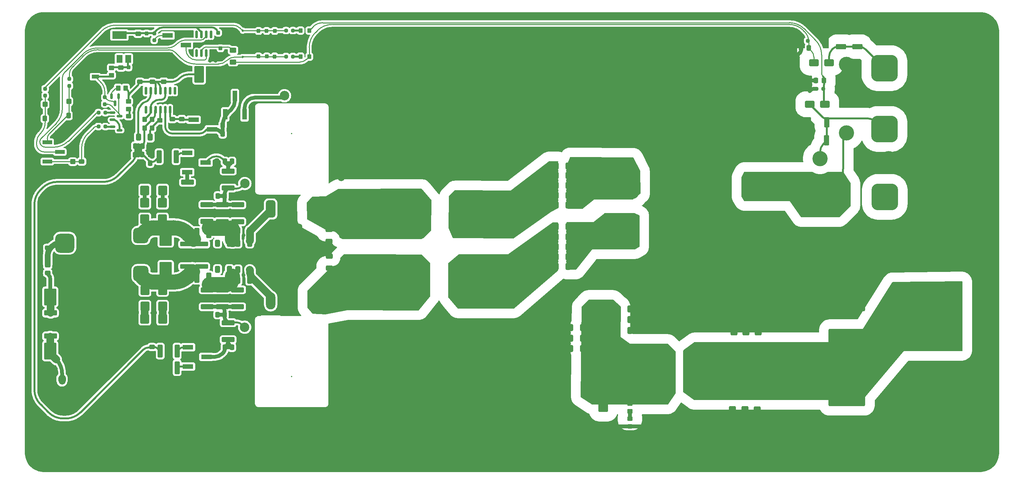
<source format=gtl>
%TF.GenerationSoftware,KiCad,Pcbnew,8.0.4*%
%TF.CreationDate,2024-09-14T13:16:13+09:30*%
%TF.ProjectId,Forte_PA_Deck,466f7274-655f-4504-915f-4465636b2e6b,1.0*%
%TF.SameCoordinates,Original*%
%TF.FileFunction,Copper,L1,Top*%
%TF.FilePolarity,Positive*%
%FSLAX46Y46*%
G04 Gerber Fmt 4.6, Leading zero omitted, Abs format (unit mm)*
G04 Created by KiCad (PCBNEW 8.0.4) date 2024-09-14 13:16:13*
%MOMM*%
%LPD*%
G01*
G04 APERTURE LIST*
G04 Aperture macros list*
%AMRoundRect*
0 Rectangle with rounded corners*
0 $1 Rounding radius*
0 $2 $3 $4 $5 $6 $7 $8 $9 X,Y pos of 4 corners*
0 Add a 4 corners polygon primitive as box body*
4,1,4,$2,$3,$4,$5,$6,$7,$8,$9,$2,$3,0*
0 Add four circle primitives for the rounded corners*
1,1,$1+$1,$2,$3*
1,1,$1+$1,$4,$5*
1,1,$1+$1,$6,$7*
1,1,$1+$1,$8,$9*
0 Add four rect primitives between the rounded corners*
20,1,$1+$1,$2,$3,$4,$5,0*
20,1,$1+$1,$4,$5,$6,$7,0*
20,1,$1+$1,$6,$7,$8,$9,0*
20,1,$1+$1,$8,$9,$2,$3,0*%
%AMFreePoly0*
4,1,25,-1.500000,1.420000,-1.360000,1.280000,-1.205000,1.155000,-1.035000,1.045000,-0.860000,0.950000,-0.675000,0.875000,-0.480000,0.820000,-0.280000,0.780000,-0.085000,0.765000,0.085000,0.765000,0.280000,0.780000,0.480000,0.820000,0.675000,0.875000,0.860000,0.950000,1.035000,1.045000,1.205000,1.155000,1.360000,1.280000,1.500000,1.420000,1.645000,1.595000,3.555000,1.595000,
3.555000,-0.755000,-3.555000,-0.755000,-3.555000,1.595000,-1.645000,1.595000,-1.500000,1.420000,-1.500000,1.420000,$1*%
G04 Aperture macros list end*
%TA.AperFunction,SMDPad,CuDef*%
%ADD10RoundRect,0.250000X0.900000X-1.000000X0.900000X1.000000X-0.900000X1.000000X-0.900000X-1.000000X0*%
%TD*%
%TA.AperFunction,SMDPad,CuDef*%
%ADD11RoundRect,0.250000X-0.337500X-0.475000X0.337500X-0.475000X0.337500X0.475000X-0.337500X0.475000X0*%
%TD*%
%TA.AperFunction,SMDPad,CuDef*%
%ADD12RoundRect,0.112500X-0.112500X0.187500X-0.112500X-0.187500X0.112500X-0.187500X0.112500X0.187500X0*%
%TD*%
%TA.AperFunction,SMDPad,CuDef*%
%ADD13RoundRect,0.250000X0.337500X0.475000X-0.337500X0.475000X-0.337500X-0.475000X0.337500X-0.475000X0*%
%TD*%
%TA.AperFunction,SMDPad,CuDef*%
%ADD14RoundRect,0.250000X-0.650000X0.412500X-0.650000X-0.412500X0.650000X-0.412500X0.650000X0.412500X0*%
%TD*%
%TA.AperFunction,SMDPad,CuDef*%
%ADD15C,4.000000*%
%TD*%
%TA.AperFunction,SMDPad,CuDef*%
%ADD16R,2.510000X1.000000*%
%TD*%
%TA.AperFunction,SMDPad,CuDef*%
%ADD17R,2.790000X1.190000*%
%TD*%
%TA.AperFunction,SMDPad,CuDef*%
%ADD18RoundRect,0.237500X-0.237500X0.300000X-0.237500X-0.300000X0.237500X-0.300000X0.237500X0.300000X0*%
%TD*%
%TA.AperFunction,SMDPad,CuDef*%
%ADD19RoundRect,1.750000X-1.750000X-1.750000X1.750000X-1.750000X1.750000X1.750000X-1.750000X1.750000X0*%
%TD*%
%TA.AperFunction,SMDPad,CuDef*%
%ADD20RoundRect,0.250000X-0.450000X0.350000X-0.450000X-0.350000X0.450000X-0.350000X0.450000X0.350000X0*%
%TD*%
%TA.AperFunction,SMDPad,CuDef*%
%ADD21RoundRect,0.249999X0.450001X1.075001X-0.450001X1.075001X-0.450001X-1.075001X0.450001X-1.075001X0*%
%TD*%
%TA.AperFunction,SMDPad,CuDef*%
%ADD22RoundRect,0.249999X1.425001X-0.450001X1.425001X0.450001X-1.425001X0.450001X-1.425001X-0.450001X0*%
%TD*%
%TA.AperFunction,SMDPad,CuDef*%
%ADD23RoundRect,0.250000X1.950000X1.000000X-1.950000X1.000000X-1.950000X-1.000000X1.950000X-1.000000X0*%
%TD*%
%TA.AperFunction,SMDPad,CuDef*%
%ADD24RoundRect,0.237500X-0.250000X-0.237500X0.250000X-0.237500X0.250000X0.237500X-0.250000X0.237500X0*%
%TD*%
%TA.AperFunction,SMDPad,CuDef*%
%ADD25RoundRect,0.250000X-1.000000X1.950000X-1.000000X-1.950000X1.000000X-1.950000X1.000000X1.950000X0*%
%TD*%
%TA.AperFunction,SMDPad,CuDef*%
%ADD26RoundRect,0.250000X-0.475000X0.337500X-0.475000X-0.337500X0.475000X-0.337500X0.475000X0.337500X0*%
%TD*%
%TA.AperFunction,SMDPad,CuDef*%
%ADD27RoundRect,0.250000X0.400000X0.450000X-0.400000X0.450000X-0.400000X-0.450000X0.400000X-0.450000X0*%
%TD*%
%TA.AperFunction,SMDPad,CuDef*%
%ADD28RoundRect,0.250000X-0.412500X-0.650000X0.412500X-0.650000X0.412500X0.650000X-0.412500X0.650000X0*%
%TD*%
%TA.AperFunction,SMDPad,CuDef*%
%ADD29RoundRect,0.250000X-1.450000X0.400000X-1.450000X-0.400000X1.450000X-0.400000X1.450000X0.400000X0*%
%TD*%
%TA.AperFunction,SMDPad,CuDef*%
%ADD30RoundRect,0.150000X0.150000X-0.825000X0.150000X0.825000X-0.150000X0.825000X-0.150000X-0.825000X0*%
%TD*%
%TA.AperFunction,ComponentPad*%
%ADD31C,4.000000*%
%TD*%
%TA.AperFunction,SMDPad,CuDef*%
%ADD32R,1.190000X2.790000*%
%TD*%
%TA.AperFunction,SMDPad,CuDef*%
%ADD33RoundRect,0.250000X0.625000X-0.400000X0.625000X0.400000X-0.625000X0.400000X-0.625000X-0.400000X0*%
%TD*%
%TA.AperFunction,SMDPad,CuDef*%
%ADD34RoundRect,0.250000X-1.000000X-0.650000X1.000000X-0.650000X1.000000X0.650000X-1.000000X0.650000X0*%
%TD*%
%TA.AperFunction,SMDPad,CuDef*%
%ADD35C,2.500000*%
%TD*%
%TA.AperFunction,ComponentPad*%
%ADD36O,1.600000X1.600000*%
%TD*%
%TA.AperFunction,SMDPad,CuDef*%
%ADD37RoundRect,0.250000X-1.350000X-1.975000X1.350000X-1.975000X1.350000X1.975000X-1.350000X1.975000X0*%
%TD*%
%TA.AperFunction,SMDPad,CuDef*%
%ADD38RoundRect,0.250000X1.450000X-0.400000X1.450000X0.400000X-1.450000X0.400000X-1.450000X-0.400000X0*%
%TD*%
%TA.AperFunction,SMDPad,CuDef*%
%ADD39R,1.500000X2.000000*%
%TD*%
%TA.AperFunction,SMDPad,CuDef*%
%ADD40R,3.800000X2.000000*%
%TD*%
%TA.AperFunction,SMDPad,CuDef*%
%ADD41RoundRect,0.250000X1.400000X2.000000X-1.400000X2.000000X-1.400000X-2.000000X1.400000X-2.000000X0*%
%TD*%
%TA.AperFunction,SMDPad,CuDef*%
%ADD42RoundRect,0.150000X-0.150000X0.587500X-0.150000X-0.587500X0.150000X-0.587500X0.150000X0.587500X0*%
%TD*%
%TA.AperFunction,SMDPad,CuDef*%
%ADD43RoundRect,0.625000X0.625000X1.625000X-0.625000X1.625000X-0.625000X-1.625000X0.625000X-1.625000X0*%
%TD*%
%TA.AperFunction,ComponentPad*%
%ADD44O,2.500000X4.500000*%
%TD*%
%TA.AperFunction,SMDPad,CuDef*%
%ADD45O,2.500000X4.500000*%
%TD*%
%TA.AperFunction,SMDPad,CuDef*%
%ADD46RoundRect,0.250000X-0.400000X-1.450000X0.400000X-1.450000X0.400000X1.450000X-0.400000X1.450000X0*%
%TD*%
%TA.AperFunction,SMDPad,CuDef*%
%ADD47RoundRect,0.250000X-0.350000X-0.450000X0.350000X-0.450000X0.350000X0.450000X-0.350000X0.450000X0*%
%TD*%
%TA.AperFunction,SMDPad,CuDef*%
%ADD48RoundRect,0.237500X0.237500X-0.300000X0.237500X0.300000X-0.237500X0.300000X-0.237500X-0.300000X0*%
%TD*%
%TA.AperFunction,SMDPad,CuDef*%
%ADD49RoundRect,0.250000X0.650000X-0.412500X0.650000X0.412500X-0.650000X0.412500X-0.650000X-0.412500X0*%
%TD*%
%TA.AperFunction,SMDPad,CuDef*%
%ADD50RoundRect,2.687500X-6.562500X2.687500X-6.562500X-2.687500X6.562500X-2.687500X6.562500X2.687500X0*%
%TD*%
%TA.AperFunction,SMDPad,CuDef*%
%ADD51RoundRect,2.687500X-6.812500X2.687500X-6.812500X-2.687500X6.812500X-2.687500X6.812500X2.687500X0*%
%TD*%
%TA.AperFunction,SMDPad,CuDef*%
%ADD52RoundRect,2.687500X6.562500X-2.687500X6.562500X2.687500X-6.562500X2.687500X-6.562500X-2.687500X0*%
%TD*%
%TA.AperFunction,SMDPad,CuDef*%
%ADD53RoundRect,2.687500X6.812500X-2.687500X6.812500X2.687500X-6.812500X2.687500X-6.812500X-2.687500X0*%
%TD*%
%TA.AperFunction,SMDPad,CuDef*%
%ADD54RoundRect,0.250000X0.412500X0.650000X-0.412500X0.650000X-0.412500X-0.650000X0.412500X-0.650000X0*%
%TD*%
%TA.AperFunction,SMDPad,CuDef*%
%ADD55RoundRect,1.250000X-1.250000X-1.250000X1.250000X-1.250000X1.250000X1.250000X-1.250000X1.250000X0*%
%TD*%
%TA.AperFunction,SMDPad,CuDef*%
%ADD56RoundRect,1.000000X-1.000000X-1.000000X1.000000X-1.000000X1.000000X1.000000X-1.000000X1.000000X0*%
%TD*%
%TA.AperFunction,SMDPad,CuDef*%
%ADD57RoundRect,0.250000X-0.900000X1.000000X-0.900000X-1.000000X0.900000X-1.000000X0.900000X1.000000X0*%
%TD*%
%TA.AperFunction,SMDPad,CuDef*%
%ADD58C,1.730000*%
%TD*%
%TA.AperFunction,SMDPad,CuDef*%
%ADD59FreePoly0,270.000000*%
%TD*%
%TA.AperFunction,SMDPad,CuDef*%
%ADD60FreePoly0,90.000000*%
%TD*%
%TA.AperFunction,SMDPad,CuDef*%
%ADD61RoundRect,0.237500X0.250000X0.237500X-0.250000X0.237500X-0.250000X-0.237500X0.250000X-0.237500X0*%
%TD*%
%TA.AperFunction,SMDPad,CuDef*%
%ADD62RoundRect,0.250000X1.000000X0.650000X-1.000000X0.650000X-1.000000X-0.650000X1.000000X-0.650000X0*%
%TD*%
%TA.AperFunction,SMDPad,CuDef*%
%ADD63RoundRect,0.150000X-0.587500X-0.150000X0.587500X-0.150000X0.587500X0.150000X-0.587500X0.150000X0*%
%TD*%
%TA.AperFunction,SMDPad,CuDef*%
%ADD64RoundRect,0.249999X-1.075001X0.450001X-1.075001X-0.450001X1.075001X-0.450001X1.075001X0.450001X0*%
%TD*%
%TA.AperFunction,SMDPad,CuDef*%
%ADD65RoundRect,0.249999X4.550001X-4.150001X4.550001X4.150001X-4.550001X4.150001X-4.550001X-4.150001X0*%
%TD*%
%TA.AperFunction,SMDPad,CuDef*%
%ADD66RoundRect,0.250000X0.475000X-0.337500X0.475000X0.337500X-0.475000X0.337500X-0.475000X-0.337500X0*%
%TD*%
%TA.AperFunction,SMDPad,CuDef*%
%ADD67RoundRect,1.750000X-1.750000X1.750000X-1.750000X-1.750000X1.750000X-1.750000X1.750000X1.750000X0*%
%TD*%
%TA.AperFunction,SMDPad,CuDef*%
%ADD68RoundRect,0.250000X0.275000X0.350000X-0.275000X0.350000X-0.275000X-0.350000X0.275000X-0.350000X0*%
%TD*%
%TA.AperFunction,SMDPad,CuDef*%
%ADD69RoundRect,0.250000X-0.412500X-1.100000X0.412500X-1.100000X0.412500X1.100000X-0.412500X1.100000X0*%
%TD*%
%TA.AperFunction,SMDPad,CuDef*%
%ADD70RoundRect,0.237500X-0.237500X0.250000X-0.237500X-0.250000X0.237500X-0.250000X0.237500X0.250000X0*%
%TD*%
%TA.AperFunction,SMDPad,CuDef*%
%ADD71RoundRect,0.250000X1.000000X-1.950000X1.000000X1.950000X-1.000000X1.950000X-1.000000X-1.950000X0*%
%TD*%
%TA.AperFunction,SMDPad,CuDef*%
%ADD72RoundRect,0.250000X0.400000X1.450000X-0.400000X1.450000X-0.400000X-1.450000X0.400000X-1.450000X0*%
%TD*%
%TA.AperFunction,SMDPad,CuDef*%
%ADD73RoundRect,2.000000X2.000000X2.000000X-2.000000X2.000000X-2.000000X-2.000000X2.000000X-2.000000X0*%
%TD*%
%TA.AperFunction,SMDPad,CuDef*%
%ADD74R,1.900000X1.000000*%
%TD*%
%TA.AperFunction,SMDPad,CuDef*%
%ADD75RoundRect,0.250000X-1.425000X0.362500X-1.425000X-0.362500X1.425000X-0.362500X1.425000X0.362500X0*%
%TD*%
%TA.AperFunction,SMDPad,CuDef*%
%ADD76RoundRect,0.250000X0.450000X-0.400000X0.450000X0.400000X-0.450000X0.400000X-0.450000X-0.400000X0*%
%TD*%
%TA.AperFunction,SMDPad,CuDef*%
%ADD77RoundRect,0.625000X-0.625000X-1.625000X0.625000X-1.625000X0.625000X1.625000X-0.625000X1.625000X0*%
%TD*%
%TA.AperFunction,SMDPad,CuDef*%
%ADD78RoundRect,0.250000X0.450000X-0.350000X0.450000X0.350000X-0.450000X0.350000X-0.450000X-0.350000X0*%
%TD*%
%TA.AperFunction,SMDPad,CuDef*%
%ADD79RoundRect,1.500000X-1.500000X-2.000000X1.500000X-2.000000X1.500000X2.000000X-1.500000X2.000000X0*%
%TD*%
%TA.AperFunction,SMDPad,CuDef*%
%ADD80RoundRect,5.000000X-5.000000X-5.000000X5.000000X-5.000000X5.000000X5.000000X-5.000000X5.000000X0*%
%TD*%
%TA.AperFunction,SMDPad,CuDef*%
%ADD81RoundRect,0.112500X0.112500X-0.187500X0.112500X0.187500X-0.112500X0.187500X-0.112500X-0.187500X0*%
%TD*%
%TA.AperFunction,SMDPad,CuDef*%
%ADD82RoundRect,0.250000X0.450000X-0.325000X0.450000X0.325000X-0.450000X0.325000X-0.450000X-0.325000X0*%
%TD*%
%TA.AperFunction,SMDPad,CuDef*%
%ADD83RoundRect,0.249999X-4.550001X4.150001X-4.550001X-4.150001X4.550001X-4.150001X4.550001X4.150001X0*%
%TD*%
%TA.AperFunction,SMDPad,CuDef*%
%ADD84RoundRect,1.750000X-3.250000X1.750000X-3.250000X-1.750000X3.250000X-1.750000X3.250000X1.750000X0*%
%TD*%
%TA.AperFunction,ViaPad*%
%ADD85C,1.750000*%
%TD*%
%TA.AperFunction,ViaPad*%
%ADD86C,1.000000*%
%TD*%
%TA.AperFunction,ViaPad*%
%ADD87C,9.000000*%
%TD*%
%TA.AperFunction,Conductor*%
%ADD88C,0.250000*%
%TD*%
%TA.AperFunction,Conductor*%
%ADD89C,1.000000*%
%TD*%
%TA.AperFunction,Conductor*%
%ADD90C,0.500000*%
%TD*%
%TA.AperFunction,Conductor*%
%ADD91C,2.000000*%
%TD*%
%TA.AperFunction,Conductor*%
%ADD92C,4.000000*%
%TD*%
%TA.AperFunction,Conductor*%
%ADD93C,1.500000*%
%TD*%
%ADD94C,0.350000*%
G04 APERTURE END LIST*
D10*
%TO.P,D7,1,K*%
%TO.N,/To_GateA*%
X60150000Y-86500000D03*
%TO.P,D7,2,A*%
%TO.N,Net-(D6-A)*%
X60150000Y-82200000D03*
%TD*%
D11*
%TO.P,R39,1*%
%TO.N,Net-(C68-Pad1)*%
X78462500Y-71250000D03*
%TO.P,R39,2*%
%TO.N,GND*%
X80537500Y-71250000D03*
%TD*%
D12*
%TO.P,D16,1,A1*%
%TO.N,/SWR_Meter/FWD_PWR*%
X81229200Y-36872200D03*
%TO.P,D16,2,A2*%
%TO.N,GND*%
X81229200Y-38972200D03*
%TD*%
D13*
%TO.P,C43,1*%
%TO.N,Net-(D14-K)*%
X230018500Y-41452800D03*
%TO.P,C43,2*%
%TO.N,GND*%
X227943500Y-41452800D03*
%TD*%
D14*
%TO.P,R6,1*%
%TO.N,48V_IN*%
X216450000Y-133287500D03*
%TO.P,R6,2*%
%TO.N,GND*%
X216450000Y-136412500D03*
%TD*%
D15*
%TO.P,J3,1,Pin_1*%
%TO.N,48V_IN*%
X256790000Y-106400000D03*
X256790000Y-117200000D03*
X262000000Y-106400000D03*
X262000000Y-117200000D03*
X267210000Y-106400000D03*
X267210000Y-117200000D03*
%TD*%
D16*
%TO.P,J5,1,Pin_1*%
%TO.N,GND*%
X33200000Y-73870000D03*
%TO.P,J5,2,Pin_2*%
%TO.N,/Bias_regulation/Bias_EN*%
X29890000Y-71330000D03*
%TO.P,J5,3,Pin_3*%
%TO.N,Net-(D12-A2)*%
X33200000Y-68790000D03*
%TO.P,J5,4,Pin_4*%
%TO.N,Net-(D13-A2)*%
X29890000Y-66250000D03*
%TO.P,J5,5,Pin_5*%
%TO.N,GND*%
X33200000Y-63710000D03*
%TD*%
D17*
%TO.P,RV5,1,1*%
%TO.N,Net-(R37-Pad2)*%
X66870000Y-120160000D03*
%TO.P,RV5,2,2*%
%TO.N,Net-(C69-Pad1)*%
X71700000Y-122700000D03*
%TO.P,RV5,3,3*%
%TO.N,Net-(R38-Pad1)*%
X66870000Y-125240000D03*
%TD*%
D18*
%TO.P,C45,1*%
%TO.N,Net-(U2--)*%
X75400000Y-41537500D03*
%TO.P,C45,2*%
%TO.N,GND*%
X75400000Y-43262500D03*
%TD*%
%TO.P,C51,1*%
%TO.N,/SWR_Meter/FWD_PWR*%
X89662000Y-36959200D03*
%TO.P,C51,2*%
%TO.N,GND*%
X89662000Y-38684200D03*
%TD*%
D19*
%TO.P,L5,1,1*%
%TO.N,Net-(D15-A)*%
X249850000Y-62750000D03*
%TO.P,L5,2,2*%
%TO.N,Net-(D14-A)*%
X249850000Y-46750000D03*
D15*
%TO.P,L5,3,3*%
%TO.N,GND*%
X239850000Y-45750000D03*
%TO.P,L5,4,4*%
%TO.N,/SWR_Meter/IN*%
X239850000Y-63750000D03*
%TD*%
D20*
%TO.P,R34,1*%
%TO.N,Net-(U3--)*%
X59475000Y-60500000D03*
%TO.P,R34,2*%
%TO.N,GND*%
X59475000Y-62500000D03*
%TD*%
D13*
%TO.P,C65,1*%
%TO.N,/Bias_regulation/Bias_Voltage*%
X52987500Y-67250000D03*
%TO.P,C65,2*%
%TO.N,GND*%
X50912500Y-67250000D03*
%TD*%
D21*
%TO.P,R21,1*%
%TO.N,Net-(D15-A)*%
X234650000Y-65750000D03*
%TO.P,R21,2*%
%TO.N,GND*%
X229850000Y-65750000D03*
%TD*%
D22*
%TO.P,R2,1*%
%TO.N,Net-(J1-In)*%
X30750000Y-117250000D03*
%TO.P,R2,2*%
%TO.N,Net-(C1-Pad1)*%
X30750000Y-111150000D03*
%TD*%
D23*
%TO.P,C10,1*%
%TO.N,+48V*%
X173150000Y-128000000D03*
%TO.P,C10,2*%
%TO.N,GND*%
X164750000Y-128000000D03*
%TD*%
D24*
%TO.P,R25,1*%
%TO.N,/SWR_Meter/FWD_PWR*%
X92612200Y-36856500D03*
%TO.P,R25,2*%
%TO.N,Net-(L7-Pad2)*%
X94437200Y-36856500D03*
%TD*%
D25*
%TO.P,C53,1*%
%TO.N,/Bias_regulation/Bias_DC_IN*%
X69800000Y-48400000D03*
%TO.P,C53,2*%
%TO.N,GND*%
X69800000Y-56800000D03*
%TD*%
D26*
%TO.P,C39,1*%
%TO.N,Net-(U1-VI)*%
X49250000Y-46612500D03*
%TO.P,C39,2*%
%TO.N,GND*%
X49250000Y-48687500D03*
%TD*%
D27*
%TO.P,D12,1,A1*%
%TO.N,GND*%
X32200000Y-56250000D03*
%TO.P,D12,2,A2*%
%TO.N,Net-(D12-A2)*%
X29300000Y-56250000D03*
%TD*%
D28*
%TO.P,C28,1*%
%TO.N,/ATLT_OUT*%
X163635000Y-77620000D03*
%TO.P,C28,2*%
%TO.N,Net-(C26-Pad2)*%
X166760000Y-77620000D03*
%TD*%
D29*
%TO.P,R41,1*%
%TO.N,Net-(C68-Pad1)*%
X77450000Y-73825000D03*
%TO.P,R41,2*%
%TO.N,Net-(C70-Pad1)*%
X77450000Y-78275000D03*
%TD*%
D30*
%TO.P,U3,1,NC*%
%TO.N,unconnected-(U3-NC-Pad1)*%
X55800000Y-57650000D03*
%TO.P,U3,2,ILIM*%
%TO.N,Net-(U3-ILIM)*%
X57070000Y-57650000D03*
%TO.P,U3,3,CSEN*%
%TO.N,/Bias_regulation/Bias_Voltage*%
X58340000Y-57650000D03*
%TO.P,U3,4,-*%
%TO.N,Net-(U3--)*%
X59610000Y-57650000D03*
%TO.P,U3,5,+*%
%TO.N,Net-(U3-+)*%
X60880000Y-57650000D03*
%TO.P,U3,6,VREF*%
%TO.N,Net-(U3-VREF)*%
X62150000Y-57650000D03*
%TO.P,U3,7,V-*%
%TO.N,GND*%
X63420000Y-57650000D03*
%TO.P,U3,8,NC*%
%TO.N,unconnected-(U3-NC-Pad8)*%
X63420000Y-52700000D03*
%TO.P,U3,9,VZ*%
%TO.N,unconnected-(U3-VZ-Pad9)*%
X62150000Y-52700000D03*
%TO.P,U3,10,Vout*%
%TO.N,Net-(U3-ILIM)*%
X60880000Y-52700000D03*
%TO.P,U3,11,VC*%
%TO.N,/Bias_regulation/Bias_DC_IN*%
X59610000Y-52700000D03*
%TO.P,U3,12,V+*%
X58340000Y-52700000D03*
%TO.P,U3,13,FC*%
%TO.N,Net-(U3-FC)*%
X57070000Y-52700000D03*
%TO.P,U3,14,NC*%
%TO.N,unconnected-(U3-NC-Pad14)*%
X55800000Y-52700000D03*
%TD*%
D11*
%TO.P,C61,1*%
%TO.N,Net-(U3-+)*%
X75962500Y-61750000D03*
%TO.P,C61,2*%
%TO.N,GND*%
X78037500Y-61750000D03*
%TD*%
D29*
%TO.P,R43,1*%
%TO.N,Net-(C70-Pad1)*%
X75900000Y-82675000D03*
%TO.P,R43,2*%
%TO.N,/Bias_regulation/A_MOS_G*%
X75900000Y-87125000D03*
%TD*%
D28*
%TO.P,C20,1*%
%TO.N,+48V*%
X179882500Y-110100000D03*
%TO.P,C20,2*%
%TO.N,GND*%
X183007500Y-110100000D03*
%TD*%
D13*
%TO.P,C64,1*%
%TO.N,/Bias_regulation/Bias_Voltage*%
X52950000Y-69575000D03*
%TO.P,C64,2*%
%TO.N,GND*%
X50875000Y-69575000D03*
%TD*%
D27*
%TO.P,D13,1,A1*%
%TO.N,GND*%
X38450000Y-55500000D03*
%TO.P,D13,2,A2*%
%TO.N,Net-(D13-A2)*%
X35550000Y-55500000D03*
%TD*%
D31*
%TO.P,J4,1,Pin_1*%
%TO.N,GND*%
X256790000Y-128000000D03*
X256790000Y-138800000D03*
X262000000Y-128000000D03*
X262000000Y-138800000D03*
X267210000Y-128000000D03*
X267210000Y-138800000D03*
%TD*%
D32*
%TO.P,RV3,1,1*%
%TO.N,Net-(U3-+)*%
X76660000Y-58915000D03*
%TO.P,RV3,2,2*%
X79200000Y-54085000D03*
%TO.P,RV3,3,3*%
%TO.N,Net-(RV3-Pad3)*%
X81740000Y-58915000D03*
%TD*%
D33*
%TO.P,R20,1*%
%TO.N,Net-(D14-K)*%
X78700000Y-45150000D03*
%TO.P,R20,2*%
%TO.N,Net-(U2--)*%
X78700000Y-42050000D03*
%TD*%
D17*
%TO.P,RV4,1,1*%
%TO.N,Net-(R35-Pad2)*%
X66650000Y-69020000D03*
%TO.P,RV4,2,2*%
%TO.N,Net-(C68-Pad1)*%
X71480000Y-71560000D03*
%TO.P,RV4,3,3*%
%TO.N,Net-(R36-Pad1)*%
X66650000Y-74100000D03*
%TD*%
D34*
%TO.P,D14,1,K*%
%TO.N,Net-(D14-K)*%
X231325000Y-45300000D03*
%TO.P,D14,2,A*%
%TO.N,Net-(D14-A)*%
X235325000Y-45300000D03*
%TD*%
D35*
%TO.P,TH1,1*%
%TO.N,Net-(RV3-Pad3)*%
X92210000Y-54000000D03*
D36*
%TO.P,TH1,2*%
%TO.N,GND*%
X94750000Y-54000000D03*
%TD*%
D37*
%TO.P,R3,1*%
%TO.N,Net-(C1-Pad1)*%
X30674000Y-106934000D03*
%TO.P,R3,2*%
%TO.N,GND*%
X35874000Y-106934000D03*
%TD*%
D28*
%TO.P,C29,1*%
%TO.N,/ATLT_OUT*%
X163637500Y-82750000D03*
%TO.P,C29,2*%
%TO.N,Net-(C26-Pad2)*%
X166762500Y-82750000D03*
%TD*%
D38*
%TO.P,R47,1*%
%TO.N,Net-(C71-Pad1)*%
X75900000Y-109525000D03*
%TO.P,R47,2*%
%TO.N,/Bias_regulation/B_MOS_G*%
X75900000Y-105075000D03*
%TD*%
D39*
%TO.P,U1,1,GND*%
%TO.N,GND*%
X46550000Y-44325000D03*
%TO.P,U1,2,VO*%
%TO.N,+5V*%
X48850000Y-44325000D03*
D40*
X48850000Y-38025000D03*
D39*
%TO.P,U1,3,VI*%
%TO.N,Net-(U1-VI)*%
X51150000Y-44325000D03*
%TD*%
D30*
%TO.P,U2,1,VOS*%
%TO.N,unconnected-(U2-VOS-Pad1)*%
X69140000Y-42825000D03*
%TO.P,U2,2,-*%
%TO.N,Net-(U2--)*%
X70410000Y-42825000D03*
%TO.P,U2,3,+*%
%TO.N,Net-(U2-+)*%
X71680000Y-42825000D03*
%TO.P,U2,4,V-*%
%TO.N,GND*%
X72950000Y-42825000D03*
%TO.P,U2,5,NC*%
%TO.N,unconnected-(U2-NC-Pad5)*%
X72950000Y-37875000D03*
%TO.P,U2,6*%
%TO.N,/Bias_regulation/~{HIGH_SWR}*%
X71680000Y-37875000D03*
%TO.P,U2,7,V+*%
%TO.N,+5V*%
X70410000Y-37875000D03*
%TO.P,U2,8,VOS*%
%TO.N,unconnected-(U2-VOS-Pad8)*%
X69140000Y-37875000D03*
%TD*%
D17*
%TO.P,RV2,1,1*%
%TO.N,Net-(U3-VREF)*%
X68335000Y-60300000D03*
%TO.P,RV2,2,2*%
%TO.N,Net-(U3-+)*%
X73165000Y-62840000D03*
%TO.P,RV2,3,3*%
%TO.N,GND*%
X68335000Y-65380000D03*
%TD*%
D28*
%TO.P,R10,1*%
%TO.N,/Bias_regulation/B_MOS_G*%
X79987500Y-99800000D03*
%TO.P,R10,2*%
%TO.N,Net-(Q2-G)*%
X83112500Y-99800000D03*
%TD*%
D35*
%TO.P,TH3,1*%
%TO.N,Net-(C71-Pad1)*%
X81750000Y-114900000D03*
D36*
%TO.P,TH3,2*%
%TO.N,GND*%
X81750000Y-117440000D03*
%TD*%
D10*
%TO.P,D8,1,K*%
%TO.N,Net-(D8-K)*%
X60200000Y-109450000D03*
%TO.P,D8,2,A*%
%TO.N,/To_GateB*%
X60200000Y-105150000D03*
%TD*%
D28*
%TO.P,C30,1*%
%TO.N,/ATLT_OUT*%
X163637500Y-80250000D03*
%TO.P,C30,2*%
%TO.N,Net-(C26-Pad2)*%
X166762500Y-80250000D03*
%TD*%
D41*
%TO.P,D5,1,A1*%
%TO.N,/To_GateB*%
X61000000Y-100000000D03*
%TO.P,D5,2,A2*%
%TO.N,/To_GateA*%
X61000000Y-91200000D03*
%TD*%
D42*
%TO.P,Q5,1,G*%
%TO.N,Net-(Q3-C)*%
X48650000Y-54100000D03*
%TO.P,Q5,2,S*%
%TO.N,Net-(Q5-S)*%
X46750000Y-54100000D03*
%TO.P,Q5,3,D*%
%TO.N,+12V*%
X47700000Y-55975000D03*
%TD*%
D28*
%TO.P,C26,1*%
%TO.N,/ATLT_OUT*%
X163637500Y-72500000D03*
%TO.P,C26,2*%
%TO.N,Net-(C26-Pad2)*%
X166762500Y-72500000D03*
%TD*%
D10*
%TO.P,D1,1,K*%
%TO.N,Net-(D1-K)*%
X55500000Y-78900000D03*
%TO.P,D1,2,A*%
%TO.N,GND*%
X55500000Y-74600000D03*
%TD*%
D43*
%TO.P,Q2,1,D*%
%TO.N,/BMOS_D*%
X99500000Y-108000000D03*
D44*
%TO.P,Q2,2,S*%
%TO.N,GND*%
X94050000Y-108000000D03*
D45*
%TO.P,Q2,3,G*%
%TO.N,Net-(Q2-G)*%
X88600000Y-108000000D03*
%TD*%
D46*
%TO.P,R35,1*%
%TO.N,/Bias_regulation/Bias_Voltage*%
X59290000Y-70060000D03*
%TO.P,R35,2*%
%TO.N,Net-(R35-Pad2)*%
X63740000Y-70060000D03*
%TD*%
D28*
%TO.P,C60,1*%
%TO.N,Net-(U3-FC)*%
X53834900Y-64897000D03*
%TO.P,C60,2*%
%TO.N,Net-(U3--)*%
X56959900Y-64897000D03*
%TD*%
D47*
%TO.P,R31,1*%
%TO.N,Net-(Q5-S)*%
X48500000Y-52000000D03*
%TO.P,R31,2*%
%TO.N,/Bias_regulation/Bias_DC_IN*%
X50500000Y-52000000D03*
%TD*%
D11*
%TO.P,C72,1*%
%TO.N,Net-(C70-Pad1)*%
X76512500Y-80375000D03*
%TO.P,C72,2*%
%TO.N,GND*%
X78587500Y-80375000D03*
%TD*%
D28*
%TO.P,R9,1*%
%TO.N,/Bias_regulation/B_MOS_G*%
X79987500Y-102550000D03*
%TO.P,R9,2*%
%TO.N,Net-(Q2-G)*%
X83112500Y-102550000D03*
%TD*%
D26*
%TO.P,C2,1*%
%TO.N,GND*%
X30000000Y-91962500D03*
%TO.P,C2,2*%
%TO.N,Net-(C1-Pad2)*%
X30000000Y-94037500D03*
%TD*%
D25*
%TO.P,C8,1*%
%TO.N,+48V*%
X176000000Y-135000000D03*
%TO.P,C8,2*%
%TO.N,GND*%
X176000000Y-143400000D03*
%TD*%
D48*
%TO.P,C48,1*%
%TO.N,/SWR_Meter/REF_PWR*%
X85369400Y-43662600D03*
%TO.P,C48,2*%
%TO.N,GND*%
X85369400Y-41937600D03*
%TD*%
D38*
%TO.P,R42,1*%
%TO.N,Net-(C69-Pad1)*%
X77400000Y-118175000D03*
%TO.P,R42,2*%
%TO.N,Net-(C71-Pad1)*%
X77400000Y-113725000D03*
%TD*%
D11*
%TO.P,C69,1*%
%TO.N,Net-(C69-Pad1)*%
X78400000Y-120200000D03*
%TO.P,C69,2*%
%TO.N,GND*%
X80475000Y-120200000D03*
%TD*%
D49*
%TO.P,C23,1*%
%TO.N,48V_IN*%
X210300000Y-119462500D03*
%TO.P,C23,2*%
%TO.N,GND*%
X210300000Y-116337500D03*
%TD*%
D48*
%TO.P,C50,1*%
%TO.N,/SWR_Meter/REF_PWR*%
X87558400Y-43662600D03*
%TO.P,C50,2*%
%TO.N,GND*%
X87558400Y-41937600D03*
%TD*%
D50*
%TO.P,T1,1,AA*%
%TO.N,/AMOS_D*%
X121000000Y-85000000D03*
D51*
%TO.P,T1,2,2*%
%TO.N,/ATLT_OUT*%
X145000000Y-85000000D03*
D52*
%TO.P,T1,3,3*%
%TO.N,/BMOS_D*%
X121000000Y-102000000D03*
D53*
%TO.P,T1,4,4*%
%TO.N,/BTLT_OUT*%
X145000000Y-102000000D03*
%TD*%
D54*
%TO.P,C18,1*%
%TO.N,+48V*%
X170562500Y-115000000D03*
%TO.P,C18,2*%
%TO.N,GND*%
X167437500Y-115000000D03*
%TD*%
D55*
%TO.P,L1,1,1*%
%TO.N,GND*%
X34500000Y-98787500D03*
D56*
X54500000Y-95787500D03*
D55*
%TO.P,L1,2,2*%
%TO.N,Net-(C1-Pad2)*%
X34500000Y-92787500D03*
D56*
%TO.P,L1,3,3*%
%TO.N,/To_GateA*%
X54500000Y-90787500D03*
%TO.P,L1,4,4*%
%TO.N,/To_GateB*%
X54500000Y-100787500D03*
%TD*%
D57*
%TO.P,D2,1,K*%
%TO.N,Net-(D1-K)*%
X55500000Y-82200000D03*
%TO.P,D2,2,A*%
%TO.N,/To_GateA*%
X55500000Y-86500000D03*
%TD*%
D48*
%TO.P,C52,1*%
%TO.N,/SWR_Meter/REF_PWR*%
X89636600Y-43686900D03*
%TO.P,C52,2*%
%TO.N,GND*%
X89636600Y-41961900D03*
%TD*%
D28*
%TO.P,R7,1*%
%TO.N,/Bias_regulation/A_MOS_G*%
X79937500Y-89550000D03*
%TO.P,R7,2*%
%TO.N,Net-(Q1-G)*%
X83062500Y-89550000D03*
%TD*%
D38*
%TO.P,R48,1*%
%TO.N,Net-(C71-Pad1)*%
X79900000Y-109525000D03*
%TO.P,R48,2*%
%TO.N,/Bias_regulation/B_MOS_G*%
X79900000Y-105075000D03*
%TD*%
D58*
%TO.P,J1,1,In*%
%TO.N,Net-(J1-In)*%
X33775000Y-129175000D03*
D59*
%TO.P,J1,2,Ext*%
%TO.N,GND*%
X30975000Y-129175000D03*
D60*
X36575000Y-129175000D03*
%TD*%
D18*
%TO.P,C49,1*%
%TO.N,/SWR_Meter/FWD_PWR*%
X87528400Y-36959200D03*
%TO.P,C49,2*%
%TO.N,GND*%
X87528400Y-38684200D03*
%TD*%
D57*
%TO.P,D9,1,K*%
%TO.N,Net-(D8-K)*%
X60200000Y-112700000D03*
%TO.P,D9,2,A*%
%TO.N,GND*%
X60200000Y-117000000D03*
%TD*%
D29*
%TO.P,R45,1*%
%TO.N,Net-(C70-Pad1)*%
X79950000Y-82700000D03*
%TO.P,R45,2*%
%TO.N,/Bias_regulation/A_MOS_G*%
X79950000Y-87150000D03*
%TD*%
D28*
%TO.P,C31,1*%
%TO.N,/BTLT_OUT*%
X163637500Y-98900000D03*
%TO.P,C31,2*%
%TO.N,Net-(C31-Pad2)*%
X166762500Y-98900000D03*
%TD*%
D20*
%TO.P,R13,1*%
%TO.N,+48V*%
X183000000Y-135000000D03*
%TO.P,R13,2*%
%TO.N,Net-(D10-A)*%
X183000000Y-137000000D03*
%TD*%
D61*
%TO.P,R19,1*%
%TO.N,Net-(D14-K)*%
X229715700Y-39547800D03*
%TO.P,R19,2*%
%TO.N,GND*%
X227890700Y-39547800D03*
%TD*%
D54*
%TO.P,C14,1*%
%TO.N,+48V*%
X170562500Y-120550000D03*
%TO.P,C14,2*%
%TO.N,GND*%
X167437500Y-120550000D03*
%TD*%
D11*
%TO.P,C63,1*%
%TO.N,/Bias_regulation/Bias_Voltage*%
X54837500Y-69500000D03*
%TO.P,C63,2*%
%TO.N,GND*%
X56912500Y-69500000D03*
%TD*%
D25*
%TO.P,C15,1*%
%TO.N,48V_IN*%
X223750000Y-131800000D03*
%TO.P,C15,2*%
%TO.N,GND*%
X223750000Y-140200000D03*
%TD*%
D62*
%TO.P,D15,1,K*%
%TO.N,Net-(D15-K)*%
X234225000Y-56250000D03*
%TO.P,D15,2,A*%
%TO.N,Net-(D15-A)*%
X230225000Y-56250000D03*
%TD*%
D18*
%TO.P,C40,1*%
%TO.N,Net-(U1-VI)*%
X51250000Y-46537500D03*
%TO.P,C40,2*%
%TO.N,GND*%
X51250000Y-48262500D03*
%TD*%
D63*
%TO.P,Q3,1,B*%
%TO.N,Net-(Q3-B)*%
X47025000Y-58450000D03*
%TO.P,Q3,2,E*%
%TO.N,Net-(Q3-E)*%
X47025000Y-60350000D03*
%TO.P,Q3,3,C*%
%TO.N,Net-(Q3-C)*%
X48900000Y-59400000D03*
%TD*%
D61*
%TO.P,R24,1*%
%TO.N,Net-(D15-K)*%
X233812500Y-52200000D03*
%TO.P,R24,2*%
%TO.N,GND*%
X231987500Y-52200000D03*
%TD*%
D14*
%TO.P,C25,1*%
%TO.N,48V_IN*%
X209950000Y-133237500D03*
%TO.P,C25,2*%
%TO.N,GND*%
X209950000Y-136362500D03*
%TD*%
D64*
%TO.P,R18,1*%
%TO.N,GND*%
X238475000Y-36275000D03*
%TO.P,R18,2*%
%TO.N,Net-(D14-A)*%
X238475000Y-41075000D03*
%TD*%
D11*
%TO.P,C37,1*%
%TO.N,Net-(D12-A2)*%
X29237500Y-60000000D03*
%TO.P,C37,2*%
%TO.N,GND*%
X31312500Y-60000000D03*
%TD*%
D28*
%TO.P,C22,1*%
%TO.N,+48V*%
X179875000Y-112900000D03*
%TO.P,C22,2*%
%TO.N,GND*%
X183000000Y-112900000D03*
%TD*%
D65*
%TO.P,C7,1*%
%TO.N,48V_IN*%
X240000000Y-119750000D03*
%TO.P,C7,2*%
%TO.N,GND*%
X240000000Y-106250000D03*
%TD*%
D17*
%TO.P,RV1,1,1*%
%TO.N,Net-(R23-Pad2)*%
X61495000Y-38160000D03*
%TO.P,RV1,2,2*%
%TO.N,Net-(U2-+)*%
X66325000Y-40700000D03*
%TO.P,RV1,3,3*%
%TO.N,GND*%
X61495000Y-43240000D03*
%TD*%
D37*
%TO.P,R1,1*%
%TO.N,Net-(J1-In)*%
X30650000Y-121158000D03*
%TO.P,R1,2*%
%TO.N,GND*%
X35850000Y-121158000D03*
%TD*%
D49*
%TO.P,C21,1*%
%TO.N,48V_IN*%
X213500000Y-119467500D03*
%TO.P,C21,2*%
%TO.N,GND*%
X213500000Y-116342500D03*
%TD*%
D20*
%TO.P,R30,1*%
%TO.N,/Bias_regulation/Bias_DC_IN*%
X51250000Y-55500000D03*
%TO.P,R30,2*%
%TO.N,Net-(D18-A)*%
X51250000Y-57500000D03*
%TD*%
D66*
%TO.P,C54,1*%
%TO.N,/Bias_regulation/Bias_DC_IN*%
X54250000Y-50350000D03*
%TO.P,C54,2*%
%TO.N,GND*%
X54250000Y-48275000D03*
%TD*%
D64*
%TO.P,R17,1*%
%TO.N,GND*%
X242750000Y-36275000D03*
%TO.P,R17,2*%
%TO.N,Net-(D14-A)*%
X242750000Y-41075000D03*
%TD*%
D26*
%TO.P,C58,1*%
%TO.N,Net-(U3-VREF)*%
X62750000Y-60162500D03*
%TO.P,C58,2*%
%TO.N,GND*%
X62750000Y-62237500D03*
%TD*%
D13*
%TO.P,R40,1*%
%TO.N,Net-(C69-Pad1)*%
X76537500Y-120200000D03*
%TO.P,R40,2*%
%TO.N,GND*%
X74462500Y-120200000D03*
%TD*%
D67*
%TO.P,L6,1,1*%
%TO.N,/SWR_Meter/IN*%
X233950000Y-80600000D03*
%TO.P,L6,2,2*%
%TO.N,/SWR_Meter/OUT*%
X249950000Y-80600000D03*
D15*
%TO.P,L6,3,3*%
%TO.N,GND*%
X250950000Y-70600000D03*
%TO.P,L6,4,4*%
%TO.N,Net-(D15-A)*%
X232950000Y-70600000D03*
%TD*%
D68*
%TO.P,L8,1*%
%TO.N,Net-(D14-K)*%
X98736800Y-43689100D03*
%TO.P,L8,2*%
%TO.N,Net-(L8-Pad2)*%
X96436800Y-43689100D03*
%TD*%
D10*
%TO.P,D4,1,K*%
%TO.N,GND*%
X55500000Y-117000000D03*
%TO.P,D4,2,A*%
%TO.N,Net-(D3-A)*%
X55500000Y-112700000D03*
%TD*%
D13*
%TO.P,C68,1*%
%TO.N,Net-(C68-Pad1)*%
X76537500Y-71250000D03*
%TO.P,C68,2*%
%TO.N,GND*%
X74462500Y-71250000D03*
%TD*%
D49*
%TO.P,C12,1*%
%TO.N,/BMOS_D*%
X104000000Y-99312500D03*
%TO.P,C12,2*%
%TO.N,GND*%
X104000000Y-96187500D03*
%TD*%
D47*
%TO.P,R33,1*%
%TO.N,/Bias_regulation/Bias_Voltage*%
X55450000Y-62500000D03*
%TO.P,R33,2*%
%TO.N,Net-(U3--)*%
X57450000Y-62500000D03*
%TD*%
D69*
%TO.P,C4,1*%
%TO.N,/To_GateB*%
X69187500Y-101850000D03*
%TO.P,C4,2*%
%TO.N,/Bias_regulation/B_MOS_G*%
X72312500Y-101850000D03*
%TD*%
D13*
%TO.P,C44,1*%
%TO.N,Net-(D15-K)*%
X233937500Y-49950000D03*
%TO.P,C44,2*%
%TO.N,GND*%
X231862500Y-49950000D03*
%TD*%
D70*
%TO.P,R29,1*%
%TO.N,+12V*%
X45000000Y-54387500D03*
%TO.P,R29,2*%
%TO.N,Net-(Q3-C)*%
X45000000Y-56212500D03*
%TD*%
D71*
%TO.P,C13,1*%
%TO.N,48V_IN*%
X224000000Y-121200000D03*
%TO.P,C13,2*%
%TO.N,GND*%
X224000000Y-112800000D03*
%TD*%
D72*
%TO.P,R38,1*%
%TO.N,Net-(R38-Pad1)*%
X64010000Y-125550000D03*
%TO.P,R38,2*%
%TO.N,GND*%
X59560000Y-125550000D03*
%TD*%
D26*
%TO.P,C66,1*%
%TO.N,/Bias_regulation/Bias_Voltage*%
X57435000Y-120112500D03*
%TO.P,C66,2*%
%TO.N,GND*%
X57435000Y-122187500D03*
%TD*%
D21*
%TO.P,R22,1*%
%TO.N,Net-(D15-A)*%
X234725000Y-61000000D03*
%TO.P,R22,2*%
%TO.N,GND*%
X229925000Y-61000000D03*
%TD*%
D28*
%TO.P,C35,1*%
%TO.N,/BTLT_OUT*%
X163637500Y-96350000D03*
%TO.P,C35,2*%
%TO.N,Net-(C31-Pad2)*%
X166762500Y-96350000D03*
%TD*%
D69*
%TO.P,C3,1*%
%TO.N,/To_GateA*%
X69187500Y-90150000D03*
%TO.P,C3,2*%
%TO.N,/Bias_regulation/A_MOS_G*%
X72312500Y-90150000D03*
%TD*%
D73*
%TO.P,L2,1,1*%
%TO.N,48V_IN*%
X203750000Y-126000000D03*
%TO.P,L2,2,2*%
%TO.N,+48V*%
X188750000Y-126000000D03*
%TD*%
D57*
%TO.P,D3,1,K*%
%TO.N,/To_GateB*%
X55550000Y-105150000D03*
%TO.P,D3,2,A*%
%TO.N,Net-(D3-A)*%
X55550000Y-109450000D03*
%TD*%
D70*
%TO.P,R23,1*%
%TO.N,+5V*%
X58000000Y-37587500D03*
%TO.P,R23,2*%
%TO.N,Net-(R23-Pad2)*%
X58000000Y-39412500D03*
%TD*%
D49*
%TO.P,C19,1*%
%TO.N,48V_IN*%
X216700000Y-119462500D03*
%TO.P,C19,2*%
%TO.N,GND*%
X216700000Y-116337500D03*
%TD*%
D74*
%TO.P,J2,1,Pin_1*%
%TO.N,+12V*%
X42500000Y-49000000D03*
%TO.P,J2,2,Pin_2*%
%TO.N,GND*%
X39200000Y-51540000D03*
%TD*%
D66*
%TO.P,C56,1*%
%TO.N,/Bias_regulation/Bias_DC_IN*%
X60500000Y-50287500D03*
%TO.P,C56,2*%
%TO.N,GND*%
X60500000Y-48212500D03*
%TD*%
D75*
%TO.P,R5,1*%
%TO.N,/To_GateA*%
X66500000Y-93037500D03*
%TO.P,R5,2*%
%TO.N,/To_GateB*%
X66500000Y-98962500D03*
%TD*%
D57*
%TO.P,D6,1,K*%
%TO.N,GND*%
X60200000Y-74600000D03*
%TO.P,D6,2,A*%
%TO.N,Net-(D6-A)*%
X60200000Y-78900000D03*
%TD*%
D26*
%TO.P,C57,1*%
%TO.N,Net-(U3-VREF)*%
X65250000Y-60162500D03*
%TO.P,C57,2*%
%TO.N,GND*%
X65250000Y-62237500D03*
%TD*%
D28*
%TO.P,C32,1*%
%TO.N,/BTLT_OUT*%
X163637500Y-88400000D03*
%TO.P,C32,2*%
%TO.N,Net-(C31-Pad2)*%
X166762500Y-88400000D03*
%TD*%
D14*
%TO.P,C17,1*%
%TO.N,48V_IN*%
X213200000Y-133232500D03*
%TO.P,C17,2*%
%TO.N,GND*%
X213200000Y-136357500D03*
%TD*%
D47*
%TO.P,R32,1*%
%TO.N,Net-(U3-ILIM)*%
X55450000Y-60250000D03*
%TO.P,R32,2*%
%TO.N,/Bias_regulation/Bias_Voltage*%
X57450000Y-60250000D03*
%TD*%
D76*
%TO.P,D11,1,A1*%
%TO.N,GND*%
X36575000Y-74250000D03*
%TO.P,D11,2,A2*%
%TO.N,/Bias_regulation/Bias_EN*%
X36575000Y-71350000D03*
%TD*%
D75*
%TO.P,R4,1*%
%TO.N,/To_GateA*%
X70500000Y-93037500D03*
%TO.P,R4,2*%
%TO.N,/To_GateB*%
X70500000Y-98962500D03*
%TD*%
D63*
%TO.P,Q4,1,B*%
%TO.N,Net-(Q4-B)*%
X47025000Y-62150000D03*
%TO.P,Q4,2,E*%
%TO.N,GND*%
X47025000Y-64050000D03*
%TO.P,Q4,3,C*%
%TO.N,Net-(Q3-E)*%
X48900000Y-63100000D03*
%TD*%
D77*
%TO.P,Q1,1,G*%
%TO.N,Net-(Q1-G)*%
X88600000Y-83800000D03*
D44*
%TO.P,Q1,2,S*%
%TO.N,GND*%
X94050000Y-83800000D03*
D77*
%TO.P,Q1,3,D*%
%TO.N,/AMOS_D*%
X99500000Y-83800000D03*
%TD*%
D29*
%TO.P,R44,1*%
%TO.N,Net-(C70-Pad1)*%
X71850000Y-82650000D03*
%TO.P,R44,2*%
%TO.N,/Bias_regulation/A_MOS_G*%
X71850000Y-87100000D03*
%TD*%
D28*
%TO.P,C34,1*%
%TO.N,/BTLT_OUT*%
X163637500Y-93750000D03*
%TO.P,C34,2*%
%TO.N,Net-(C31-Pad2)*%
X166762500Y-93750000D03*
%TD*%
D24*
%TO.P,R27,1*%
%TO.N,/Bias_regulation/~{HIGH_SWR}*%
X43337500Y-58450000D03*
%TO.P,R27,2*%
%TO.N,Net-(Q3-B)*%
X45162500Y-58450000D03*
%TD*%
D38*
%TO.P,R46,1*%
%TO.N,Net-(C71-Pad1)*%
X71900000Y-109525000D03*
%TO.P,R46,2*%
%TO.N,/Bias_regulation/B_MOS_G*%
X71900000Y-105075000D03*
%TD*%
D35*
%TO.P,TH2,1*%
%TO.N,Net-(C70-Pad1)*%
X81800000Y-77100000D03*
D36*
%TO.P,TH2,2*%
%TO.N,GND*%
X81800000Y-74560000D03*
%TD*%
D66*
%TO.P,C1,1*%
%TO.N,Net-(C1-Pad1)*%
X30000000Y-100637500D03*
%TO.P,C1,2*%
%TO.N,Net-(C1-Pad2)*%
X30000000Y-98562500D03*
%TD*%
D11*
%TO.P,C73,1*%
%TO.N,Net-(C71-Pad1)*%
X76462500Y-111600000D03*
%TO.P,C73,2*%
%TO.N,GND*%
X78537500Y-111600000D03*
%TD*%
D78*
%TO.P,R16,1*%
%TO.N,+12V*%
X46750000Y-48650000D03*
%TO.P,R16,2*%
%TO.N,Net-(U1-VI)*%
X46750000Y-46650000D03*
%TD*%
D79*
%TO.P,J6,1,In*%
%TO.N,/SWR_Meter/OUT*%
X249950000Y-80650000D03*
D80*
%TO.P,J6,2,Ext*%
%TO.N,GND*%
X268950000Y-80650000D03*
%TD*%
D11*
%TO.P,C38,1*%
%TO.N,Net-(D13-A2)*%
X35462500Y-59250000D03*
%TO.P,C38,2*%
%TO.N,GND*%
X37537500Y-59250000D03*
%TD*%
D70*
%TO.P,R14,1*%
%TO.N,/SWR_Meter/FWD_PWR*%
X29325000Y-52175000D03*
%TO.P,R14,2*%
%TO.N,Net-(D12-A2)*%
X29325000Y-54000000D03*
%TD*%
D28*
%TO.P,R8,1*%
%TO.N,/Bias_regulation/A_MOS_G*%
X79950000Y-92800000D03*
%TO.P,R8,2*%
%TO.N,Net-(Q1-G)*%
X83075000Y-92800000D03*
%TD*%
D54*
%TO.P,C5,1*%
%TO.N,/Bias_regulation/A_MOS_G*%
X77762500Y-92800000D03*
%TO.P,C5,2*%
%TO.N,Net-(C5-Pad2)*%
X74637500Y-92800000D03*
%TD*%
D28*
%TO.P,C24,1*%
%TO.N,+48V*%
X179882500Y-115800000D03*
%TO.P,C24,2*%
%TO.N,GND*%
X183007500Y-115800000D03*
%TD*%
D13*
%TO.P,C70,1*%
%TO.N,Net-(C70-Pad1)*%
X74687500Y-80375000D03*
%TO.P,C70,2*%
%TO.N,GND*%
X72612500Y-80375000D03*
%TD*%
D24*
%TO.P,R28,1*%
%TO.N,/Bias_regulation/Bias_EN*%
X43337500Y-62100000D03*
%TO.P,R28,2*%
%TO.N,Net-(Q4-B)*%
X45162500Y-62100000D03*
%TD*%
D49*
%TO.P,C11,1*%
%TO.N,GND*%
X103900000Y-92312500D03*
%TO.P,C11,2*%
%TO.N,/AMOS_D*%
X103900000Y-89187500D03*
%TD*%
D11*
%TO.P,C62,1*%
%TO.N,/Bias_regulation/Bias_Voltage*%
X54850000Y-67275000D03*
%TO.P,C62,2*%
%TO.N,GND*%
X56925000Y-67275000D03*
%TD*%
D28*
%TO.P,C33,1*%
%TO.N,/BTLT_OUT*%
X163637500Y-91100000D03*
%TO.P,C33,2*%
%TO.N,Net-(C31-Pad2)*%
X166762500Y-91100000D03*
%TD*%
D18*
%TO.P,C46,1*%
%TO.N,+5V*%
X74803000Y-37440700D03*
%TO.P,C46,2*%
%TO.N,GND*%
X74803000Y-39165700D03*
%TD*%
D26*
%TO.P,C41,1*%
%TO.N,+5V*%
X53750000Y-37712500D03*
%TO.P,C41,2*%
%TO.N,GND*%
X53750000Y-39787500D03*
%TD*%
D68*
%TO.P,L7,1*%
%TO.N,Net-(D15-K)*%
X98736800Y-36856500D03*
%TO.P,L7,2*%
%TO.N,Net-(L7-Pad2)*%
X96436800Y-36856500D03*
%TD*%
D18*
%TO.P,C42,1*%
%TO.N,+5V*%
X56000000Y-37637500D03*
%TO.P,C42,2*%
%TO.N,GND*%
X56000000Y-39362500D03*
%TD*%
D66*
%TO.P,C55,1*%
%TO.N,/Bias_regulation/Bias_DC_IN*%
X57500000Y-50350000D03*
%TO.P,C55,2*%
%TO.N,GND*%
X57500000Y-48275000D03*
%TD*%
D28*
%TO.P,C27,1*%
%TO.N,/ATLT_OUT*%
X163635000Y-75000000D03*
%TO.P,C27,2*%
%TO.N,Net-(C26-Pad2)*%
X166760000Y-75000000D03*
%TD*%
D54*
%TO.P,C6,1*%
%TO.N,/Bias_regulation/B_MOS_G*%
X77762500Y-99700000D03*
%TO.P,C6,2*%
%TO.N,Net-(C6-Pad2)*%
X74637500Y-99700000D03*
%TD*%
D81*
%TO.P,D17,1,A1*%
%TO.N,/SWR_Meter/REF_PWR*%
X81229200Y-43823600D03*
%TO.P,D17,2,A2*%
%TO.N,GND*%
X81229200Y-41723600D03*
%TD*%
D18*
%TO.P,C47,1*%
%TO.N,/SWR_Meter/FWD_PWR*%
X85394800Y-36959200D03*
%TO.P,C47,2*%
%TO.N,GND*%
X85394800Y-38684200D03*
%TD*%
D13*
%TO.P,C67,1*%
%TO.N,/Bias_regulation/Bias_Voltage*%
X56937500Y-71750000D03*
%TO.P,C67,2*%
%TO.N,GND*%
X54862500Y-71750000D03*
%TD*%
D26*
%TO.P,C36,1*%
%TO.N,/Bias_regulation/Bias_EN*%
X38925000Y-71312500D03*
%TO.P,C36,2*%
%TO.N,GND*%
X38925000Y-73387500D03*
%TD*%
D29*
%TO.P,R36,1*%
%TO.N,Net-(R36-Pad1)*%
X66750000Y-76775000D03*
%TO.P,R36,2*%
%TO.N,GND*%
X66750000Y-81225000D03*
%TD*%
D13*
%TO.P,C71,1*%
%TO.N,Net-(C71-Pad1)*%
X74637500Y-111600000D03*
%TO.P,C71,2*%
%TO.N,GND*%
X72562500Y-111600000D03*
%TD*%
D70*
%TO.P,R15,1*%
%TO.N,/SWR_Meter/REF_PWR*%
X35687500Y-49587500D03*
%TO.P,R15,2*%
%TO.N,Net-(D13-A2)*%
X35687500Y-51412500D03*
%TD*%
D82*
%TO.P,D10,1,K*%
%TO.N,GND*%
X183000000Y-141025000D03*
%TO.P,D10,2,A*%
%TO.N,Net-(D10-A)*%
X183000000Y-138975000D03*
%TD*%
D54*
%TO.P,C16,1*%
%TO.N,+48V*%
X170562500Y-117800000D03*
%TO.P,C16,2*%
%TO.N,GND*%
X167437500Y-117800000D03*
%TD*%
D24*
%TO.P,R26,1*%
%TO.N,/SWR_Meter/REF_PWR*%
X92612200Y-43689100D03*
%TO.P,R26,2*%
%TO.N,Net-(L8-Pad2)*%
X94437200Y-43689100D03*
%TD*%
D82*
%TO.P,D18,1,K*%
%TO.N,GND*%
X51250000Y-61425000D03*
%TO.P,D18,2,A*%
%TO.N,Net-(D18-A)*%
X51250000Y-59375000D03*
%TD*%
D83*
%TO.P,C9,1*%
%TO.N,48V_IN*%
X240000000Y-131250000D03*
%TO.P,C9,2*%
%TO.N,GND*%
X240000000Y-144750000D03*
%TD*%
D84*
%TO.P,L4,1,1*%
%TO.N,/SWR_Meter/IN*%
X218400000Y-77650000D03*
%TO.P,L4,2,2*%
%TO.N,Net-(C26-Pad2)*%
X180400000Y-77650000D03*
%TO.P,L4,3,3*%
%TO.N,GND*%
X218400000Y-88650000D03*
%TO.P,L4,4,4*%
%TO.N,Net-(C31-Pad2)*%
X180400000Y-88650000D03*
%TD*%
D46*
%TO.P,R37,1*%
%TO.N,/Bias_regulation/Bias_Voltage*%
X59560000Y-121200000D03*
%TO.P,R37,2*%
%TO.N,Net-(R37-Pad2)*%
X64010000Y-121200000D03*
%TD*%
D11*
%TO.P,C59,1*%
%TO.N,Net-(U3-+)*%
X75962500Y-64050000D03*
%TO.P,C59,2*%
%TO.N,GND*%
X78037500Y-64050000D03*
%TD*%
D85*
%TO.N,GND*%
X96000000Y-88500000D03*
D86*
X101828600Y-51054000D03*
X93065600Y-40335200D03*
X36550000Y-33250000D03*
X245850000Y-33250000D03*
X25000000Y-104050000D03*
X276250000Y-127700000D03*
D85*
X186750000Y-113000000D03*
D86*
X63231296Y-84974792D03*
X199500000Y-148000000D03*
X58250000Y-151500000D03*
D85*
X135166664Y-141750000D03*
X242916664Y-98250000D03*
D86*
X276250000Y-134600000D03*
D85*
X127249998Y-115750000D03*
X141583330Y-126000000D03*
D86*
X30750000Y-134750000D03*
X43000000Y-130000000D03*
X58500000Y-46750000D03*
X276250000Y-120800000D03*
X50250000Y-91050000D03*
X278750000Y-117700000D03*
X28000000Y-100550000D03*
X142350000Y-33250000D03*
X45750000Y-105550000D03*
X184550000Y-151500000D03*
X60550000Y-151500000D03*
D85*
X131583331Y-141750000D03*
X159500000Y-115750000D03*
X82000000Y-124250000D03*
D86*
X276250000Y-95500000D03*
X156150000Y-33250000D03*
X209850000Y-151500000D03*
D85*
X91500000Y-81500000D03*
X260833329Y-98250000D03*
D86*
X152000000Y-38000000D03*
D85*
X107400000Y-54600000D03*
D86*
X106000000Y-38000000D03*
X278750000Y-67450000D03*
X100507800Y-49149000D03*
X70500000Y-80750000D03*
X45750000Y-119350000D03*
D85*
X137999997Y-115750000D03*
X183583332Y-53000000D03*
D86*
X190300000Y-148000000D03*
X97200000Y-46900000D03*
X115750000Y-151500000D03*
X218250000Y-33250000D03*
D85*
X183333332Y-62250000D03*
X153333329Y-58750000D03*
D86*
X45750000Y-103250000D03*
D85*
X107150000Y-75600000D03*
X148749996Y-126000000D03*
D86*
X50250000Y-104850000D03*
X228250000Y-151500000D03*
X278750000Y-69750000D03*
X28000000Y-114350000D03*
D85*
X156916662Y-50000000D03*
D86*
X84407800Y-49149000D03*
X278750000Y-120000000D03*
D85*
X183749999Y-103250000D03*
D86*
X260450000Y-151500000D03*
X108850000Y-151500000D03*
X278750000Y-138400000D03*
D85*
X231416669Y-90750000D03*
D86*
X278750000Y-115400000D03*
X106800000Y-146500000D03*
X142800000Y-38000000D03*
X85850000Y-151500000D03*
D85*
X160500000Y-58750000D03*
X155916662Y-135500000D03*
X152333329Y-126000000D03*
D86*
X41600000Y-65600000D03*
D85*
X82000000Y-131750000D03*
D86*
X48750000Y-129750000D03*
D85*
X88166663Y-141750000D03*
D86*
X213650000Y-33250000D03*
X170750000Y-151500000D03*
X25000000Y-108650000D03*
X149250000Y-33250000D03*
D85*
X259000000Y-50083335D03*
D86*
X54250000Y-53000000D03*
X79200000Y-146500000D03*
X206400000Y-148000000D03*
X45750000Y-112450000D03*
X31700000Y-87750000D03*
X149700000Y-38000000D03*
D85*
X221416666Y-98250000D03*
D86*
X104500000Y-146500000D03*
X62850000Y-151500000D03*
X89450000Y-33250000D03*
D85*
X124416665Y-141750000D03*
X77416664Y-141750000D03*
X113666666Y-67250000D03*
D86*
X74200000Y-43200000D03*
X215950000Y-33250000D03*
D85*
X224999999Y-98250000D03*
D86*
X98207800Y-49149000D03*
X43750000Y-46000000D03*
X183400000Y-148000000D03*
X96350000Y-33250000D03*
X275750000Y-54700000D03*
X225150000Y-33250000D03*
X99900000Y-146500000D03*
X70500000Y-79250000D03*
X105550000Y-33250000D03*
X25000000Y-140850000D03*
X45750000Y-98650000D03*
D85*
X259000000Y-39333331D03*
X91500000Y-108750000D03*
D86*
X83550000Y-151500000D03*
D85*
X107150000Y-67350000D03*
D86*
X174800000Y-38000000D03*
D85*
X155916662Y-115750000D03*
D86*
X190900000Y-38000000D03*
X29750000Y-79250000D03*
X25000000Y-55750000D03*
X172250000Y-33250000D03*
X66500000Y-85500000D03*
X61515000Y-70060000D03*
X59750000Y-46750000D03*
X28000000Y-91350000D03*
D85*
X217833333Y-98250000D03*
D86*
X276250000Y-93200000D03*
X70500000Y-111250000D03*
D85*
X243450000Y-69950000D03*
D86*
X74350000Y-151500000D03*
D85*
X82000000Y-127750000D03*
D86*
X126700000Y-38000000D03*
X39000000Y-75000000D03*
D85*
X124666665Y-58750000D03*
D86*
X85700000Y-46900000D03*
X213300000Y-148000000D03*
X45750000Y-94050000D03*
X278750000Y-140700000D03*
D85*
X130833331Y-135500000D03*
X85000000Y-81600000D03*
D86*
X222850000Y-33250000D03*
X59000000Y-64250000D03*
D85*
X110083333Y-141750000D03*
D86*
X75750000Y-44500000D03*
X113450000Y-151500000D03*
X144650000Y-33250000D03*
X40500000Y-87700000D03*
X181450000Y-33250000D03*
X151550000Y-33250000D03*
X222500000Y-148000000D03*
X195250000Y-33250000D03*
X25000000Y-101750000D03*
X28000000Y-89050000D03*
D85*
X190916665Y-103250000D03*
D86*
X276250000Y-123100000D03*
D85*
X146166663Y-50000000D03*
D86*
X99528600Y-51054000D03*
X196050000Y-151500000D03*
X129000000Y-38000000D03*
D85*
X169000000Y-62250000D03*
D86*
X276250000Y-107000000D03*
X116000000Y-146500000D03*
X223650000Y-151500000D03*
D85*
X105750000Y-115750000D03*
X198499999Y-141250000D03*
X127999998Y-141750000D03*
D86*
X120350000Y-151500000D03*
X197800000Y-38000000D03*
X75900000Y-84900000D03*
X49500000Y-123750000D03*
D85*
X123666665Y-135500000D03*
D86*
X95300000Y-146500000D03*
X45750000Y-96350000D03*
X50250000Y-88750000D03*
D85*
X159500000Y-126000000D03*
D86*
X36500000Y-61500000D03*
X45750000Y-82550000D03*
X137750000Y-33250000D03*
D85*
X197916664Y-53000000D03*
D86*
X122650000Y-151500000D03*
X52650000Y-33250000D03*
X25000000Y-122450000D03*
D85*
X131833331Y-50000000D03*
X135416664Y-50000000D03*
D86*
X197200000Y-148000000D03*
D85*
X152333329Y-135500000D03*
X257000000Y-133500000D03*
D86*
X99500000Y-46900000D03*
D85*
X191333333Y-141250000D03*
X130833331Y-115750000D03*
D86*
X40500000Y-126800000D03*
X200100000Y-38000000D03*
X161750000Y-151500000D03*
X97100000Y-40400000D03*
D85*
X84900000Y-109500000D03*
D86*
X145650000Y-151500000D03*
D85*
X76000000Y-95750000D03*
D86*
X143600000Y-146500000D03*
X132100000Y-146500000D03*
X246650000Y-151500000D03*
X45750000Y-89450000D03*
X148200000Y-146500000D03*
X93607800Y-49149000D03*
X198350000Y-151500000D03*
X66450000Y-33250000D03*
X41250000Y-52500000D03*
D85*
X88000000Y-101300000D03*
D86*
X241250000Y-33250000D03*
D85*
X257200000Y-74450001D03*
X120083332Y-115750000D03*
D86*
X97228600Y-51054000D03*
X78828600Y-51054000D03*
D85*
X109333333Y-135500000D03*
D86*
X117050000Y-33250000D03*
X32250000Y-58250000D03*
D85*
X259000000Y-46500002D03*
D86*
X91000000Y-42000000D03*
D85*
X141583330Y-115750000D03*
X106750000Y-50000000D03*
D86*
X278750000Y-143000000D03*
X236000000Y-35500000D03*
X78740000Y-38963600D03*
X28000000Y-86750000D03*
D87*
X95000000Y-95750000D03*
D86*
X278750000Y-136100000D03*
X276250000Y-116200000D03*
D85*
X91500000Y-84500000D03*
D86*
X276250000Y-111600000D03*
X79950000Y-84925000D03*
X188600000Y-38000000D03*
X90328600Y-51054000D03*
X25000000Y-69550000D03*
X28000000Y-116650000D03*
X25000000Y-87950000D03*
X25000000Y-115550000D03*
D85*
X215416669Y-113000000D03*
D86*
X81100000Y-46900000D03*
X63250000Y-118000000D03*
X34250000Y-33250000D03*
X31250000Y-53750000D03*
D87*
X166000000Y-147000000D03*
D86*
X150500000Y-146500000D03*
X37550000Y-151500000D03*
X50250000Y-100250000D03*
X276250000Y-130000000D03*
D85*
X219166662Y-62250000D03*
X201499997Y-53000000D03*
D86*
X92750000Y-151500000D03*
X79807800Y-49149000D03*
X226000000Y-41500000D03*
X25000000Y-71850000D03*
D85*
X88000000Y-97000000D03*
D86*
X61785000Y-125550000D03*
X131850000Y-151500000D03*
X69750000Y-40750000D03*
X236000000Y-37250000D03*
D85*
X187333332Y-103250000D03*
X215999996Y-103250000D03*
D86*
X86100000Y-146500000D03*
D85*
X253666663Y-98250000D03*
D86*
X25000000Y-110950000D03*
D85*
X116499999Y-126000000D03*
D86*
X49050000Y-151500000D03*
D85*
X193916666Y-113000000D03*
D86*
X250450000Y-33250000D03*
X28000000Y-107450000D03*
D85*
X59499999Y-141750000D03*
D86*
X276250000Y-139200000D03*
X66000000Y-47000000D03*
D85*
X242166668Y-90750000D03*
D86*
X193200000Y-38000000D03*
X229750000Y-33250000D03*
X57500000Y-124000000D03*
X25000000Y-131650000D03*
X188350000Y-33250000D03*
D85*
X134416664Y-115750000D03*
D86*
X209050000Y-33250000D03*
X278750000Y-113100000D03*
D87*
X166000000Y-41000000D03*
D85*
X160500000Y-50000000D03*
D86*
X50250000Y-118650000D03*
X90300000Y-46900000D03*
X186300000Y-38000000D03*
X88028600Y-51054000D03*
D85*
X131583331Y-67250000D03*
D86*
X40500000Y-90000000D03*
X79500000Y-122500000D03*
X45750000Y-84850000D03*
X45750000Y-87150000D03*
X67250000Y-38000000D03*
X278750000Y-65150000D03*
X190650000Y-33250000D03*
X100950000Y-33250000D03*
X63100000Y-146500000D03*
X46250000Y-132250000D03*
X52000000Y-121250000D03*
X25000000Y-83350000D03*
D85*
X121083332Y-50000000D03*
X149499996Y-141750000D03*
X239333331Y-98250000D03*
D86*
X110600000Y-38000000D03*
X52750000Y-72750000D03*
D85*
X63083332Y-141750000D03*
D86*
X134400000Y-146500000D03*
X71900000Y-107300000D03*
X63250000Y-74000000D03*
X35250000Y-134750000D03*
X82000000Y-111250000D03*
X110150000Y-33250000D03*
X275750000Y-63900000D03*
X239750000Y-151500000D03*
X87150000Y-33250000D03*
X75250000Y-125000000D03*
X248950000Y-151500000D03*
X276250000Y-97800000D03*
X276250000Y-113900000D03*
X40750000Y-137750000D03*
D85*
X187166665Y-53000000D03*
X198383333Y-83000000D03*
D86*
X276250000Y-104700000D03*
X25000000Y-113250000D03*
X226000000Y-39750000D03*
X140500000Y-38000000D03*
X49750000Y-50250000D03*
X153850000Y-33250000D03*
X41250000Y-51250000D03*
X40500000Y-92300000D03*
X102200000Y-146500000D03*
X80000000Y-112000000D03*
D85*
X194499998Y-103250000D03*
D86*
X76750000Y-36750000D03*
X43300000Y-64000000D03*
X40500000Y-101500000D03*
D85*
X190499998Y-62250000D03*
D86*
X28000000Y-102850000D03*
X211350000Y-33250000D03*
X80500000Y-80250000D03*
X248150000Y-33250000D03*
X90765600Y-40335200D03*
D85*
X219583329Y-103250000D03*
X214250000Y-98250000D03*
D86*
X40500000Y-110700000D03*
X278750000Y-101600000D03*
X83800000Y-146500000D03*
X86165600Y-40335200D03*
X185700000Y-148000000D03*
D85*
X138999997Y-58750000D03*
D86*
X226000000Y-43799503D03*
D85*
X137999997Y-126000000D03*
X134416664Y-135500000D03*
D86*
X78800000Y-46900000D03*
D85*
X226750000Y-103250000D03*
X120833332Y-67250000D03*
D86*
X45750000Y-110150000D03*
X36000000Y-114300000D03*
D85*
X209249998Y-141250000D03*
X138749997Y-67250000D03*
X155916662Y-126000000D03*
D86*
X31500000Y-78250000D03*
X207000000Y-38000000D03*
X28000000Y-125850000D03*
X50250000Y-95650000D03*
X73350000Y-33250000D03*
D85*
X153083329Y-67250000D03*
D86*
X221350000Y-151500000D03*
X42150000Y-151500000D03*
D85*
X116499999Y-115750000D03*
X120833332Y-141750000D03*
X124416665Y-67250000D03*
D86*
X78765400Y-36750000D03*
D85*
X131833331Y-58750000D03*
D86*
X37000000Y-53250000D03*
X227100000Y-148000000D03*
D85*
X176166666Y-62250000D03*
D86*
X113700000Y-146500000D03*
X104851200Y-40741600D03*
D85*
X145166663Y-126000000D03*
D86*
X150250000Y-151500000D03*
X72700000Y-44800000D03*
X40500000Y-103800000D03*
X98650000Y-33250000D03*
X278750000Y-126900000D03*
D85*
X176583333Y-103250000D03*
X259000000Y-68000000D03*
D86*
X59000000Y-43250000D03*
X220800000Y-38000000D03*
X200650000Y-151500000D03*
D85*
X145166663Y-135500000D03*
D86*
X95000000Y-111250000D03*
D85*
X201249997Y-62250000D03*
D86*
X163050000Y-33250000D03*
X235150000Y-151500000D03*
X165350000Y-33250000D03*
X278750000Y-51350000D03*
D85*
X243450000Y-73533333D03*
X127249998Y-126000000D03*
D86*
X48050000Y-33250000D03*
D85*
X259149999Y-145600000D03*
D86*
X88400000Y-146500000D03*
X25000000Y-124750000D03*
D85*
X166900000Y-106400000D03*
X105750000Y-126000000D03*
D86*
X278750000Y-133800000D03*
X278750000Y-58250000D03*
X34000000Y-87750000D03*
D85*
X250083330Y-98250000D03*
X205549999Y-83000000D03*
D86*
X43450000Y-33250000D03*
D85*
X70249998Y-141750000D03*
D86*
X135900000Y-38000000D03*
X91307800Y-49149000D03*
X126250000Y-33250000D03*
D85*
X194916666Y-141250000D03*
X55916666Y-141750000D03*
X145916663Y-141750000D03*
D86*
X79900000Y-107300000D03*
X179400000Y-38000000D03*
D85*
X145916663Y-67250000D03*
X259000000Y-57250001D03*
D86*
X83800000Y-41900000D03*
X125200000Y-146500000D03*
X63250000Y-116500000D03*
X227750000Y-67000000D03*
X66750000Y-79000000D03*
X197550000Y-33250000D03*
D85*
X117249999Y-141750000D03*
D86*
X83500000Y-40300000D03*
X278750000Y-37550000D03*
X40500000Y-113000000D03*
D85*
X223000000Y-53000000D03*
D86*
X50250000Y-116350000D03*
X278750000Y-60550000D03*
X45750000Y-117050000D03*
X35250000Y-140750000D03*
X195500000Y-38000000D03*
D85*
X84583330Y-141750000D03*
D86*
X237450000Y-151500000D03*
X25000000Y-120150000D03*
D85*
X251983333Y-145600000D03*
X130833331Y-126000000D03*
D86*
X65500000Y-65500000D03*
X158900000Y-38000000D03*
X76700000Y-43100000D03*
X191450000Y-151500000D03*
X97600000Y-146500000D03*
X209300000Y-38000000D03*
X119800000Y-38000000D03*
X177650000Y-151500000D03*
X36250000Y-66750000D03*
D85*
X95333329Y-141750000D03*
D86*
X118300000Y-146500000D03*
D85*
X264166666Y-133500000D03*
X127999998Y-67250000D03*
X82600000Y-71200000D03*
D87*
X271000000Y-147000000D03*
D85*
X197666664Y-62250000D03*
D86*
X172500000Y-38000000D03*
X232850000Y-151500000D03*
X127250000Y-151500000D03*
X104250000Y-151500000D03*
X72050000Y-151500000D03*
X66000000Y-50000000D03*
X40500000Y-94600000D03*
X50350000Y-33250000D03*
X40500000Y-78500000D03*
X174550000Y-33250000D03*
X181700000Y-38000000D03*
X227450000Y-33250000D03*
D85*
X153083329Y-141750000D03*
D86*
X63750000Y-92000000D03*
X44450000Y-151500000D03*
X70000000Y-146500000D03*
X232050000Y-33250000D03*
X186850000Y-151500000D03*
D85*
X91000000Y-103100000D03*
D86*
X88465600Y-40335200D03*
X38000000Y-134750000D03*
X50250000Y-86450000D03*
D85*
X242883333Y-56050000D03*
D86*
X25000000Y-127050000D03*
D85*
X88000000Y-89800000D03*
X73000000Y-95750000D03*
D86*
X69700000Y-52500000D03*
X117500000Y-38000000D03*
X65150000Y-151500000D03*
D85*
X239300000Y-56050000D03*
D86*
X30750000Y-58250000D03*
D85*
X208833330Y-103250000D03*
X116499999Y-135500000D03*
D86*
X178800000Y-148000000D03*
D85*
X257200000Y-78033334D03*
X180166666Y-103250000D03*
D86*
X77400000Y-115950000D03*
D85*
X148749996Y-135500000D03*
D86*
X112450000Y-33250000D03*
D85*
X107400000Y-58850000D03*
D86*
X40500000Y-124500000D03*
X101950000Y-151500000D03*
X112900000Y-38000000D03*
D85*
X162100000Y-112200000D03*
D86*
X81500000Y-146500000D03*
X64150000Y-33250000D03*
X42050000Y-55500000D03*
X82550000Y-33250000D03*
D85*
X246499997Y-98250000D03*
D86*
X275750000Y-66200000D03*
X25000000Y-90250000D03*
X278750000Y-44450000D03*
X176850000Y-33250000D03*
D85*
X208249998Y-113000000D03*
D86*
X50250000Y-97950000D03*
X89500000Y-53000000D03*
X234350000Y-33250000D03*
X63750000Y-99750000D03*
X127500000Y-146500000D03*
X40500000Y-115300000D03*
X25000000Y-74150000D03*
X38250000Y-140000000D03*
X51500000Y-40000000D03*
D85*
X141583330Y-135500000D03*
D86*
X265050000Y-151500000D03*
X229400000Y-148000000D03*
X108300000Y-38000000D03*
D85*
X91500000Y-106500000D03*
D86*
X25000000Y-81050000D03*
X208700000Y-148000000D03*
X40500000Y-99200000D03*
X189150000Y-151500000D03*
X28000000Y-123550000D03*
X25000000Y-44250000D03*
X45250000Y-60200000D03*
D85*
X179749999Y-62250000D03*
D86*
X45750000Y-114750000D03*
D85*
X95500000Y-103000000D03*
D86*
X83000000Y-80500000D03*
X79000000Y-59800000D03*
D85*
X142583330Y-50000000D03*
D86*
X278750000Y-103900000D03*
D85*
X187750000Y-141250000D03*
D86*
X202150000Y-33250000D03*
X28000000Y-118950000D03*
X50250000Y-79550000D03*
X40500000Y-122200000D03*
X74000000Y-51000000D03*
X173050000Y-151500000D03*
X38850000Y-33250000D03*
X88000000Y-46900000D03*
X136450000Y-151500000D03*
D85*
X197499999Y-113000000D03*
D86*
X176500000Y-148000000D03*
X59000000Y-66000000D03*
D85*
X138749997Y-141750000D03*
D86*
X129800000Y-146500000D03*
X83000000Y-86750000D03*
X158450000Y-33250000D03*
X91750000Y-33250000D03*
X278750000Y-99300000D03*
X40500000Y-119900000D03*
X122100000Y-38000000D03*
X57750000Y-76000000D03*
X51250000Y-127250000D03*
X275750000Y-52400000D03*
X25000000Y-94850000D03*
D85*
X135416664Y-58750000D03*
D86*
X95050000Y-151500000D03*
X45750000Y-123950000D03*
X227750000Y-65250000D03*
X111400000Y-146500000D03*
X81500000Y-101250000D03*
X45750000Y-91750000D03*
D85*
X268000000Y-98250000D03*
X82600000Y-62200000D03*
D86*
X80500000Y-69250000D03*
X276250000Y-141500000D03*
X77507800Y-49149000D03*
X72500000Y-125000000D03*
X109100000Y-146500000D03*
X41250000Y-75000000D03*
X216200000Y-38000000D03*
D85*
X172583333Y-62250000D03*
D86*
X278750000Y-49050000D03*
X220550000Y-33250000D03*
D85*
X113916666Y-58750000D03*
D86*
X25000000Y-92550000D03*
X37500000Y-78250000D03*
X218500000Y-38000000D03*
D85*
X156916662Y-58750000D03*
X201083332Y-113000000D03*
D86*
X92250000Y-111250000D03*
X76650000Y-151500000D03*
X264250000Y-33250000D03*
D85*
X153333329Y-50000000D03*
D86*
X43750000Y-78250000D03*
X71050000Y-33250000D03*
X202400000Y-38000000D03*
X60800000Y-146500000D03*
X76500000Y-46900000D03*
X252750000Y-33250000D03*
D85*
X120083332Y-126000000D03*
D86*
X179150000Y-33250000D03*
X25000000Y-51150000D03*
X40500000Y-85400000D03*
D85*
X190333333Y-113000000D03*
D86*
X68750000Y-87250000D03*
D85*
X190749998Y-53000000D03*
X205666665Y-141250000D03*
D86*
X25000000Y-76450000D03*
X49250000Y-68750000D03*
D85*
X127249998Y-135500000D03*
D86*
X74600000Y-146500000D03*
X278750000Y-39850000D03*
X57750000Y-115000000D03*
D85*
X124666665Y-50000000D03*
D86*
X53000000Y-46750000D03*
D85*
X159500000Y-135500000D03*
D86*
X278750000Y-106200000D03*
D85*
X84750000Y-97000000D03*
X205083330Y-53000000D03*
D86*
X25000000Y-99450000D03*
X67700000Y-146500000D03*
X43750000Y-134500000D03*
X169950000Y-33250000D03*
D85*
X149749996Y-58750000D03*
D86*
X225400000Y-38000000D03*
D85*
X123666665Y-115750000D03*
X259000000Y-60833334D03*
X194800000Y-83000000D03*
D86*
X75650000Y-33250000D03*
D85*
X223166662Y-103250000D03*
X103900000Y-94200000D03*
X149499996Y-67250000D03*
D86*
X111150000Y-151500000D03*
D85*
X257200000Y-81616667D03*
D86*
X120600000Y-146500000D03*
X25000000Y-78750000D03*
X57750000Y-73750000D03*
X77950000Y-33250000D03*
D85*
X216416669Y-141250000D03*
D86*
X238950000Y-33250000D03*
X130850000Y-33250000D03*
X154300000Y-38000000D03*
X278750000Y-124600000D03*
X56250000Y-124000000D03*
D85*
X160250000Y-141750000D03*
X82600000Y-65000000D03*
D86*
X77750000Y-66000000D03*
X25000000Y-46550000D03*
D85*
X232166665Y-98250000D03*
D86*
X43750000Y-44000000D03*
X141300000Y-146500000D03*
X28000000Y-128150000D03*
D85*
X215833329Y-53000000D03*
D86*
X204450000Y-33250000D03*
X124950000Y-151500000D03*
X33000000Y-134750000D03*
X28000000Y-84450000D03*
X244350000Y-151500000D03*
X204700000Y-38000000D03*
X152550000Y-151500000D03*
D85*
X228583332Y-98250000D03*
D86*
X212150000Y-151500000D03*
X36000000Y-116600000D03*
D85*
X198383333Y-73400000D03*
X227833331Y-90750000D03*
D86*
X141050000Y-151500000D03*
X202950000Y-151500000D03*
X225950000Y-151500000D03*
X46250000Y-75000000D03*
X50900000Y-64900000D03*
D85*
X105750000Y-130750000D03*
D86*
X40250000Y-68000000D03*
D85*
X88000000Y-94500000D03*
D86*
X278750000Y-55950000D03*
D85*
X164500000Y-109300000D03*
D86*
X50250000Y-107150000D03*
X204100000Y-148000000D03*
X227700000Y-38000000D03*
X44000000Y-75000000D03*
X276250000Y-100100000D03*
D85*
X205549999Y-73400000D03*
D86*
X76581000Y-39014400D03*
X217900000Y-148000000D03*
X275750000Y-50100000D03*
X107850000Y-33250000D03*
D85*
X248400000Y-145600000D03*
D86*
X216750000Y-151500000D03*
X57750000Y-117000000D03*
X53650000Y-151500000D03*
X50250000Y-111750000D03*
X102666800Y-45237400D03*
X39600000Y-63300000D03*
D85*
X113666666Y-141750000D03*
X112916666Y-135500000D03*
X257200000Y-85200000D03*
X142333330Y-141750000D03*
D86*
X72750000Y-120750000D03*
X74500000Y-73250000D03*
X257350000Y-33250000D03*
D85*
X80999997Y-141750000D03*
D86*
X278750000Y-94700000D03*
X93000000Y-146500000D03*
X56500000Y-46750000D03*
X86707800Y-49149000D03*
X253550000Y-151500000D03*
X28000000Y-105150000D03*
D85*
X121083332Y-58750000D03*
D86*
X51000000Y-74500000D03*
D85*
X219416662Y-53000000D03*
D86*
X45750000Y-100950000D03*
X70250000Y-62250000D03*
D85*
X235000002Y-90750000D03*
D86*
X45750000Y-33250000D03*
X131300000Y-38000000D03*
D85*
X101300000Y-95900000D03*
D86*
X25000000Y-85650000D03*
X227750000Y-60000000D03*
X213900000Y-38000000D03*
X45750000Y-80250000D03*
X76500000Y-51000000D03*
X276250000Y-132300000D03*
X242050000Y-151500000D03*
X160750000Y-33250000D03*
D85*
X201966666Y-73400000D03*
D86*
X122900000Y-146500000D03*
D85*
X52333333Y-141750000D03*
D86*
X95326200Y-40360600D03*
X83600000Y-57600000D03*
D85*
X123666665Y-126000000D03*
D86*
X45750000Y-121650000D03*
D85*
X242900000Y-49850000D03*
D86*
X275750000Y-61600000D03*
X63500000Y-55250000D03*
X230250000Y-49750000D03*
D85*
X128249998Y-50000000D03*
D86*
X25000000Y-67250000D03*
X49250000Y-67000000D03*
X28500000Y-140750000D03*
X245500000Y-37500000D03*
X278750000Y-42150000D03*
X97350000Y-151500000D03*
X262750000Y-151500000D03*
X245500000Y-35750000D03*
X97500000Y-53250000D03*
X40300000Y-55500000D03*
X276250000Y-136900000D03*
X25000000Y-64950000D03*
X219050000Y-151500000D03*
X83000000Y-105250000D03*
X50900000Y-63200000D03*
X255850000Y-151500000D03*
X50250000Y-102550000D03*
X28000000Y-109750000D03*
X192950000Y-33250000D03*
X94928600Y-51054000D03*
X49750000Y-71500000D03*
X143350000Y-151500000D03*
X68750000Y-33250000D03*
X25000000Y-106350000D03*
X74000000Y-48500000D03*
X133150000Y-33250000D03*
X121650000Y-33250000D03*
X186050000Y-33250000D03*
X134150000Y-151500000D03*
X278750000Y-108500000D03*
X45250000Y-128000000D03*
X53000000Y-55750000D03*
X188000000Y-148000000D03*
D85*
X73833331Y-141750000D03*
D86*
X61850000Y-33250000D03*
X106550000Y-151500000D03*
X224800000Y-148000000D03*
X40500000Y-108400000D03*
X251250000Y-151500000D03*
X25000000Y-133950000D03*
D85*
X135166664Y-67250000D03*
D86*
X227750000Y-62250000D03*
X28000000Y-132750000D03*
X275750000Y-47800000D03*
X58000000Y-92000000D03*
X211600000Y-38000000D03*
X77250000Y-123750000D03*
X278750000Y-46750000D03*
X181100000Y-148000000D03*
X36000000Y-112000000D03*
X47500000Y-125750000D03*
X50250000Y-114050000D03*
X206750000Y-33250000D03*
X278750000Y-53650000D03*
D85*
X259000000Y-53666668D03*
D86*
X119350000Y-33250000D03*
D85*
X91200000Y-88500000D03*
X179999999Y-53000000D03*
D86*
X76900000Y-146500000D03*
X220200000Y-148000000D03*
X70500000Y-112500000D03*
X55250000Y-46750000D03*
D85*
X145166663Y-115750000D03*
D86*
X103759000Y-43205400D03*
X167650000Y-33250000D03*
D85*
X110333333Y-50000000D03*
D86*
X276250000Y-109300000D03*
D85*
X82000000Y-135500000D03*
D86*
X147400000Y-38000000D03*
D85*
X260583333Y-133500000D03*
D86*
X58500000Y-146500000D03*
X53250000Y-43250000D03*
X61750000Y-40250000D03*
X139000000Y-146500000D03*
X47000000Y-78250000D03*
X138750000Y-151500000D03*
D85*
X173000000Y-103250000D03*
D86*
X25000000Y-129350000D03*
X205250000Y-151500000D03*
X136700000Y-146500000D03*
X67250000Y-62250000D03*
X182250000Y-151500000D03*
D85*
X102500000Y-141750000D03*
D86*
X278750000Y-97000000D03*
X90700000Y-146500000D03*
D87*
X199000000Y-96000000D03*
D86*
X28000000Y-130450000D03*
D85*
X212416663Y-103250000D03*
D86*
X50250000Y-93350000D03*
D85*
X215583329Y-62250000D03*
D86*
X82107800Y-49149000D03*
X25000000Y-60350000D03*
X140050000Y-33250000D03*
D85*
X91749996Y-141750000D03*
D86*
X50250000Y-81850000D03*
D85*
X238583335Y-90750000D03*
X194800000Y-73400000D03*
D86*
X85728600Y-51054000D03*
D85*
X142583330Y-58750000D03*
D86*
X214450000Y-151500000D03*
X72750000Y-119500000D03*
X43750000Y-40000000D03*
X39500000Y-133000000D03*
X32250000Y-65500000D03*
D85*
X222750000Y-62250000D03*
X264416662Y-98250000D03*
D86*
X43250000Y-60200000D03*
X276250000Y-102400000D03*
X82000000Y-121250000D03*
D85*
X117499999Y-50000000D03*
D86*
X207550000Y-151500000D03*
X34750000Y-61500000D03*
X89007800Y-49149000D03*
X28000000Y-112050000D03*
X94900000Y-46900000D03*
D85*
X201966666Y-83000000D03*
D86*
X275750000Y-57000000D03*
X40500000Y-96900000D03*
D87*
X271000000Y-41000000D03*
D86*
X192600000Y-148000000D03*
D85*
X194083331Y-62250000D03*
D86*
X275750000Y-59300000D03*
X129550000Y-151500000D03*
D85*
X211999996Y-62250000D03*
D86*
X75900000Y-107300000D03*
D85*
X211833331Y-113000000D03*
D86*
X231700000Y-148000000D03*
X81128600Y-51054000D03*
X177100000Y-38000000D03*
X32000000Y-140750000D03*
X81250000Y-151500000D03*
X115200000Y-38000000D03*
X211000000Y-148000000D03*
X40500000Y-106100000D03*
X145900000Y-146500000D03*
X25000000Y-136250000D03*
X147950000Y-151500000D03*
X25000000Y-97150000D03*
X183750000Y-33250000D03*
X28000000Y-121250000D03*
X25000000Y-48850000D03*
D85*
X82600000Y-68000000D03*
X201666664Y-103250000D03*
X105750000Y-135500000D03*
D86*
X65400000Y-146500000D03*
D85*
X204666665Y-113000000D03*
D86*
X193750000Y-151500000D03*
X90450000Y-151500000D03*
X157150000Y-151500000D03*
X114750000Y-33250000D03*
D85*
X68600000Y-95800000D03*
D86*
X48250000Y-73250000D03*
X215600000Y-148000000D03*
D85*
X249333334Y-90750000D03*
D86*
X84850000Y-33250000D03*
D85*
X256500000Y-90750000D03*
D86*
X275750000Y-45500000D03*
D85*
X172833333Y-53000000D03*
X259000000Y-64416667D03*
D86*
X67450000Y-151500000D03*
D85*
X156666662Y-141750000D03*
D86*
X83464400Y-38125400D03*
X278750000Y-122300000D03*
D85*
X63250000Y-95750000D03*
D86*
X159450000Y-151500000D03*
X85500000Y-53000000D03*
X276250000Y-125400000D03*
X91100000Y-38500000D03*
X34500000Y-78250000D03*
D85*
X105750000Y-120750000D03*
D86*
X82000000Y-120000000D03*
X83428600Y-51054000D03*
D85*
X169600000Y-104000000D03*
D86*
X70750000Y-65500000D03*
D85*
X186916665Y-62250000D03*
X268000000Y-62149999D03*
D86*
X50250000Y-109450000D03*
D85*
X109333333Y-115750000D03*
D86*
X146950000Y-33250000D03*
X230250000Y-52750000D03*
X73000000Y-39750000D03*
D85*
X128249998Y-58750000D03*
D86*
X59750000Y-40250000D03*
D85*
X208666663Y-53000000D03*
D86*
X99650000Y-151500000D03*
X128550000Y-33250000D03*
X73750000Y-56750000D03*
X65250000Y-58250000D03*
X199850000Y-33250000D03*
X28000000Y-81000000D03*
X25000000Y-138550000D03*
D85*
X239316667Y-49850000D03*
X268000000Y-54983333D03*
D86*
X25000000Y-58050000D03*
X275750000Y-68500000D03*
D85*
X149749996Y-50000000D03*
X112916666Y-115750000D03*
X204833330Y-62250000D03*
D86*
X145100000Y-38000000D03*
X39850000Y-151500000D03*
D85*
X137999997Y-135500000D03*
X198083331Y-103250000D03*
D86*
X45750000Y-107850000D03*
D85*
X81750000Y-95750000D03*
X257249996Y-98250000D03*
D86*
X66250000Y-106500000D03*
X28000000Y-93650000D03*
X92600000Y-46900000D03*
D85*
X66666665Y-141750000D03*
D86*
X69750000Y-151500000D03*
X45000000Y-63950000D03*
D85*
X268000000Y-51400000D03*
D86*
X278750000Y-110800000D03*
D85*
X109333333Y-126000000D03*
X113916666Y-50000000D03*
X107150000Y-63350000D03*
X156666662Y-67250000D03*
D86*
X83000000Y-83750000D03*
X55950000Y-151500000D03*
D85*
X117249999Y-67250000D03*
D86*
X276250000Y-118500000D03*
X25000000Y-62650000D03*
X258150000Y-151500000D03*
D85*
X205249997Y-103250000D03*
D86*
X80250000Y-33250000D03*
D85*
X202083332Y-141250000D03*
D86*
X57750000Y-100000000D03*
X68500000Y-105000000D03*
D85*
X106500000Y-141750000D03*
X148749996Y-115750000D03*
D86*
X63750000Y-106750000D03*
X278750000Y-62850000D03*
D85*
X120083332Y-135500000D03*
D86*
X103250000Y-33250000D03*
X138200000Y-38000000D03*
X123950000Y-33250000D03*
X53750000Y-125250000D03*
X81700994Y-53200000D03*
X57250000Y-33250000D03*
X133600000Y-38000000D03*
X83400000Y-46900000D03*
X40500000Y-129100000D03*
X278750000Y-131500000D03*
X62000000Y-55250000D03*
X154850000Y-151500000D03*
X40500000Y-117600000D03*
D85*
X252916667Y-90750000D03*
D86*
X81500000Y-90750000D03*
X61500000Y-46750000D03*
X95907800Y-49149000D03*
X28000000Y-98250000D03*
X83000000Y-108000000D03*
D85*
X208416663Y-62250000D03*
D86*
X71850000Y-84875000D03*
X92628600Y-51054000D03*
X74100000Y-44800000D03*
X59550000Y-33250000D03*
D85*
X134416664Y-126000000D03*
X152333329Y-115750000D03*
D86*
X184000000Y-38000000D03*
D85*
X268000000Y-58566666D03*
D86*
X41150000Y-33250000D03*
X201800000Y-148000000D03*
X194900000Y-148000000D03*
X230250000Y-51250000D03*
X124400000Y-38000000D03*
D85*
X267749999Y-133500000D03*
X245750001Y-90750000D03*
D86*
X72300000Y-146500000D03*
X223100000Y-38000000D03*
D87*
X31000000Y-41000000D03*
D86*
X179950000Y-151500000D03*
X175350000Y-151500000D03*
X54950000Y-33250000D03*
D85*
X212249996Y-53000000D03*
X259000000Y-42916669D03*
X79000000Y-95750000D03*
D86*
X94050000Y-33250000D03*
X77450000Y-76050000D03*
X78950000Y-151500000D03*
D85*
X235749998Y-98250000D03*
X160250000Y-67250000D03*
X84750000Y-94500000D03*
X142333330Y-67250000D03*
X98916662Y-141750000D03*
X194333331Y-53000000D03*
X112916666Y-126000000D03*
X255566666Y-145600000D03*
D86*
X52500000Y-50000000D03*
D87*
X31000000Y-147000000D03*
D86*
X230550000Y-151500000D03*
X51350000Y-151500000D03*
X33500000Y-65500000D03*
D85*
X212833331Y-141250000D03*
D86*
X40500000Y-80800000D03*
X29400000Y-74000000D03*
D85*
X117499999Y-58750000D03*
X107150000Y-71850000D03*
D86*
X278750000Y-129200000D03*
X135450000Y-33250000D03*
X118050000Y-151500000D03*
X28000000Y-95950000D03*
X88150000Y-151500000D03*
D85*
X169250000Y-53000000D03*
D86*
X50250000Y-84150000D03*
X46750000Y-151500000D03*
X25000000Y-53450000D03*
X32750000Y-50500000D03*
X25000000Y-117850000D03*
D85*
X146166663Y-58750000D03*
D86*
X50250000Y-77250000D03*
X259650000Y-33250000D03*
D85*
X101300000Y-92800000D03*
D86*
X261950000Y-33250000D03*
D85*
X59000000Y-95750000D03*
D86*
X36300000Y-87750000D03*
X40500000Y-83100000D03*
D85*
X176416666Y-53000000D03*
D86*
X101625400Y-47218600D03*
D85*
X48750000Y-141750000D03*
X138999997Y-50000000D03*
D86*
X156600000Y-38000000D03*
X255050000Y-33250000D03*
X243550000Y-33250000D03*
X236650000Y-33250000D03*
X63250000Y-75750000D03*
%TD*%
D88*
%TO.N,Net-(Q5-S)*%
X47143327Y-52756671D02*
G75*
G03*
X46750032Y-53706250I949573J-949529D01*
G01*
X48200000Y-52000000D02*
G75*
G03*
X47687860Y-52212125I0J-724300D01*
G01*
D89*
%TO.N,Net-(RV3-Pad3)*%
X82520000Y-55280000D02*
G75*
G03*
X81739994Y-57163086I1883100J-1883100D01*
G01*
X84403086Y-54500000D02*
G75*
G03*
X82520004Y-55280004I14J-2663100D01*
G01*
X92085000Y-54375000D02*
G75*
G02*
X91783223Y-54500010I-301800J301800D01*
G01*
D88*
%TO.N,Net-(U2-+)*%
X71680000Y-44164687D02*
G75*
G02*
X71552504Y-44472504I-435300J-13D01*
G01*
X71552500Y-44472500D02*
G75*
G02*
X71244687Y-44599995I-307800J307800D01*
G01*
X67125000Y-43800000D02*
G75*
G03*
X69056370Y-44600012I1931400J1931400D01*
G01*
X66325000Y-41868629D02*
G75*
G03*
X67125009Y-43799991I2731400J29D01*
G01*
D90*
%TO.N,Net-(R38-Pad1)*%
X64539203Y-125240000D02*
G75*
G03*
X64164999Y-125394999I-3J-529200D01*
G01*
%TO.N,Net-(R37-Pad2)*%
X65785391Y-120160000D02*
G75*
G03*
X64530003Y-120680003I9J-1775400D01*
G01*
%TO.N,Net-(R35-Pad2)*%
X65515391Y-69020000D02*
G75*
G03*
X64260003Y-69540003I9J-1775400D01*
G01*
%TO.N,Net-(U3-ILIM)*%
X57070000Y-58140000D02*
G75*
G02*
X56723525Y-58976490I-1183000J0D01*
G01*
X57519012Y-55930986D02*
G75*
G03*
X57069991Y-57015000I1083988J-1084014D01*
G01*
X59375000Y-55025000D02*
G75*
G03*
X57753249Y-55696752I0J-2293500D01*
G01*
X60602500Y-54747500D02*
G75*
G02*
X59932555Y-55024982I-669900J669900D01*
G01*
X60880000Y-54077555D02*
G75*
G02*
X60602513Y-54747513I-947400J-45D01*
G01*
D88*
%TO.N,/Bias_regulation/~{HIGH_SWR}*%
X28355000Y-67120000D02*
G75*
G03*
X29393111Y-67549995I1038100J1038100D01*
G01*
X71680000Y-38063375D02*
G75*
G02*
X71546815Y-38384969I-454800J-25D01*
G01*
X27925000Y-66132500D02*
G75*
G03*
X28319217Y-67084207I1345900J0D01*
G01*
X66459924Y-39350000D02*
G75*
G03*
X63924993Y-40399993I-24J-3584900D01*
G01*
X35283838Y-46991161D02*
G75*
G02*
X35262500Y-46999993I-21338J21361D01*
G01*
X70769414Y-39162336D02*
G75*
G02*
X70316353Y-39349974I-453014J453036D01*
G01*
X34549999Y-47699999D02*
G75*
G03*
X33850019Y-49389949I1689901J-1689901D01*
G01*
X43078963Y-41450000D02*
G75*
G03*
X39231236Y-43043821I37J-5441500D01*
G01*
X35262500Y-47000000D02*
G75*
G03*
X35241157Y-47008834I0J-30200D01*
G01*
X63925000Y-40400000D02*
G75*
G02*
X61390075Y-41449990I-2534900J2534900D01*
G01*
X28319211Y-65180787D02*
G75*
G03*
X27924992Y-66132500I951689J-951713D01*
G01*
X35377065Y-65956207D02*
G75*
G02*
X31529309Y-67549991I-3847765J3847807D01*
G01*
X33850000Y-57396036D02*
G75*
G02*
X32256206Y-61243791I-5441560J6D01*
G01*
X43110386Y-58450000D02*
G75*
G03*
X42722686Y-58610600I14J-548300D01*
G01*
%TO.N,Net-(R23-Pad2)*%
X59835118Y-38160000D02*
G75*
G03*
X58413745Y-38748745I-18J-2010100D01*
G01*
%TO.N,/SWR_Meter/REF_PWR*%
X43265359Y-41900000D02*
G75*
G03*
X39417634Y-43493823I41J-5441500D01*
G01*
X79272102Y-43823600D02*
G75*
G03*
X77060199Y-44739799I-2J-3128100D01*
G01*
X81296450Y-43756350D02*
G75*
G02*
X81134094Y-43823598I-162350J162350D01*
G01*
X77060200Y-44739800D02*
G75*
G02*
X74848297Y-45655999I-2211900J2211900D01*
G01*
X81458805Y-43689100D02*
G75*
G03*
X81296448Y-43756348I-5J-229600D01*
G01*
X63525783Y-42600783D02*
G75*
G03*
X61833942Y-41899963I-1691883J-1691817D01*
G01*
X36523160Y-46388235D02*
G75*
G03*
X35687491Y-48405698I2017440J-2017465D01*
G01*
X64987207Y-44062207D02*
G75*
G03*
X68834963Y-45656011I3847793J3847807D01*
G01*
%TO.N,/SWR_Meter/FWD_PWR*%
X80538850Y-36216950D02*
G75*
G03*
X78626913Y-35424994I-1911950J-1911950D01*
G01*
X47928963Y-35425000D02*
G75*
G03*
X44081236Y-37018821I37J-5441500D01*
G01*
X92604350Y-36864350D02*
G75*
G02*
X92585398Y-36872199I-18950J18950D01*
G01*
%TO.N,/Bias_regulation/Bias_EN*%
X40518792Y-63981206D02*
G75*
G03*
X38924988Y-67828963I3847808J-3847794D01*
G01*
X42868750Y-62100000D02*
G75*
G03*
X42068511Y-62431424I-50J-1131700D01*
G01*
X38916250Y-71321250D02*
G75*
G02*
X38895125Y-71330011I-21150J21150D01*
G01*
X38925000Y-71300125D02*
G75*
G02*
X38916243Y-71321243I-29900J25D01*
G01*
D90*
%TO.N,Net-(Q3-B)*%
X46975000Y-58475000D02*
G75*
G03*
X46914644Y-58449982I-60400J-60400D01*
G01*
%TO.N,Net-(Q4-B)*%
X45187500Y-62125000D02*
G75*
G03*
X45247855Y-62150018I60400J60400D01*
G01*
D88*
%TO.N,Net-(Q3-C)*%
X48650000Y-58494692D02*
G75*
G03*
X48715612Y-58653138I224100J-8D01*
G01*
X46725780Y-56663280D02*
G75*
G03*
X45637500Y-56212511I-1088280J-1088320D01*
G01*
X48734375Y-58671875D02*
X48734375Y-58671875D01*
X48828125Y-58765625D02*
G75*
G02*
X48875018Y-58878791I-113125J-113175D01*
G01*
X48828125Y-58765625D02*
X48734375Y-58671875D01*
X48734375Y-58671875D02*
X48828125Y-58765625D01*
D90*
%TO.N,Net-(Q3-E)*%
X48350000Y-60950000D02*
G75*
G02*
X48899993Y-62277817I-1327800J-1327800D01*
G01*
X48082842Y-60682842D02*
G75*
G03*
X47400000Y-60400004I-682842J-682858D01*
G01*
D91*
%TO.N,Net-(Q1-G)*%
X83200000Y-91986611D02*
G75*
G02*
X83137497Y-92137497I-213400J11D01*
G01*
X88700000Y-83925000D02*
G75*
G02*
X88576259Y-84223746I-422500J0D01*
G01*
%TO.N,Net-(Q2-G)*%
X83200000Y-100668750D02*
G75*
G03*
X83752453Y-102002401I1886100J50D01*
G01*
X83156250Y-99843750D02*
G75*
G02*
X83200012Y-99949371I-105650J-105650D01*
G01*
X88390900Y-106640900D02*
G75*
G02*
X88549999Y-107025000I-384100J-384100D01*
G01*
D90*
%TO.N,/SWR_Meter/IN*%
X239000000Y-73296036D02*
G75*
G02*
X237406200Y-77143785I-5441600J36D01*
G01*
X239425000Y-64175000D02*
G75*
G03*
X239000017Y-65201040I1026000J-1026000D01*
G01*
D88*
%TO.N,+12V*%
X47412500Y-55687500D02*
G75*
G03*
X46718413Y-55399994I-694100J-694100D01*
G01*
X43979114Y-50479114D02*
G75*
G02*
X45000041Y-52943750I-2464614J-2464686D01*
G01*
X45619171Y-55006671D02*
G75*
G03*
X46568750Y-55399966I949529J949571D01*
G01*
D89*
%TO.N,Net-(J1-In)*%
X32272398Y-123422398D02*
G75*
G02*
X33775001Y-127050000I-3627598J-3627602D01*
G01*
X30650000Y-121325000D02*
G75*
G03*
X30985865Y-122135885I1146800J0D01*
G01*
D91*
X33775000Y-128775000D02*
X33775000Y-128775000D01*
X30650000Y-120375000D02*
X30650000Y-121325000D01*
D90*
%TO.N,Net-(D15-A)*%
X248450000Y-61350000D02*
G75*
G03*
X245070101Y-59950000I-3379900J-3379900D01*
G01*
X233642157Y-59667157D02*
G75*
G03*
X234325000Y-59949996I682843J682857D01*
G01*
X233837500Y-66662500D02*
G75*
G03*
X232950006Y-68805114I2142600J-2142600D01*
G01*
%TO.N,Net-(D14-A)*%
X244913926Y-41813926D02*
G75*
G03*
X243130000Y-41074984I-1783926J-1783874D01*
G01*
X237675000Y-41075000D02*
G75*
G03*
X236309308Y-41640679I0J-1931400D01*
G01*
X236100000Y-41850000D02*
G75*
G03*
X235325006Y-43721015I1871000J-1871000D01*
G01*
X239275000Y-41075000D02*
X237675000Y-41075000D01*
D89*
%TO.N,Net-(C69-Pad1)*%
X75768749Y-121931249D02*
G75*
G02*
X73912823Y-122700008I-1855949J1855949D01*
G01*
X76537500Y-120681250D02*
G75*
G02*
X76877778Y-119859688I1161800J50D01*
G01*
X77018750Y-120200000D02*
G75*
G03*
X76537500Y-120681250I-50J-481200D01*
G01*
X76877794Y-119859704D02*
G75*
G03*
X77018750Y-120200106I141006J-140996D01*
G01*
X77400000Y-118687500D02*
G75*
G03*
X77762389Y-119562395I1237300J0D01*
G01*
X77400000Y-118756250D02*
G75*
G02*
X76988977Y-119748488I-1403300J50D01*
G01*
X76537500Y-120681250D02*
G75*
G02*
X76197192Y-121502783I-1161900J50D01*
G01*
%TO.N,Net-(C68-Pad1)*%
X77775000Y-72100000D02*
G75*
G03*
X77450008Y-72884619I784600J-784600D01*
G01*
D90*
X75968750Y-70618750D02*
G75*
G03*
X74354244Y-69949981I-1614550J-1614550D01*
G01*
X76655177Y-71775000D02*
G75*
G02*
X76637500Y-71757322I23J17700D01*
G01*
X76650000Y-71762500D02*
G75*
G03*
X76655177Y-71775054I5200J-5200D01*
G01*
X76637500Y-71757322D02*
G75*
G03*
X76649962Y-71762462I7300J22D01*
G01*
D89*
X76992807Y-71867807D02*
G75*
G03*
X76768750Y-71775045I-224007J-224093D01*
G01*
D90*
X71628890Y-71521109D02*
G75*
G02*
X71535000Y-71559994I-93890J93909D01*
G01*
D89*
X77175000Y-72050000D02*
G75*
G02*
X77449996Y-72713908I-663900J-663900D01*
G01*
D90*
X76465142Y-71115142D02*
G75*
G02*
X76637525Y-71531250I-416142J-416158D01*
G01*
D89*
X76680177Y-71750000D02*
G75*
G03*
X76650007Y-71762507I23J-42700D01*
G01*
D90*
X74250000Y-69950000D02*
G75*
G03*
X72457543Y-70692468I0J-2534900D01*
G01*
X78087500Y-71762500D02*
G75*
G02*
X78087500Y-71787500I-12500J-12500D01*
G01*
X78087500Y-71762500D02*
G75*
G03*
X78057322Y-71749991I-30200J-30200D01*
G01*
D89*
%TO.N,Net-(C71-Pad1)*%
X76462500Y-112193750D02*
G75*
G03*
X76882327Y-113207361I1433400J-50D01*
G01*
X77350000Y-113675000D02*
G75*
G03*
X77450000Y-113675000I50000J50002D01*
G01*
D90*
X81112500Y-114262500D02*
G75*
G03*
X79573438Y-113624984I-1539100J-1539100D01*
G01*
X77570710Y-113625000D02*
G75*
G03*
X77449997Y-113674997I-10J-170700D01*
G01*
D89*
X76181250Y-109806250D02*
G75*
G02*
X76462480Y-110485247I-678950J-678950D01*
G01*
D90*
%TO.N,/Bias_regulation/Bias_Voltage*%
X32453963Y-76675000D02*
G75*
G03*
X28606215Y-78268801I37J-5441600D01*
G01*
X38593792Y-137331207D02*
G75*
G02*
X34746036Y-138925010I-3847792J3847807D01*
G01*
X56588366Y-71075866D02*
G75*
G03*
X57431250Y-71424970I842834J842866D01*
G01*
X58225000Y-58926992D02*
G75*
G02*
X57837502Y-59862502I-1323000J-8D01*
G01*
X58274133Y-71075866D02*
G75*
G02*
X57431250Y-71425040I-842933J842866D01*
G01*
X52950000Y-69937500D02*
G75*
G02*
X52499228Y-71025789I-1539100J0D01*
G01*
X48443792Y-75081207D02*
G75*
G02*
X44596036Y-76675010I-3847792J3847807D01*
G01*
X57450000Y-60275000D02*
G75*
G02*
X57432332Y-60317687I-60400J0D01*
G01*
X58839311Y-120479311D02*
G75*
G03*
X57953750Y-120112543I-885511J-885589D01*
G01*
X55412500Y-62337500D02*
G75*
G03*
X55375014Y-62428033I90500J-90500D01*
G01*
X57467677Y-60232322D02*
G75*
G03*
X57450012Y-60275000I42723J-42678D01*
G01*
X54837500Y-69275000D02*
G75*
G03*
X54872857Y-69360353I120700J0D01*
G01*
X28093792Y-78781207D02*
G75*
G03*
X26499959Y-82628963I3847708J-3847793D01*
G01*
X30231207Y-137331207D02*
G75*
G03*
X34078963Y-138925011I3847793J3847807D01*
G01*
X55375000Y-66119930D02*
G75*
G02*
X55106241Y-66768741I-917600J30D01*
G01*
D91*
X53798400Y-67514400D02*
G75*
G02*
X53824993Y-67578618I-64200J-64200D01*
G01*
D90*
X26500000Y-131346036D02*
G75*
G03*
X28093790Y-135193794I5441550J-4D01*
G01*
X55437500Y-62312500D02*
X55437500Y-62312500D01*
X58282500Y-57707500D02*
G75*
G03*
X58225007Y-57846317I138800J-138800D01*
G01*
X56486250Y-120250000D02*
G75*
G03*
X55101341Y-120823622I-50J-1958500D01*
G01*
X55437500Y-62312500D02*
X55462500Y-62287500D01*
X55462500Y-62287500D02*
X55437500Y-62312500D01*
D89*
%TO.N,Net-(C70-Pad1)*%
X71875000Y-82675000D02*
G75*
G03*
X71935355Y-82700018I60400J60400D01*
G01*
D90*
X77550000Y-78375000D02*
G75*
G03*
X77350000Y-78375000I-100000J-100000D01*
G01*
D89*
X76923505Y-78801494D02*
G75*
G03*
X76512546Y-79793750I992295J-992206D01*
G01*
D90*
X81112500Y-77787500D02*
G75*
G02*
X79452728Y-78475012I-1659800J1659800D01*
G01*
D89*
X76512500Y-81629397D02*
G75*
G02*
X76206251Y-82368751I-1045600J-3D01*
G01*
D90*
X77550000Y-78375000D02*
G75*
G03*
X77791421Y-78474991I241400J241400D01*
G01*
%TO.N,Net-(U3--)*%
X57467677Y-62232322D02*
G75*
G03*
X57450012Y-62275000I42723J-42678D01*
G01*
X57206249Y-62543749D02*
G75*
G03*
X56962505Y-63132214I588451J-588451D01*
G01*
X59580000Y-57680000D02*
G75*
G03*
X59550011Y-57752426I72400J-72400D01*
G01*
X57450000Y-62275000D02*
G75*
G02*
X57432332Y-62317687I-60400J0D01*
G01*
%TO.N,Net-(U3-FC)*%
X55662500Y-55625000D02*
G75*
G03*
X55171704Y-55828291I0J-694100D01*
G01*
X53800000Y-64535983D02*
G75*
G03*
X53818745Y-64581255I64000J-17D01*
G01*
X56153293Y-55421706D02*
G75*
G02*
X55662500Y-55624995I-490793J490806D01*
G01*
X57070000Y-53713040D02*
G75*
G02*
X56509988Y-55064988I-1912000J40D01*
G01*
X54587500Y-56412500D02*
G75*
G03*
X53799997Y-58313693I1901200J-1901200D01*
G01*
%TO.N,/Bias_regulation/Bias_DC_IN*%
X58859857Y-50509857D02*
G75*
G03*
X58443750Y-50337475I-416157J-416143D01*
G01*
X50896446Y-52396446D02*
G75*
G02*
X51250002Y-53250000I-853546J-853554D01*
G01*
X51603553Y-53396446D02*
G75*
G03*
X51249997Y-54250000I853547J-853554D01*
G01*
X51250000Y-53250000D02*
G75*
G03*
X51603545Y-53396438I207100J0D01*
G01*
X53890000Y-50730000D02*
G75*
G02*
X53621299Y-51378700I-917400J0D01*
G01*
X67045019Y-48400000D02*
G75*
G03*
X64706244Y-49368744I-19J-3307500D01*
G01*
X59148750Y-50798750D02*
G75*
G02*
X59609998Y-51912306I-1113550J-1113550D01*
G01*
X64706250Y-49368750D02*
G75*
G02*
X62367480Y-50337492I-2338750J2338750D01*
G01*
X58270000Y-50407500D02*
G75*
G02*
X58340002Y-50576494I-169000J-169000D01*
G01*
X53896250Y-50343750D02*
G75*
G03*
X53890016Y-50358838I15050J-15050D01*
G01*
X53911338Y-50337500D02*
G75*
G03*
X53896239Y-50343739I-38J-21300D01*
G01*
X51250000Y-54250000D02*
X51250000Y-53250000D01*
D89*
%TO.N,Net-(U3-+)*%
X77439468Y-58395530D02*
G75*
G03*
X75962537Y-61961250I3565732J-3565670D01*
G01*
D90*
X61415000Y-63415000D02*
G75*
G03*
X62706604Y-63949998I1291600J1291600D01*
G01*
D89*
X79200000Y-55310000D02*
G75*
G02*
X78263077Y-57571910I-3198800J0D01*
G01*
X75313766Y-63401266D02*
G75*
G03*
X73958750Y-62840041I-1354966J-1355034D01*
G01*
D90*
X60880000Y-62123395D02*
G75*
G03*
X61414999Y-63415001I1826600J-5D01*
G01*
X71280000Y-63395000D02*
G75*
G02*
X69940111Y-63950005I-1339900J1339900D01*
G01*
D92*
%TO.N,/To_GateB*%
X55356250Y-102143750D02*
G75*
G03*
X57423420Y-102999992I2067150J2067150D01*
G01*
X54500000Y-101037500D02*
G75*
G03*
X54676787Y-101464265I603500J0D01*
G01*
X66625000Y-101625000D02*
G75*
G02*
X63305456Y-102999982I-3319500J3319500D01*
G01*
%TO.N,/To_GateA*%
X57978230Y-88750000D02*
G75*
G03*
X55518741Y-89768741I-30J-3478200D01*
G01*
X66750000Y-90250000D02*
G75*
G03*
X63128679Y-88750008I-3621300J-3621300D01*
G01*
D90*
%TO.N,+5V*%
X69217054Y-36128526D02*
G75*
G03*
X68906764Y-36000020I-310254J-310274D01*
G01*
X70214298Y-37125770D02*
G75*
G02*
X70409965Y-37598236I-472498J-472430D01*
G01*
X74175000Y-36450000D02*
G75*
G03*
X73088603Y-35999998I-1086400J-1086400D01*
G01*
X74625000Y-37387500D02*
G75*
G03*
X74687500Y-37450000I62500J0D01*
G01*
X60398160Y-36000000D02*
G75*
G03*
X58587532Y-36750032I40J-2560600D01*
G01*
X74430545Y-36705545D02*
G75*
G02*
X74625003Y-37175000I-469445J-469455D01*
G01*
X68906764Y-36000000D02*
X68906764Y-36000000D01*
X68543236Y-36000000D02*
X68906764Y-36000000D01*
X68906764Y-36000000D02*
X68543236Y-36000000D01*
%TO.N,Net-(D15-K)*%
X234018750Y-51018750D02*
G75*
G03*
X234000007Y-51064016I45250J-45250D01*
G01*
D88*
X231756207Y-39381207D02*
G75*
G02*
X233350011Y-43228963I-3847807J-3847793D01*
G01*
X102247465Y-34800000D02*
G75*
G03*
X99765060Y-35828260I35J-3510700D01*
G01*
D90*
X234000000Y-55865900D02*
G75*
G03*
X234112500Y-56137500I384100J0D01*
G01*
D88*
X233350000Y-48038864D02*
G75*
G03*
X233693739Y-48868761I1173600J-36D01*
G01*
D90*
X234037500Y-50973483D02*
G75*
G02*
X234018755Y-51018755I-64000J-17D01*
G01*
D88*
X228768792Y-36393792D02*
G75*
G03*
X224921036Y-34799989I-3847792J-3847808D01*
G01*
D90*
X233693750Y-48868750D02*
G75*
G02*
X234037485Y-49698635I-829850J-829850D01*
G01*
D88*
%TO.N,Net-(D14-K)*%
X230662500Y-42225000D02*
G75*
G02*
X231324993Y-43824416I-1599400J-1599400D01*
G01*
X104722763Y-35250000D02*
G75*
G03*
X100875015Y-36843801I37J-5441600D01*
G01*
X98006350Y-44419550D02*
G75*
G02*
X96242887Y-45149995I-1763450J1763450D01*
G01*
X228832883Y-37094279D02*
G75*
G02*
X229999962Y-39911948I-2817683J-2817621D01*
G01*
X228494302Y-36755698D02*
G75*
G03*
X224859225Y-35249989I-3635102J-3635102D01*
G01*
X100330592Y-37388207D02*
G75*
G03*
X98736759Y-41235963I3847708J-3847793D01*
G01*
D90*
%TO.N,Net-(U1-VI)*%
X47292049Y-46537500D02*
G75*
G03*
X47156235Y-46593735I-49J-192000D01*
G01*
X51125000Y-44350000D02*
G75*
G03*
X51099982Y-44410355I60400J-60400D01*
G01*
D88*
%TO.N,Net-(D13-A2)*%
X35637500Y-51462500D02*
G75*
G03*
X35587504Y-51583210I120700J-120700D01*
G01*
X35587500Y-59031250D02*
G75*
G02*
X35368750Y-59250000I-218800J50D01*
G01*
X30505182Y-63894817D02*
G75*
G03*
X29890009Y-65380000I1485218J-1485183D01*
G01*
X35368750Y-59250000D02*
G75*
G03*
X34995297Y-59404656I-50J-528100D01*
G01*
%TO.N,Net-(D12-A2)*%
X28029594Y-63970405D02*
G75*
G03*
X27075003Y-66275000I2304606J-2304595D01*
G01*
X29325000Y-61084009D02*
G75*
G02*
X28199997Y-63799997I-3841000J9D01*
G01*
X27075000Y-66801220D02*
G75*
G03*
X27657506Y-68207494I1988800J20D01*
G01*
X27657500Y-68207500D02*
G75*
G03*
X29063779Y-68790009I1406300J1406300D01*
G01*
D90*
%TO.N,Net-(U3-VREF)*%
X62150000Y-59479657D02*
G75*
G03*
X62349987Y-59962513I682800J-43D01*
G01*
X64868750Y-60231250D02*
G75*
G03*
X65034727Y-60299989I165950J165950D01*
G01*
X62350000Y-59962500D02*
G75*
G03*
X62832842Y-60162482I482800J482800D01*
G01*
X64868750Y-60231250D02*
G75*
G03*
X64702772Y-60162511I-165950J-165950D01*
G01*
D88*
%TO.N,Net-(U2--)*%
X78262500Y-41612500D02*
G75*
G03*
X77206281Y-41175008I-1056200J-1056200D01*
G01*
X70705217Y-41694782D02*
G75*
G03*
X70409989Y-42407500I712683J-712718D01*
G01*
X71801292Y-41175000D02*
G75*
G03*
X70817502Y-41582502I8J-1391300D01*
G01*
D92*
%TO.N,/Bias_regulation/B_MOS_G*%
X78500000Y-102125000D02*
G75*
G02*
X78058062Y-103191945I-1508900J0D01*
G01*
X78025000Y-103225000D02*
G75*
G02*
X76878248Y-103700020I-1146800J1146800D01*
G01*
%TO.N,/Bias_regulation/A_MOS_G*%
X78375000Y-88925000D02*
G75*
G03*
X78133578Y-88825009I-241400J-241400D01*
G01*
X78375000Y-88925000D02*
G75*
G02*
X78474991Y-89166421I-241400J-241400D01*
G01*
D89*
%TO.N,GND*%
X231188908Y-52200000D02*
G75*
G03*
X230524997Y-52474997I-8J-938900D01*
G01*
X230350000Y-49850000D02*
G75*
G03*
X230591421Y-49949991I241400J241400D01*
G01*
X226789794Y-43593205D02*
G75*
G02*
X226291748Y-43799519I-498094J498105D01*
G01*
X180054378Y-141025000D02*
G75*
G03*
X177187506Y-142212506I22J-4054400D01*
G01*
X227943500Y-42147751D02*
G75*
G02*
X227737189Y-42645784I-704400J51D01*
G01*
X187637500Y-141137500D02*
G75*
G03*
X187365900Y-141025000I-271600J-271600D01*
G01*
D88*
X227943500Y-41654401D02*
X227943500Y-42057604D01*
D93*
%TO.N,Net-(C1-Pad2)*%
X30981249Y-93768749D02*
G75*
G03*
X29999997Y-96137697I2368951J-2368951D01*
G01*
X33231250Y-92787500D02*
G75*
G03*
X31065340Y-93684623I-50J-3063000D01*
G01*
D89*
%TO.N,Net-(C1-Pad1)*%
X30725000Y-107575000D02*
G75*
G02*
X30750018Y-107635355I-60400J-60400D01*
G01*
X30700000Y-107514644D02*
G75*
G03*
X30725013Y-107574987I85400J44D01*
G01*
X30225000Y-101112500D02*
G75*
G02*
X30700020Y-102259251I-1146800J-1146800D01*
G01*
D91*
X30750000Y-107635355D02*
X30750000Y-111150000D01*
D89*
X30225000Y-101112500D02*
X29750000Y-100637500D01*
X30700000Y-107514644D02*
X30700000Y-102259251D01*
%TO.N,Net-(C1-Pad2)*%
X32262500Y-92787500D02*
X34000000Y-92787500D01*
D93*
X30981249Y-93768749D02*
X31065358Y-93684641D01*
X30000000Y-96137697D02*
X30000000Y-98312500D01*
X33231250Y-92787500D02*
X34500000Y-92787500D01*
D89*
%TO.N,GND*%
X227943500Y-42057604D02*
X227943500Y-42147751D01*
X183000000Y-141025000D02*
X180054378Y-141025000D01*
X230525000Y-52475000D02*
X230250000Y-52750000D01*
X183000000Y-141025000D02*
X187365900Y-141025000D01*
X187637500Y-141137500D02*
X187750000Y-141250000D01*
X226291748Y-43799503D02*
X226000000Y-43799503D01*
X230350000Y-49850000D02*
X230250000Y-49750000D01*
D88*
X227943500Y-41654401D02*
X227943500Y-41452800D01*
D89*
X177187500Y-142212500D02*
X176000000Y-143400000D01*
X226789794Y-43593205D02*
X227737202Y-42645797D01*
X230591421Y-49950000D02*
X231862500Y-49950000D01*
X231188908Y-52200000D02*
X231987500Y-52200000D01*
D92*
%TO.N,/Bias_regulation/A_MOS_G*%
X72500000Y-88825000D02*
X72450000Y-88775000D01*
X78133578Y-88825000D02*
X72500000Y-88825000D01*
X78475000Y-89166421D02*
X78475000Y-91775000D01*
%TO.N,/Bias_regulation/B_MOS_G*%
X78500000Y-102125000D02*
X78500000Y-101500000D01*
X78058058Y-103191941D02*
X78025000Y-103225000D01*
X76878248Y-103700000D02*
X72450000Y-103700000D01*
D89*
%TO.N,+48V*%
X179882500Y-117000000D02*
X179882500Y-111000000D01*
D88*
%TO.N,Net-(U2--)*%
X70410000Y-42407500D02*
X70410000Y-42825000D01*
X78262500Y-41612500D02*
X78700000Y-42050000D01*
X77206281Y-41175000D02*
X71801292Y-41175000D01*
X70705217Y-41694782D02*
X70817500Y-41582500D01*
D90*
%TO.N,Net-(U3-VREF)*%
X62832842Y-60162500D02*
X64702772Y-60162500D01*
X65034727Y-60300000D02*
X67750000Y-60300000D01*
X62150000Y-59479657D02*
X62150000Y-57650000D01*
D88*
%TO.N,Net-(D12-A2)*%
X27075000Y-66275000D02*
X27075000Y-66801220D01*
X29325000Y-61084009D02*
X29325000Y-54000000D01*
X28029594Y-63970405D02*
X28200000Y-63800000D01*
X29063779Y-68790000D02*
X33200000Y-68790000D01*
%TO.N,Net-(D13-A2)*%
X30505182Y-63894817D02*
X34995320Y-59404679D01*
X35587500Y-51583210D02*
X35587500Y-59031250D01*
X35637500Y-51462500D02*
X35687500Y-51412500D01*
X29890000Y-65380000D02*
X29890000Y-66250000D01*
D90*
%TO.N,Net-(U1-VI)*%
X51125000Y-44350000D02*
X51150000Y-44325000D01*
X47292049Y-46537500D02*
X51100000Y-46537500D01*
X47156250Y-46593750D02*
X47100000Y-46650000D01*
X51100000Y-44410355D02*
X51100000Y-46537500D01*
D88*
%TO.N,Net-(D14-K)*%
X98736800Y-41235963D02*
X98736800Y-43689100D01*
X231325000Y-43824416D02*
X231325000Y-45300000D01*
X230662500Y-42225000D02*
X230000000Y-41562500D01*
X104722763Y-35250000D02*
X224859225Y-35250000D01*
X96242887Y-45150000D02*
X78700000Y-45150000D01*
X230000000Y-41562500D02*
X230000000Y-39911948D01*
X98006350Y-44419550D02*
X98736800Y-43689100D01*
X228832883Y-37094279D02*
X228494302Y-36755698D01*
X100875006Y-36843792D02*
X100330592Y-37388207D01*
D90*
%TO.N,Net-(D15-K)*%
X234112500Y-56137500D02*
X234225000Y-56250000D01*
D88*
X233350000Y-43228963D02*
X233350000Y-48038864D01*
D90*
X234000000Y-51064016D02*
X234000000Y-55865900D01*
D88*
X231756207Y-39381207D02*
X228768792Y-36393792D01*
X99765050Y-35828250D02*
X98736800Y-36856500D01*
D90*
X234037500Y-50973483D02*
X234037500Y-49698635D01*
D88*
X102247465Y-34800000D02*
X224921036Y-34800000D01*
D90*
%TO.N,+5V*%
X58587500Y-36750000D02*
X57837500Y-37500000D01*
X74625000Y-37387500D02*
X74625000Y-37175000D01*
X74687500Y-37450000D02*
X74750000Y-37450000D01*
X57837500Y-37500000D02*
X49375000Y-37500000D01*
X70410000Y-37598236D02*
X70410000Y-37875000D01*
X73088603Y-36000000D02*
X68906764Y-36000000D01*
X60398160Y-36000000D02*
X68543236Y-36000000D01*
X69217054Y-36128526D02*
X70214298Y-37125770D01*
X74175000Y-36450000D02*
X74430545Y-36705545D01*
D92*
%TO.N,/To_GateA*%
X66750000Y-90250000D02*
X68250000Y-91750000D01*
X57978230Y-88750000D02*
X63128679Y-88750000D01*
X55518750Y-89768750D02*
X54500000Y-90787500D01*
%TO.N,/To_GateB*%
X57423420Y-103000000D02*
X63305456Y-103000000D01*
X54500000Y-101037500D02*
X54500000Y-100787500D01*
X66625000Y-101625000D02*
X68000000Y-100250000D01*
X55356250Y-102143750D02*
X54676776Y-101464276D01*
D89*
%TO.N,Net-(U3-+)*%
X73958750Y-62840000D02*
X73165000Y-62840000D01*
D90*
X62706604Y-63950000D02*
X69940111Y-63950000D01*
D89*
X75962500Y-61961250D02*
X75962500Y-64050000D01*
X75313766Y-63401266D02*
X75962500Y-64050000D01*
D90*
X71280000Y-63395000D02*
X71835000Y-62840000D01*
D89*
X77439468Y-58395530D02*
X78263083Y-57571916D01*
D90*
X60880000Y-62123395D02*
X60880000Y-57650000D01*
D89*
X79200000Y-55310000D02*
X79200000Y-53985000D01*
D90*
%TO.N,/Bias_regulation/Bias_DC_IN*%
X50896446Y-52396446D02*
X50500000Y-52000000D01*
X67045019Y-48400000D02*
X70800000Y-48400000D01*
X58200000Y-50337500D02*
X62367480Y-50337500D01*
X58200000Y-50337500D02*
X53911338Y-50337500D01*
X58859857Y-50509857D02*
X59148750Y-50798750D01*
X58443750Y-50337500D02*
X58200000Y-50337500D01*
X51250000Y-54250000D02*
X51250000Y-55500000D01*
X59610000Y-51912306D02*
X59610000Y-52700000D01*
X58200000Y-50337500D02*
X58270000Y-50407500D01*
X53890000Y-50730000D02*
X53890000Y-50358838D01*
X51603553Y-53396446D02*
X53621299Y-51378700D01*
X58340000Y-50576494D02*
X58340000Y-52700000D01*
%TO.N,Net-(U3-FC)*%
X56153293Y-55421706D02*
X56510000Y-55065000D01*
X57070000Y-53713040D02*
X57070000Y-52700000D01*
X53818750Y-64581250D02*
X53837500Y-64600000D01*
X53800000Y-64535983D02*
X53800000Y-58313693D01*
X55171706Y-55828293D02*
X54587500Y-56412500D01*
%TO.N,Net-(U3--)*%
X57467677Y-62232322D02*
X59550000Y-60150000D01*
X56962500Y-63132214D02*
X56962500Y-64600000D01*
X57206249Y-62543749D02*
X57432322Y-62317677D01*
X59580000Y-57680000D02*
X59610000Y-57650000D01*
X59550000Y-57752426D02*
X59550000Y-60150000D01*
D89*
%TO.N,Net-(C70-Pad1)*%
X71935355Y-82700000D02*
X79950000Y-82700000D01*
D90*
X81112500Y-77787500D02*
X81800000Y-77100000D01*
D89*
X76512500Y-80375000D02*
X76512500Y-81629397D01*
X76512500Y-79793750D02*
X76512500Y-80375000D01*
X71875000Y-82675000D02*
X71850000Y-82650000D01*
D90*
X79452728Y-78475000D02*
X77791421Y-78475000D01*
D89*
X77349999Y-78374999D02*
X76923505Y-78801494D01*
X76512500Y-80375000D02*
X74687500Y-80375000D01*
X76206250Y-82368750D02*
X75900000Y-82675000D01*
D90*
%TO.N,/Bias_regulation/Bias_Voltage*%
X26500000Y-82628963D02*
X26500000Y-131346036D01*
X58839311Y-120479311D02*
X59560000Y-121200000D01*
X32453963Y-76675000D02*
X44596036Y-76675000D01*
X28606206Y-78268792D02*
X28093792Y-78781207D01*
X57837499Y-59862499D02*
X57467677Y-60232322D01*
X55437500Y-62312500D02*
X55425000Y-62325000D01*
X34746036Y-138925000D02*
X34078963Y-138925000D01*
X57953750Y-120112500D02*
X57435000Y-120112500D01*
X58225000Y-58926992D02*
X58225000Y-57846317D01*
X57432322Y-60317677D02*
X55462500Y-62287500D01*
X56486250Y-120250000D02*
X57297500Y-120250000D01*
X52499219Y-71025780D02*
X48443792Y-75081207D01*
X52950000Y-69937500D02*
X52950000Y-69300000D01*
X55375000Y-62428033D02*
X55375000Y-66119930D01*
D91*
X53798400Y-67514400D02*
X53771800Y-67487800D01*
D90*
X56588366Y-71075866D02*
X54872855Y-69360355D01*
X38593792Y-137331207D02*
X55101359Y-120823640D01*
X55412500Y-62337500D02*
X55437500Y-62312500D01*
X58282500Y-57707500D02*
X58340000Y-57650000D01*
X54837500Y-69275000D02*
X54837500Y-69225000D01*
X30231207Y-137331207D02*
X28093792Y-135193792D01*
X55106250Y-66768750D02*
X54837500Y-67037500D01*
D91*
X53825000Y-67578618D02*
X53825000Y-69225000D01*
D90*
X58274133Y-71075866D02*
X59290000Y-70060000D01*
D89*
%TO.N,Net-(C71-Pad1)*%
X76462500Y-111600000D02*
X74637500Y-111600000D01*
X79900000Y-109525000D02*
X71900000Y-109525000D01*
X76462500Y-111600000D02*
X76462500Y-110485247D01*
X76882344Y-113207344D02*
X77350000Y-113675000D01*
D90*
X79573438Y-113625000D02*
X77570710Y-113625000D01*
X81112500Y-114262500D02*
X81750000Y-114900000D01*
D89*
X76462500Y-112193750D02*
X76462500Y-111600000D01*
X76181250Y-109806250D02*
X75900000Y-109525000D01*
%TO.N,Net-(D10-A)*%
X183000000Y-138975000D02*
X183000000Y-137000000D01*
D90*
%TO.N,Net-(C68-Pad1)*%
X77450000Y-72713908D02*
X77450000Y-73825000D01*
X75968750Y-70618750D02*
X76465142Y-71115142D01*
D89*
X77775000Y-72100000D02*
X78087500Y-71787500D01*
X76992807Y-71867807D02*
X77175000Y-72050000D01*
X76680177Y-71750000D02*
X78057322Y-71750000D01*
D90*
X71535000Y-71560000D02*
X71480000Y-71560000D01*
X71628890Y-71521109D02*
X72457537Y-70692462D01*
X76655177Y-71775000D02*
X76768750Y-71775000D01*
D89*
X77450000Y-72884619D02*
X77450000Y-73825000D01*
D90*
X76637500Y-71757322D02*
X76637500Y-71531250D01*
X74354244Y-69950000D02*
X74250000Y-69950000D01*
D89*
%TO.N,Net-(C69-Pad1)*%
X73912823Y-122700000D02*
X71700000Y-122700000D01*
X77018750Y-120200000D02*
X78400000Y-120200000D01*
X77400000Y-118756250D02*
X77400000Y-118175000D01*
X77400000Y-118687500D02*
X77400000Y-118175000D01*
X78400000Y-120200000D02*
X77762392Y-119562392D01*
X76877794Y-119859704D02*
X76988994Y-119748505D01*
X75768749Y-121931249D02*
X76197204Y-121502795D01*
%TO.N,Net-(D1-K)*%
X55500000Y-78900000D02*
X55500000Y-82200000D01*
D91*
%TO.N,Net-(D3-A)*%
X55500000Y-112700000D02*
X55500000Y-109500000D01*
D89*
%TO.N,Net-(D6-A)*%
X60200000Y-78900000D02*
X60200000Y-82150000D01*
D91*
%TO.N,Net-(D8-K)*%
X60200000Y-112700000D02*
X60200000Y-109450000D01*
D90*
%TO.N,Net-(D18-A)*%
X51500000Y-59375000D02*
X51500000Y-57500000D01*
%TO.N,Net-(D14-A)*%
X239275000Y-41075000D02*
X242085000Y-41075000D01*
X244913926Y-41813926D02*
X249850000Y-46750000D01*
X236309314Y-41640685D02*
X236100000Y-41850000D01*
X243130000Y-41075000D02*
X242085000Y-41075000D01*
X235325000Y-43721015D02*
X235325000Y-45300000D01*
%TO.N,Net-(D15-A)*%
X233642157Y-59667157D02*
X230225000Y-56250000D01*
X234725000Y-59950000D02*
X234725000Y-65775000D01*
X234325000Y-59950000D02*
X234725000Y-59950000D01*
X245070101Y-59950000D02*
X234725000Y-59950000D01*
X232950000Y-68805114D02*
X232950000Y-70600000D01*
X233837500Y-66662500D02*
X234725000Y-65775000D01*
X248450000Y-61350000D02*
X249850000Y-62750000D01*
%TO.N,Net-(L7-Pad2)*%
X94437200Y-36856500D02*
X96436800Y-36856500D01*
D89*
%TO.N,Net-(J1-In)*%
X32272398Y-123422398D02*
X30985875Y-122135875D01*
D91*
X31700000Y-122850000D02*
X32262500Y-123412500D01*
X33775000Y-128775000D02*
X33775000Y-128375000D01*
D89*
X33775000Y-127050000D02*
X33775000Y-128775000D01*
D91*
X30650000Y-120375000D02*
X30650000Y-117350000D01*
D88*
%TO.N,+12V*%
X47412500Y-55687500D02*
X47700000Y-55975000D01*
X42500000Y-49000000D02*
X43979114Y-50479114D01*
D90*
X42500000Y-49000000D02*
X46750000Y-49000000D01*
D88*
X45000000Y-54387500D02*
X45619171Y-55006671D01*
X45000000Y-54387500D02*
X45000000Y-52943750D01*
X46718413Y-55400000D02*
X46568750Y-55400000D01*
D90*
%TO.N,/SWR_Meter/IN*%
X239000000Y-73296036D02*
X239000000Y-65201040D01*
X239425000Y-64175000D02*
X239850000Y-63750000D01*
X237406207Y-77143792D02*
X233950000Y-80600000D01*
D91*
%TO.N,Net-(Q2-G)*%
X83156250Y-99843750D02*
X83112500Y-99800000D01*
X83752427Y-102002427D02*
X88390900Y-106640900D01*
X83200000Y-100668750D02*
X83200000Y-99949371D01*
X88550000Y-107025000D02*
X88550000Y-107250000D01*
%TO.N,Net-(Q1-G)*%
X88576256Y-84223743D02*
X83200000Y-89600000D01*
X83200000Y-91986611D02*
X83200000Y-89600000D01*
X83137500Y-92137500D02*
X83075000Y-92200000D01*
X88700000Y-83925000D02*
X88700000Y-83750000D01*
D90*
%TO.N,Net-(Q3-E)*%
X47400000Y-60400000D02*
X47000000Y-60400000D01*
X48900000Y-62277817D02*
X48900000Y-63100000D01*
X48350000Y-60950000D02*
X48082842Y-60682842D01*
D88*
%TO.N,Net-(Q3-C)*%
X46725780Y-56663280D02*
X48734375Y-58671875D01*
X45637500Y-56212500D02*
X45000000Y-56212500D01*
X48650000Y-58494692D02*
X48650000Y-54262500D01*
X48715625Y-58653125D02*
X48734375Y-58671875D01*
X48875000Y-58878791D02*
X48875000Y-59450000D01*
D90*
%TO.N,Net-(Q4-B)*%
X45187500Y-62125000D02*
X45162500Y-62100000D01*
X45247855Y-62150000D02*
X47025000Y-62150000D01*
%TO.N,Net-(Q3-B)*%
X46914644Y-58450000D02*
X45162500Y-58450000D01*
X46975000Y-58475000D02*
X47000000Y-58500000D01*
%TO.N,Net-(L8-Pad2)*%
X94437200Y-43689100D02*
X96436800Y-43689100D01*
D88*
%TO.N,/Bias_regulation/Bias_EN*%
X40518792Y-63981206D02*
X42068543Y-62431456D01*
X42868750Y-62100000D02*
X43337500Y-62100000D01*
X38895125Y-71330000D02*
X29890000Y-71330000D01*
X38925000Y-67828963D02*
X38925000Y-71300125D01*
%TO.N,/SWR_Meter/FWD_PWR*%
X92604350Y-36864350D02*
X92612200Y-36856500D01*
X78626913Y-35425000D02*
X47928963Y-35425000D01*
X92585398Y-36872200D02*
X81229200Y-36872200D01*
X80538850Y-36216950D02*
X81330800Y-37008900D01*
X44081207Y-37018792D02*
X29325000Y-51775000D01*
%TO.N,/SWR_Meter/REF_PWR*%
X79272102Y-43823600D02*
X81134094Y-43823600D01*
X63525783Y-42600783D02*
X64987207Y-44062207D01*
X81458805Y-43689100D02*
X92612200Y-43689100D01*
X43265359Y-41900000D02*
X61833942Y-41900000D01*
X39417603Y-43493792D02*
X36523160Y-46388235D01*
X74848297Y-45656000D02*
X68834963Y-45656000D01*
X35687500Y-48405698D02*
X35687500Y-49587500D01*
%TO.N,Net-(R23-Pad2)*%
X58413750Y-38748750D02*
X57825000Y-39337500D01*
X59835118Y-38160000D02*
X61495000Y-38160000D01*
%TO.N,/Bias_regulation/~{HIGH_SWR}*%
X34549999Y-47699999D02*
X35241161Y-47008838D01*
X28355000Y-67120000D02*
X28319212Y-67084212D01*
X29393111Y-67550000D02*
X31529309Y-67550000D01*
X66459924Y-39350000D02*
X70316353Y-39350000D01*
X33850000Y-49389949D02*
X33850000Y-57396036D01*
X71680000Y-38063375D02*
X71680000Y-37875000D01*
X28319211Y-65180787D02*
X32256207Y-61243792D01*
X43110386Y-58450000D02*
X43337500Y-58450000D01*
X71546798Y-38384952D02*
X70769414Y-39162336D01*
X35283838Y-46991161D02*
X39231207Y-43043792D01*
X43078963Y-41450000D02*
X61390075Y-41450000D01*
X35377065Y-65956207D02*
X42722679Y-58610593D01*
D90*
%TO.N,Net-(U3-ILIM)*%
X56723517Y-58976482D02*
X55450000Y-60250000D01*
X57070000Y-57015000D02*
X57070000Y-57650000D01*
X59375000Y-55025000D02*
X59932555Y-55025000D01*
X60880000Y-54077555D02*
X60880000Y-52700000D01*
X57519012Y-55930986D02*
X57753248Y-55696751D01*
X57070000Y-58140000D02*
X57070000Y-57650000D01*
%TO.N,Net-(R35-Pad2)*%
X65515391Y-69020000D02*
X66650000Y-69020000D01*
X64260000Y-69540000D02*
X63740000Y-70060000D01*
D89*
%TO.N,Net-(R36-Pad1)*%
X66650000Y-76675000D02*
X66650000Y-74100000D01*
D90*
%TO.N,Net-(R37-Pad2)*%
X65785391Y-120160000D02*
X66870000Y-120160000D01*
X64530000Y-120680000D02*
X64010000Y-121200000D01*
%TO.N,Net-(R38-Pad1)*%
X64165000Y-125395000D02*
X64010000Y-125550000D01*
X64539203Y-125240000D02*
X66870000Y-125240000D01*
D88*
%TO.N,Net-(U2-+)*%
X66325000Y-41868629D02*
X66325000Y-40700000D01*
X71680000Y-44164687D02*
X71680000Y-42825000D01*
X71244687Y-44600000D02*
X69056370Y-44600000D01*
D89*
%TO.N,Net-(RV3-Pad3)*%
X84403086Y-54500000D02*
X91783223Y-54500000D01*
X81740000Y-57163086D02*
X81740000Y-58815000D01*
X92085000Y-54375000D02*
X92210000Y-54250000D01*
D88*
%TO.N,Net-(Q5-S)*%
X46750000Y-53706250D02*
X46750000Y-54262500D01*
X47143327Y-52756671D02*
X47687867Y-52212132D01*
X48200000Y-52000000D02*
X48500000Y-52000000D01*
%TD*%
%TA.AperFunction,Conductor*%
%TO.N,48V_IN*%
G36*
X270285389Y-102820953D02*
G01*
X270355227Y-102875416D01*
X270394518Y-102954786D01*
X270400000Y-103001174D01*
X270400000Y-121001000D01*
X270380293Y-121087343D01*
X270325074Y-121156584D01*
X270245282Y-121195011D01*
X270201000Y-121200000D01*
X255000000Y-121200000D01*
X244159623Y-134029437D01*
X244088844Y-134082669D01*
X244007620Y-134100000D01*
X199964485Y-134100000D01*
X199878142Y-134080293D01*
X199847770Y-134062178D01*
X197082285Y-132059585D01*
X197023910Y-131992983D01*
X197000215Y-131907648D01*
X197000000Y-131898407D01*
X197000000Y-121100841D01*
X197019707Y-121014498D01*
X197074926Y-120945257D01*
X197081319Y-120940366D01*
X199947466Y-118838525D01*
X200028747Y-118803357D01*
X200065147Y-118800000D01*
X241999999Y-118800000D01*
X242000000Y-118800000D01*
X251942162Y-103091383D01*
X252004987Y-103028969D01*
X252088676Y-102999991D01*
X252108137Y-102998824D01*
X270198839Y-102802186D01*
X270285389Y-102820953D01*
G37*
%TD.AperFunction*%
%TD*%
%TA.AperFunction,Conductor*%
%TO.N,/AMOS_D*%
G36*
X128279631Y-78479673D02*
G01*
X128307196Y-78503760D01*
X130823909Y-81464599D01*
X130852329Y-81528427D01*
X130853419Y-81546457D01*
X130754638Y-89448880D01*
X130734117Y-89515668D01*
X130717520Y-89535814D01*
X128791939Y-91426314D01*
X128760521Y-91448739D01*
X128295989Y-91681005D01*
X128240941Y-91694095D01*
X107528398Y-91761893D01*
X107467692Y-91746245D01*
X106776601Y-91361633D01*
X106727594Y-91311832D01*
X106719102Y-91292002D01*
X106640984Y-91054284D01*
X106571771Y-90911436D01*
X106509606Y-90783133D01*
X106509603Y-90783128D01*
X106343256Y-90531906D01*
X106144906Y-90305093D01*
X105918093Y-90106743D01*
X105666871Y-89940396D01*
X105666866Y-89940393D01*
X105395720Y-89809018D01*
X105395716Y-89809016D01*
X105395712Y-89809014D01*
X105395708Y-89809013D01*
X105109479Y-89714952D01*
X105109469Y-89714950D01*
X104813233Y-89659876D01*
X104636021Y-89649500D01*
X103732334Y-89649500D01*
X103672034Y-89633851D01*
X98200136Y-86588580D01*
X98151129Y-86538779D01*
X98136465Y-86482905D01*
X98045065Y-82249353D01*
X98063298Y-82181905D01*
X98077141Y-82163422D01*
X99531454Y-80558334D01*
X99591053Y-80521873D01*
X99622424Y-80517598D01*
X103092000Y-80492000D01*
X106396567Y-78503708D01*
X106460347Y-78485959D01*
X128212569Y-78460068D01*
X128279631Y-78479673D01*
G37*
%TD.AperFunction*%
%TD*%
%TA.AperFunction,Conductor*%
%TO.N,/SWR_Meter/IN*%
G36*
X230870472Y-74017642D02*
G01*
X231061899Y-74132379D01*
X231061902Y-74132380D01*
X231061903Y-74132381D01*
X231417228Y-74300438D01*
X231787316Y-74432857D01*
X232168600Y-74528364D01*
X232557409Y-74586038D01*
X232950000Y-74605325D01*
X233342591Y-74586038D01*
X233731400Y-74528364D01*
X234112684Y-74432857D01*
X234482772Y-74300438D01*
X234838097Y-74132381D01*
X234944599Y-74068546D01*
X235029528Y-74017642D01*
X235093277Y-74000000D01*
X238933637Y-74000000D01*
X239000676Y-74019685D01*
X239036811Y-74055217D01*
X240979174Y-76968761D01*
X240999982Y-77035460D01*
X241000000Y-77037544D01*
X241000000Y-82948638D01*
X240980315Y-83015677D01*
X240963681Y-83036319D01*
X238036319Y-85963681D01*
X237974996Y-85997166D01*
X237948638Y-86000000D01*
X228064252Y-86000000D01*
X227997213Y-85980315D01*
X227962948Y-85947509D01*
X225000000Y-81750000D01*
X213070207Y-81750000D01*
X213003168Y-81730315D01*
X212963878Y-81689797D01*
X212267671Y-80529451D01*
X212250000Y-80465654D01*
X212250000Y-75529272D01*
X212263091Y-75473818D01*
X212849782Y-74300437D01*
X212933811Y-74132379D01*
X212965727Y-74068546D01*
X213013314Y-74017387D01*
X213076636Y-74000000D01*
X230806723Y-74000000D01*
X230870472Y-74017642D01*
G37*
%TD.AperFunction*%
%TD*%
%TA.AperFunction,Conductor*%
%TO.N,GND*%
G36*
X58549500Y-113750001D02*
G01*
X58549501Y-113750018D01*
X58560000Y-113852796D01*
X58560001Y-113852799D01*
X58579335Y-113911143D01*
X58615186Y-114019334D01*
X58707288Y-114168656D01*
X58831344Y-114292712D01*
X58980666Y-114384814D01*
X59147203Y-114439999D01*
X59249991Y-114450500D01*
X61150008Y-114450499D01*
X61252797Y-114439999D01*
X61419334Y-114384814D01*
X61568656Y-114292712D01*
X61692712Y-114168656D01*
X61784814Y-114019334D01*
X61839999Y-113852797D01*
X61850500Y-113750009D01*
X61850499Y-111750000D01*
X73549500Y-111750000D01*
X73549500Y-112125001D01*
X73549501Y-112125019D01*
X73560000Y-112227796D01*
X73560001Y-112227799D01*
X73596666Y-112338444D01*
X73615186Y-112394334D01*
X73707288Y-112543656D01*
X73831344Y-112667712D01*
X73980666Y-112759814D01*
X74147203Y-112814999D01*
X74249991Y-112825500D01*
X75025008Y-112825499D01*
X75025016Y-112825498D01*
X75025019Y-112825498D01*
X75081302Y-112819748D01*
X75127797Y-112814999D01*
X75127798Y-112814998D01*
X75134422Y-112813581D01*
X75134858Y-112815619D01*
X75194712Y-112813552D01*
X75254759Y-112849274D01*
X75285961Y-112911789D01*
X75278412Y-112981250D01*
X75269447Y-112998758D01*
X75265188Y-113005663D01*
X75265185Y-113005668D01*
X75253049Y-113042292D01*
X75210001Y-113172203D01*
X75210001Y-113172204D01*
X75210000Y-113172204D01*
X75199500Y-113274983D01*
X75199500Y-114175001D01*
X75199501Y-114175019D01*
X75210000Y-114277796D01*
X75210001Y-114277799D01*
X75265185Y-114444331D01*
X75265187Y-114444336D01*
X75268989Y-114450500D01*
X75357288Y-114593656D01*
X75481344Y-114717712D01*
X75630666Y-114809814D01*
X75797203Y-114864999D01*
X75899991Y-114875500D01*
X78900008Y-114875499D01*
X79002797Y-114864999D01*
X79169334Y-114809814D01*
X79318656Y-114717712D01*
X79442712Y-114593656D01*
X79534814Y-114444334D01*
X79534815Y-114444331D01*
X79537942Y-114439262D01*
X79589890Y-114392537D01*
X79651590Y-114380624D01*
X79751452Y-114387171D01*
X79767532Y-114389288D01*
X79932791Y-114422162D01*
X79994701Y-114454548D01*
X80029275Y-114515264D01*
X80029489Y-114571371D01*
X80014197Y-114638369D01*
X80014197Y-114638371D01*
X79994592Y-114899995D01*
X79994592Y-114900004D01*
X80014196Y-115161620D01*
X80014197Y-115161625D01*
X80072576Y-115417402D01*
X80072578Y-115417411D01*
X80072580Y-115417416D01*
X80168432Y-115661643D01*
X80299614Y-115888857D01*
X80355896Y-115959432D01*
X80463198Y-116093985D01*
X80585311Y-116207288D01*
X80655521Y-116272433D01*
X80872296Y-116420228D01*
X80872301Y-116420230D01*
X80872302Y-116420231D01*
X80872303Y-116420232D01*
X80997795Y-116480665D01*
X81108673Y-116534061D01*
X81108674Y-116534061D01*
X81108677Y-116534063D01*
X81359385Y-116611396D01*
X81618818Y-116650500D01*
X81881182Y-116650500D01*
X82140615Y-116611396D01*
X82391323Y-116534063D01*
X82627704Y-116420228D01*
X82844479Y-116272433D01*
X82993733Y-116133945D01*
X83036801Y-116093985D01*
X83036801Y-116093983D01*
X83036805Y-116093981D01*
X83200386Y-115888857D01*
X83331568Y-115661643D01*
X83427420Y-115417416D01*
X83485802Y-115161630D01*
X83505408Y-114900000D01*
X83485802Y-114638370D01*
X83427420Y-114382584D01*
X83331568Y-114138357D01*
X83200386Y-113911143D01*
X83036805Y-113706019D01*
X83036804Y-113706018D01*
X83036801Y-113706014D01*
X82844479Y-113527567D01*
X82627704Y-113379772D01*
X82627700Y-113379770D01*
X82627697Y-113379768D01*
X82627696Y-113379767D01*
X82391325Y-113265938D01*
X82391327Y-113265938D01*
X82140623Y-113188606D01*
X82140619Y-113188605D01*
X82140615Y-113188604D01*
X82015823Y-113169794D01*
X81881187Y-113149500D01*
X81881182Y-113149500D01*
X81618818Y-113149500D01*
X81618812Y-113149500D01*
X81457247Y-113173853D01*
X81359385Y-113188604D01*
X81359382Y-113188605D01*
X81359372Y-113188607D01*
X81113854Y-113264339D01*
X81043991Y-113265289D01*
X81018851Y-113255206D01*
X80826430Y-113152353D01*
X80826428Y-113152352D01*
X80826426Y-113152351D01*
X80737859Y-113115664D01*
X80560719Y-113042288D01*
X80285524Y-112958807D01*
X80049165Y-112911789D01*
X80003454Y-112902696D01*
X79860350Y-112888599D01*
X79717242Y-112874501D01*
X79653488Y-112874501D01*
X79653468Y-112874500D01*
X79647356Y-112874500D01*
X79573451Y-112874500D01*
X79512228Y-112874499D01*
X79445189Y-112854813D01*
X79424549Y-112838181D01*
X79399920Y-112813552D01*
X79318656Y-112732288D01*
X79169334Y-112640186D01*
X79002797Y-112585001D01*
X79002795Y-112585000D01*
X78900016Y-112574500D01*
X78900009Y-112574500D01*
X77715782Y-112574500D01*
X77648743Y-112554815D01*
X77628104Y-112538184D01*
X77594104Y-112504183D01*
X77585951Y-112495187D01*
X77543717Y-112443723D01*
X77530218Y-112423519D01*
X77521307Y-112406847D01*
X77507066Y-112338444D01*
X77512958Y-112309400D01*
X77539999Y-112227797D01*
X77550500Y-112125009D01*
X77550500Y-111750000D01*
X84500000Y-111750000D01*
X84500000Y-112756255D01*
X84481007Y-112851740D01*
X84481006Y-112851755D01*
X84479734Y-112902697D01*
X84478553Y-112950000D01*
X84478553Y-130000000D01*
X53000000Y-130000000D01*
X41000000Y-141750000D01*
X24000000Y-141750000D01*
X24000000Y-131000000D01*
X25749500Y-131000000D01*
X25749500Y-131236322D01*
X25749490Y-131236356D01*
X25749490Y-131567149D01*
X25781043Y-132008324D01*
X25843989Y-132446131D01*
X25938004Y-132878313D01*
X25938007Y-132878323D01*
X26013854Y-133136632D01*
X26062618Y-133302708D01*
X26062622Y-133302718D01*
X26217189Y-133717131D01*
X26217191Y-133717134D01*
X26400919Y-134119446D01*
X26400923Y-134119453D01*
X26612897Y-134507656D01*
X26612905Y-134507669D01*
X26852012Y-134879728D01*
X26852030Y-134879752D01*
X27117087Y-135233829D01*
X27117089Y-135233831D01*
X27406736Y-135568102D01*
X27507218Y-135668584D01*
X27507241Y-135668609D01*
X29640406Y-137801773D01*
X29640427Y-137801796D01*
X29758882Y-137920251D01*
X29759121Y-137920474D01*
X29856885Y-138018238D01*
X29856898Y-138018250D01*
X29856908Y-138018260D01*
X30037219Y-138174500D01*
X30191176Y-138307904D01*
X30545248Y-138572959D01*
X30545260Y-138572967D01*
X30782386Y-138725359D01*
X30917337Y-138812087D01*
X31305533Y-139024058D01*
X31707861Y-139207796D01*
X32122271Y-139362365D01*
X32411253Y-139447218D01*
X32546655Y-139486977D01*
X32978836Y-139580994D01*
X32978840Y-139580994D01*
X32978842Y-139580995D01*
X33416638Y-139643943D01*
X33826252Y-139673241D01*
X33857808Y-139675499D01*
X33857809Y-139675499D01*
X33990603Y-139675499D01*
X33990611Y-139675500D01*
X34078958Y-139675500D01*
X34157839Y-139675501D01*
X34157844Y-139675500D01*
X34667155Y-139675500D01*
X34667160Y-139675501D01*
X34694667Y-139675500D01*
X34694699Y-139675509D01*
X34746041Y-139675509D01*
X34746041Y-139675510D01*
X34967190Y-139675509D01*
X35408362Y-139643953D01*
X35846158Y-139581005D01*
X36278349Y-139486986D01*
X36702731Y-139362374D01*
X37117142Y-139207806D01*
X37519471Y-139024067D01*
X37907667Y-138812096D01*
X38279752Y-138572971D01*
X38281719Y-138571497D01*
X38633823Y-138307918D01*
X38648025Y-138295611D01*
X38968098Y-138018267D01*
X39063300Y-137923064D01*
X39063309Y-137923057D01*
X39072206Y-137914159D01*
X39072208Y-137914159D01*
X55628593Y-121357772D01*
X55635720Y-121351183D01*
X55768768Y-121237552D01*
X55784493Y-121226127D01*
X55929495Y-121137272D01*
X55946816Y-121128447D01*
X56103924Y-121063374D01*
X56122423Y-121057364D01*
X56287774Y-121017670D01*
X56306973Y-121014629D01*
X56394877Y-121007713D01*
X56463252Y-121022079D01*
X56485426Y-121038555D01*
X56485681Y-121038234D01*
X56491341Y-121042709D01*
X56491344Y-121042712D01*
X56640666Y-121134814D01*
X56807203Y-121189999D01*
X56909991Y-121200500D01*
X57960008Y-121200499D01*
X57960016Y-121200498D01*
X57960019Y-121200498D01*
X58016302Y-121194748D01*
X58062797Y-121189999D01*
X58229334Y-121134814D01*
X58229340Y-121134809D01*
X58233097Y-121133059D01*
X58235924Y-121132629D01*
X58236189Y-121132542D01*
X58236203Y-121132587D01*
X58302175Y-121122568D01*
X58365958Y-121151089D01*
X58404197Y-121209567D01*
X58409500Y-121245442D01*
X58409500Y-122700001D01*
X58409501Y-122700018D01*
X58420000Y-122802796D01*
X58420001Y-122802799D01*
X58475185Y-122969331D01*
X58475186Y-122969334D01*
X58567288Y-123118656D01*
X58691344Y-123242712D01*
X58840666Y-123334814D01*
X59007203Y-123389999D01*
X59109991Y-123400500D01*
X60010008Y-123400499D01*
X60010016Y-123400498D01*
X60010019Y-123400498D01*
X60066302Y-123394748D01*
X60112797Y-123389999D01*
X60279334Y-123334814D01*
X60428656Y-123242712D01*
X60552712Y-123118656D01*
X60644814Y-122969334D01*
X60699999Y-122802797D01*
X60710500Y-122700009D01*
X60710499Y-119699992D01*
X60710498Y-119699983D01*
X62859500Y-119699983D01*
X62859500Y-122700001D01*
X62859501Y-122700018D01*
X62870000Y-122802796D01*
X62870001Y-122802799D01*
X62925185Y-122969331D01*
X62925186Y-122969334D01*
X63017288Y-123118656D01*
X63141344Y-123242712D01*
X63184712Y-123269461D01*
X63231436Y-123321409D01*
X63242659Y-123390372D01*
X63214815Y-123454454D01*
X63184713Y-123480537D01*
X63164990Y-123492703D01*
X63141342Y-123507289D01*
X63017289Y-123631342D01*
X62925187Y-123780663D01*
X62925186Y-123780666D01*
X62870001Y-123947203D01*
X62870001Y-123947204D01*
X62870000Y-123947204D01*
X62859500Y-124049983D01*
X62859500Y-127050001D01*
X62859501Y-127050018D01*
X62870000Y-127152796D01*
X62870001Y-127152799D01*
X62903362Y-127253473D01*
X62925186Y-127319334D01*
X63017288Y-127468656D01*
X63141344Y-127592712D01*
X63290666Y-127684814D01*
X63457203Y-127739999D01*
X63559991Y-127750500D01*
X64460008Y-127750499D01*
X64460016Y-127750498D01*
X64460019Y-127750498D01*
X64516302Y-127744748D01*
X64562797Y-127739999D01*
X64729334Y-127684814D01*
X64878656Y-127592712D01*
X65002712Y-127468656D01*
X65094814Y-127319334D01*
X65149999Y-127152797D01*
X65160500Y-127050009D01*
X65160499Y-126430470D01*
X65180183Y-126363432D01*
X65232987Y-126317677D01*
X65302146Y-126307733D01*
X65327832Y-126314289D01*
X65342271Y-126319674D01*
X65367516Y-126329091D01*
X65374444Y-126329835D01*
X65427127Y-126335500D01*
X68312872Y-126335499D01*
X68372483Y-126329091D01*
X68507331Y-126278796D01*
X68622546Y-126192546D01*
X68708796Y-126077331D01*
X68759091Y-125942483D01*
X68765500Y-125882873D01*
X68765499Y-124597128D01*
X68759091Y-124537517D01*
X68708796Y-124402669D01*
X68708795Y-124402668D01*
X68708793Y-124402664D01*
X68622547Y-124287455D01*
X68622544Y-124287452D01*
X68507335Y-124201206D01*
X68507328Y-124201202D01*
X68372482Y-124150908D01*
X68372483Y-124150908D01*
X68312883Y-124144501D01*
X68312881Y-124144500D01*
X68312873Y-124144500D01*
X68312864Y-124144500D01*
X65427129Y-124144500D01*
X65427123Y-124144501D01*
X65367515Y-124150909D01*
X65327831Y-124165710D01*
X65258140Y-124170694D01*
X65196817Y-124137208D01*
X65163333Y-124075885D01*
X65160886Y-124053129D01*
X65160659Y-124053141D01*
X65160498Y-124049981D01*
X65149999Y-123947203D01*
X65149998Y-123947200D01*
X65128890Y-123883500D01*
X65094814Y-123780666D01*
X65002712Y-123631344D01*
X64878656Y-123507288D01*
X64878655Y-123507287D01*
X64855010Y-123492703D01*
X64835287Y-123480538D01*
X64788563Y-123428592D01*
X64777340Y-123359630D01*
X64805183Y-123295547D01*
X64835286Y-123269462D01*
X64878656Y-123242712D01*
X65002712Y-123118656D01*
X65094814Y-122969334D01*
X65149999Y-122802797D01*
X65160500Y-122700009D01*
X65160500Y-122057135D01*
X69804500Y-122057135D01*
X69804500Y-123342870D01*
X69804501Y-123342876D01*
X69810908Y-123402483D01*
X69861202Y-123537328D01*
X69861206Y-123537335D01*
X69947452Y-123652544D01*
X69947455Y-123652547D01*
X70062664Y-123738793D01*
X70062671Y-123738797D01*
X70197517Y-123789091D01*
X70197516Y-123789091D01*
X70204444Y-123789835D01*
X70257127Y-123795500D01*
X73142872Y-123795499D01*
X73202483Y-123789091D01*
X73337331Y-123738796D01*
X73355449Y-123725233D01*
X73420914Y-123700816D01*
X73429760Y-123700500D01*
X73820117Y-123700500D01*
X73820122Y-123700501D01*
X73861461Y-123700500D01*
X73861486Y-123700507D01*
X73912832Y-123700507D01*
X73912832Y-123700508D01*
X74090925Y-123700507D01*
X74445396Y-123665591D01*
X74794737Y-123596101D01*
X75135586Y-123492703D01*
X75464658Y-123356396D01*
X75778786Y-123188489D01*
X76074943Y-122990602D01*
X76350278Y-122764640D01*
X76476209Y-122638709D01*
X76541765Y-122573153D01*
X76541764Y-122573153D01*
X76832041Y-122282876D01*
X76832055Y-122282865D01*
X76940976Y-122173942D01*
X76940975Y-122173942D01*
X76974342Y-122140577D01*
X76974346Y-122140570D01*
X76978704Y-122136213D01*
X76978919Y-122135975D01*
X76990520Y-122124375D01*
X77141941Y-121934499D01*
X77271153Y-121728864D01*
X77271156Y-121728858D01*
X77271157Y-121728857D01*
X77331046Y-121604500D01*
X77376529Y-121510056D01*
X77433937Y-121346004D01*
X77474660Y-121289230D01*
X77539613Y-121263484D01*
X77608175Y-121276941D01*
X77616052Y-121281410D01*
X77743166Y-121359814D01*
X77909703Y-121414999D01*
X78012491Y-121425500D01*
X78787508Y-121425499D01*
X78787516Y-121425498D01*
X78787519Y-121425498D01*
X78843802Y-121419748D01*
X78890297Y-121414999D01*
X79056834Y-121359814D01*
X79206156Y-121267712D01*
X79330212Y-121143656D01*
X79422314Y-120994334D01*
X79477499Y-120827797D01*
X79488000Y-120725009D01*
X79487999Y-119674992D01*
X79480052Y-119597200D01*
X79477499Y-119572203D01*
X79477498Y-119572200D01*
X79439843Y-119458565D01*
X79422314Y-119405666D01*
X79343460Y-119277822D01*
X79325021Y-119210433D01*
X79345943Y-119143770D01*
X79361309Y-119125058D01*
X79442712Y-119043656D01*
X79534814Y-118894334D01*
X79589999Y-118727797D01*
X79600500Y-118625009D01*
X79600499Y-117724992D01*
X79589999Y-117622203D01*
X79534814Y-117455666D01*
X79442712Y-117306344D01*
X79318656Y-117182288D01*
X79169334Y-117090186D01*
X79002797Y-117035001D01*
X79002795Y-117035000D01*
X78900010Y-117024500D01*
X75899998Y-117024500D01*
X75899981Y-117024501D01*
X75797203Y-117035000D01*
X75797200Y-117035001D01*
X75630668Y-117090185D01*
X75630663Y-117090187D01*
X75481342Y-117182289D01*
X75357289Y-117306342D01*
X75265187Y-117455663D01*
X75265186Y-117455666D01*
X75210001Y-117622203D01*
X75210001Y-117622204D01*
X75210000Y-117622204D01*
X75199500Y-117724983D01*
X75199500Y-118625001D01*
X75199501Y-118625019D01*
X75210000Y-118727796D01*
X75210001Y-118727799D01*
X75265185Y-118894331D01*
X75265186Y-118894334D01*
X75357288Y-119043656D01*
X75481344Y-119167712D01*
X75506643Y-119183316D01*
X75553365Y-119235260D01*
X75564589Y-119304222D01*
X75547085Y-119353948D01*
X75515188Y-119405661D01*
X75515185Y-119405668D01*
X75498004Y-119457517D01*
X75460001Y-119572203D01*
X75460001Y-119572204D01*
X75460000Y-119572204D01*
X75449500Y-119674983D01*
X75449500Y-120725000D01*
X75449502Y-120725023D01*
X75453760Y-120766712D01*
X75440989Y-120835404D01*
X75418083Y-120866992D01*
X75064161Y-121220914D01*
X75058239Y-121226461D01*
X74907667Y-121358510D01*
X74894799Y-121368384D01*
X74731665Y-121477388D01*
X74717618Y-121485498D01*
X74541652Y-121572275D01*
X74526667Y-121578482D01*
X74340880Y-121641549D01*
X74325213Y-121645747D01*
X74132782Y-121684025D01*
X74116702Y-121686142D01*
X73936785Y-121697936D01*
X73916992Y-121699234D01*
X73908883Y-121699500D01*
X73429760Y-121699500D01*
X73362721Y-121679815D01*
X73355449Y-121674767D01*
X73337331Y-121661204D01*
X73337328Y-121661202D01*
X73202482Y-121610908D01*
X73202483Y-121610908D01*
X73142883Y-121604501D01*
X73142881Y-121604500D01*
X73142873Y-121604500D01*
X73142864Y-121604500D01*
X70257129Y-121604500D01*
X70257123Y-121604501D01*
X70197516Y-121610908D01*
X70062671Y-121661202D01*
X70062664Y-121661206D01*
X69947455Y-121747452D01*
X69947452Y-121747455D01*
X69861206Y-121862664D01*
X69861202Y-121862671D01*
X69810908Y-121997517D01*
X69804501Y-122057116D01*
X69804500Y-122057135D01*
X65160500Y-122057135D01*
X65160499Y-121350470D01*
X65180184Y-121283432D01*
X65232987Y-121237677D01*
X65302146Y-121227733D01*
X65327832Y-121234289D01*
X65342271Y-121239674D01*
X65367516Y-121249091D01*
X65374444Y-121249835D01*
X65427127Y-121255500D01*
X68312872Y-121255499D01*
X68372483Y-121249091D01*
X68507331Y-121198796D01*
X68622546Y-121112546D01*
X68708796Y-120997331D01*
X68759091Y-120862483D01*
X68765500Y-120802873D01*
X68765499Y-119517128D01*
X68759091Y-119457517D01*
X68749076Y-119430666D01*
X68708797Y-119322671D01*
X68708793Y-119322664D01*
X68622547Y-119207455D01*
X68622544Y-119207452D01*
X68507335Y-119121206D01*
X68507328Y-119121202D01*
X68372482Y-119070908D01*
X68372483Y-119070908D01*
X68312883Y-119064501D01*
X68312881Y-119064500D01*
X68312873Y-119064500D01*
X68312864Y-119064500D01*
X65427129Y-119064500D01*
X65427123Y-119064501D01*
X65367516Y-119070908D01*
X65232671Y-119121202D01*
X65232664Y-119121206D01*
X65117455Y-119207452D01*
X65111183Y-119213725D01*
X65108612Y-119211154D01*
X65066419Y-119242681D01*
X64996723Y-119247602D01*
X64935509Y-119214141D01*
X64878657Y-119157289D01*
X64878656Y-119157288D01*
X64729334Y-119065186D01*
X64562797Y-119010001D01*
X64562795Y-119010000D01*
X64460010Y-118999500D01*
X63559998Y-118999500D01*
X63559980Y-118999501D01*
X63457203Y-119010000D01*
X63457200Y-119010001D01*
X63290668Y-119065185D01*
X63290663Y-119065187D01*
X63141342Y-119157289D01*
X63017289Y-119281342D01*
X62925187Y-119430663D01*
X62925186Y-119430666D01*
X62870001Y-119597203D01*
X62870001Y-119597204D01*
X62870000Y-119597204D01*
X62859500Y-119699983D01*
X60710498Y-119699983D01*
X60699999Y-119597203D01*
X60644814Y-119430666D01*
X60552712Y-119281344D01*
X60428656Y-119157288D01*
X60279334Y-119065186D01*
X60112797Y-119010001D01*
X60112795Y-119010000D01*
X60010010Y-118999500D01*
X59109998Y-118999500D01*
X59109980Y-118999501D01*
X59007203Y-119010000D01*
X59007200Y-119010001D01*
X58840668Y-119065185D01*
X58840663Y-119065187D01*
X58691342Y-119157289D01*
X58610179Y-119238451D01*
X58548856Y-119271936D01*
X58479164Y-119266950D01*
X58434818Y-119238450D01*
X58378657Y-119182289D01*
X58378656Y-119182288D01*
X58279626Y-119121206D01*
X58229336Y-119090187D01*
X58229331Y-119090185D01*
X58227862Y-119089698D01*
X58062797Y-119035001D01*
X58062795Y-119035000D01*
X57960010Y-119024500D01*
X56909998Y-119024500D01*
X56909980Y-119024501D01*
X56807203Y-119035000D01*
X56807200Y-119035001D01*
X56640668Y-119090185D01*
X56640663Y-119090187D01*
X56491342Y-119182289D01*
X56367288Y-119306343D01*
X56367285Y-119306347D01*
X56273396Y-119458565D01*
X56221448Y-119505290D01*
X56181740Y-119516688D01*
X56031784Y-119533582D01*
X56031769Y-119533584D01*
X55735130Y-119601283D01*
X55735125Y-119601285D01*
X55447937Y-119701770D01*
X55447930Y-119701773D01*
X55173784Y-119833790D01*
X54916149Y-119995668D01*
X54678256Y-120185378D01*
X54626060Y-120237572D01*
X54626059Y-120237571D01*
X54626054Y-120237577D01*
X54579668Y-120283964D01*
X54579662Y-120283970D01*
X54570675Y-120292956D01*
X54512475Y-120351155D01*
X54512467Y-120351163D01*
X45970539Y-128893092D01*
X38066030Y-136797601D01*
X38065014Y-136798617D01*
X38064797Y-136798834D01*
X38061323Y-136802172D01*
X37796207Y-137047242D01*
X37788804Y-137053565D01*
X37507190Y-137275571D01*
X37499313Y-137281294D01*
X37201147Y-137480523D01*
X37192854Y-137485604D01*
X36880003Y-137660811D01*
X36879985Y-137660821D01*
X36871310Y-137665241D01*
X36545645Y-137815375D01*
X36536650Y-137819101D01*
X36200208Y-137943223D01*
X36190948Y-137946231D01*
X35845826Y-138043567D01*
X35836359Y-138045840D01*
X35484649Y-138115801D01*
X35475032Y-138117324D01*
X35118925Y-138159474D01*
X35109219Y-138160238D01*
X34748728Y-138174404D01*
X34743859Y-138174500D01*
X34081394Y-138174500D01*
X34076525Y-138174404D01*
X33715780Y-138160228D01*
X33706074Y-138159464D01*
X33349968Y-138117314D01*
X33340351Y-138115791D01*
X32988641Y-138045830D01*
X32979174Y-138043557D01*
X32889532Y-138018275D01*
X32634052Y-137946220D01*
X32624793Y-137943213D01*
X32288352Y-137819092D01*
X32279357Y-137815366D01*
X31953693Y-137665232D01*
X31945018Y-137660811D01*
X31632159Y-137485601D01*
X31623857Y-137480514D01*
X31325691Y-137281286D01*
X31317814Y-137275563D01*
X31036201Y-137053557D01*
X31028798Y-137047234D01*
X30763494Y-136801991D01*
X30759985Y-136798617D01*
X30706112Y-136744745D01*
X30706111Y-136744744D01*
X28626218Y-134664850D01*
X28622843Y-134661340D01*
X28377753Y-134396202D01*
X28371435Y-134388805D01*
X28159089Y-134119446D01*
X28149423Y-134107185D01*
X28143703Y-134099311D01*
X27944479Y-133801151D01*
X27939391Y-133792849D01*
X27896983Y-133717124D01*
X27764162Y-133479954D01*
X27759754Y-133471302D01*
X27609615Y-133145625D01*
X27605890Y-133136632D01*
X27481771Y-132800191D01*
X27478769Y-132790955D01*
X27381421Y-132445781D01*
X27379155Y-132436338D01*
X27309195Y-132084625D01*
X27307672Y-132075009D01*
X27265521Y-131718877D01*
X27264760Y-131709207D01*
X27250596Y-131348694D01*
X27250500Y-131343826D01*
X27250500Y-131000000D01*
X28000000Y-131000000D01*
X33000000Y-136000000D01*
X36000000Y-136000000D01*
X54000000Y-117000000D01*
X54000000Y-114156840D01*
X54007288Y-114168656D01*
X54131344Y-114292712D01*
X54280666Y-114384814D01*
X54447203Y-114439999D01*
X54549991Y-114450500D01*
X56450008Y-114450499D01*
X56552797Y-114439999D01*
X56719334Y-114384814D01*
X56868656Y-114292712D01*
X56992712Y-114168656D01*
X57084814Y-114019334D01*
X57139999Y-113852797D01*
X57150500Y-113750009D01*
X57150499Y-111750000D01*
X58549500Y-111750000D01*
X58549500Y-113750001D01*
G37*
%TD.AperFunction*%
%TD*%
%TA.AperFunction,Conductor*%
%TO.N,GND*%
G36*
X53849500Y-78841764D02*
G01*
X53849500Y-79950001D01*
X53849501Y-79950018D01*
X53860000Y-80052796D01*
X53860001Y-80052799D01*
X53915185Y-80219331D01*
X53915187Y-80219336D01*
X54007289Y-80368657D01*
X54100951Y-80462319D01*
X54134436Y-80523642D01*
X54129452Y-80593334D01*
X54100951Y-80637681D01*
X54007289Y-80731342D01*
X53915187Y-80880663D01*
X53915185Y-80880668D01*
X53908776Y-80900009D01*
X53860001Y-81047203D01*
X53860001Y-81047204D01*
X53860000Y-81047204D01*
X53849500Y-81149983D01*
X53849500Y-83250001D01*
X53849501Y-83250018D01*
X53860000Y-83352796D01*
X53860001Y-83352799D01*
X53914961Y-83518656D01*
X53915186Y-83519334D01*
X54007288Y-83668656D01*
X54131344Y-83792712D01*
X54280666Y-83884814D01*
X54447203Y-83939999D01*
X54549991Y-83950500D01*
X56450008Y-83950499D01*
X56552797Y-83939999D01*
X56719334Y-83884814D01*
X56868656Y-83792712D01*
X56992712Y-83668656D01*
X57084814Y-83519334D01*
X57139999Y-83352797D01*
X57150500Y-83250009D01*
X57150499Y-81149992D01*
X57139999Y-81047203D01*
X57084814Y-80880666D01*
X56992712Y-80731344D01*
X56899049Y-80637681D01*
X56865564Y-80576358D01*
X56870548Y-80506666D01*
X56899049Y-80462319D01*
X56924049Y-80437319D01*
X56992712Y-80368656D01*
X57084814Y-80219334D01*
X57139999Y-80052797D01*
X57150500Y-79950009D01*
X57150499Y-78855021D01*
X58549500Y-78860640D01*
X58549500Y-79950001D01*
X58549501Y-79950018D01*
X58560000Y-80052796D01*
X58560001Y-80052799D01*
X58615185Y-80219331D01*
X58615187Y-80219336D01*
X58707289Y-80368657D01*
X58775951Y-80437319D01*
X58809436Y-80498642D01*
X58804452Y-80568334D01*
X58775951Y-80612681D01*
X58657289Y-80731342D01*
X58565187Y-80880663D01*
X58565185Y-80880668D01*
X58558776Y-80900009D01*
X58510001Y-81047203D01*
X58510001Y-81047204D01*
X58510000Y-81047204D01*
X58499500Y-81149983D01*
X58499500Y-83250001D01*
X58499501Y-83250018D01*
X58510000Y-83352796D01*
X58510001Y-83352799D01*
X58564961Y-83518656D01*
X58565186Y-83519334D01*
X58657288Y-83668656D01*
X58781344Y-83792712D01*
X58930666Y-83884814D01*
X59097203Y-83939999D01*
X59199991Y-83950500D01*
X61100008Y-83950499D01*
X61202797Y-83939999D01*
X61369334Y-83884814D01*
X61518656Y-83792712D01*
X61642712Y-83668656D01*
X61734814Y-83519334D01*
X61789999Y-83352797D01*
X61800500Y-83250009D01*
X61800499Y-81149992D01*
X61789999Y-81047203D01*
X61734814Y-80880666D01*
X61642712Y-80731344D01*
X61574049Y-80662681D01*
X61540564Y-80601358D01*
X61545548Y-80531666D01*
X61574049Y-80487319D01*
X61624049Y-80437319D01*
X61692712Y-80368656D01*
X61784814Y-80219334D01*
X61839999Y-80052797D01*
X61850500Y-79950009D01*
X61850499Y-78873897D01*
X75293166Y-78927882D01*
X75315186Y-78994334D01*
X75315187Y-78994337D01*
X75316637Y-78998710D01*
X75319039Y-79068539D01*
X75283307Y-79128581D01*
X75220787Y-79159774D01*
X75184686Y-79159171D01*
X75184531Y-79160689D01*
X75169672Y-79159171D01*
X75152139Y-79157379D01*
X75075010Y-79149500D01*
X74299998Y-79149500D01*
X74299980Y-79149501D01*
X74197203Y-79160000D01*
X74197200Y-79160001D01*
X74030668Y-79215185D01*
X74030663Y-79215187D01*
X73881342Y-79307289D01*
X73757289Y-79431342D01*
X73665187Y-79580663D01*
X73665186Y-79580666D01*
X73610001Y-79747203D01*
X73610001Y-79747204D01*
X73610000Y-79747204D01*
X73599500Y-79849983D01*
X73599500Y-80900001D01*
X73599501Y-80900019D01*
X73610000Y-81002796D01*
X73610001Y-81002799D01*
X73665185Y-81169331D01*
X73665187Y-81169336D01*
X73671338Y-81179308D01*
X73747729Y-81303159D01*
X73757289Y-81318657D01*
X73872546Y-81433914D01*
X73906031Y-81495237D01*
X73901047Y-81564929D01*
X73859175Y-81620862D01*
X73793711Y-81645279D01*
X73725438Y-81630427D01*
X73719769Y-81627134D01*
X73619340Y-81565189D01*
X73619335Y-81565187D01*
X73619334Y-81565186D01*
X73452797Y-81510001D01*
X73452795Y-81510000D01*
X73350010Y-81499500D01*
X70349998Y-81499500D01*
X70349981Y-81499501D01*
X70247203Y-81510000D01*
X70247200Y-81510001D01*
X70080668Y-81565185D01*
X70080663Y-81565187D01*
X69931342Y-81657289D01*
X69807289Y-81781342D01*
X69715187Y-81930663D01*
X69715185Y-81930668D01*
X69698617Y-81980668D01*
X69660001Y-82097203D01*
X69660001Y-82097204D01*
X69660000Y-82097204D01*
X69649500Y-82199983D01*
X69649500Y-83100001D01*
X69649501Y-83100019D01*
X69660000Y-83202796D01*
X69660001Y-83202799D01*
X69709706Y-83352796D01*
X69715186Y-83369334D01*
X69807288Y-83518656D01*
X69931344Y-83642712D01*
X70080666Y-83734814D01*
X70247203Y-83789999D01*
X70349991Y-83800500D01*
X73350008Y-83800499D01*
X73452797Y-83789999D01*
X73619334Y-83734814D01*
X73645036Y-83718960D01*
X73710132Y-83700500D01*
X73999336Y-83700500D01*
X74064432Y-83718961D01*
X74130659Y-83759810D01*
X74130660Y-83759810D01*
X74130666Y-83759814D01*
X74297203Y-83814999D01*
X74399991Y-83825500D01*
X77400008Y-83825499D01*
X77502797Y-83814999D01*
X77669334Y-83759814D01*
X77735568Y-83718961D01*
X77800664Y-83700500D01*
X78008804Y-83700500D01*
X78073900Y-83718961D01*
X78180659Y-83784810D01*
X78180660Y-83784810D01*
X78180666Y-83784814D01*
X78347203Y-83839999D01*
X78449991Y-83850500D01*
X81450008Y-83850499D01*
X81552797Y-83839999D01*
X81719334Y-83784814D01*
X81868656Y-83692712D01*
X81992712Y-83568656D01*
X82084814Y-83419334D01*
X82139999Y-83252797D01*
X82150500Y-83150009D01*
X82150499Y-82249992D01*
X82139999Y-82147203D01*
X82084814Y-81980666D01*
X81992712Y-81831344D01*
X81868656Y-81707288D01*
X81738705Y-81627134D01*
X81719336Y-81615187D01*
X81719331Y-81615185D01*
X81717862Y-81614698D01*
X81552797Y-81560001D01*
X81552795Y-81560000D01*
X81450010Y-81549500D01*
X78449998Y-81549500D01*
X78449981Y-81549501D01*
X78347203Y-81560000D01*
X78347200Y-81560001D01*
X78180668Y-81615185D01*
X78180659Y-81615189D01*
X78073900Y-81681039D01*
X78008804Y-81699500D01*
X77881727Y-81699500D01*
X77816631Y-81681039D01*
X77669334Y-81590186D01*
X77669332Y-81590185D01*
X77669330Y-81590184D01*
X77669329Y-81590183D01*
X77597995Y-81566545D01*
X77540550Y-81526772D01*
X77513728Y-81462256D01*
X77513000Y-81448840D01*
X77513000Y-81239866D01*
X77531462Y-81174768D01*
X77534814Y-81169334D01*
X77589999Y-81002797D01*
X77600500Y-80900009D01*
X77600499Y-79849992D01*
X77589999Y-79747203D01*
X77567868Y-79680420D01*
X77565467Y-79610593D01*
X77587194Y-79565938D01*
X77625808Y-79515609D01*
X77636495Y-79503423D01*
X77678102Y-79461817D01*
X77739425Y-79428332D01*
X77765782Y-79425499D01*
X78950002Y-79425499D01*
X78950008Y-79425499D01*
X79052797Y-79414999D01*
X79219334Y-79359814D01*
X79368656Y-79267712D01*
X79374534Y-79261834D01*
X79435855Y-79228346D01*
X79462217Y-79225511D01*
X79604839Y-79225509D01*
X79604920Y-79225509D01*
X79907821Y-79195673D01*
X80206339Y-79136291D01*
X80497599Y-79047936D01*
X80734668Y-78949737D01*
X84500000Y-78964859D01*
X84500000Y-78999992D01*
X84502407Y-79098252D01*
X84502408Y-79098261D01*
X84540742Y-79290979D01*
X84540744Y-79290987D01*
X84615943Y-79472533D01*
X84615948Y-79472543D01*
X84725118Y-79635927D01*
X84725121Y-79635931D01*
X84864068Y-79774878D01*
X84864072Y-79774881D01*
X85027456Y-79884051D01*
X85027460Y-79884053D01*
X85027463Y-79884055D01*
X85209013Y-79959256D01*
X85401746Y-79997593D01*
X85500000Y-80000000D01*
X85500008Y-80000000D01*
X93250000Y-80000000D01*
X93250000Y-87250000D01*
X94750000Y-87250000D01*
X94750000Y-104500000D01*
X92500000Y-104500000D01*
X92500000Y-111750000D01*
X77550500Y-111750000D01*
X77550499Y-111547204D01*
X77550499Y-111074998D01*
X77550498Y-111074980D01*
X77539999Y-110972203D01*
X77539998Y-110972200D01*
X77524208Y-110924549D01*
X77484814Y-110805666D01*
X77484812Y-110805664D01*
X77483596Y-110801992D01*
X77481194Y-110732164D01*
X77516926Y-110672122D01*
X77562296Y-110645282D01*
X77669334Y-110609814D01*
X77776100Y-110543961D01*
X77841196Y-110525500D01*
X77958804Y-110525500D01*
X78023900Y-110543961D01*
X78130659Y-110609810D01*
X78130660Y-110609810D01*
X78130666Y-110609814D01*
X78297203Y-110664999D01*
X78399991Y-110675500D01*
X81400008Y-110675499D01*
X81502797Y-110664999D01*
X81669334Y-110609814D01*
X81818656Y-110517712D01*
X81942712Y-110393656D01*
X82034814Y-110244334D01*
X82089999Y-110077797D01*
X82100500Y-109975009D01*
X82100499Y-109074992D01*
X82099151Y-109061799D01*
X82089999Y-108972203D01*
X82089998Y-108972200D01*
X82085624Y-108959001D01*
X82034814Y-108805666D01*
X81942712Y-108656344D01*
X81818656Y-108532288D01*
X81669334Y-108440186D01*
X81502797Y-108385001D01*
X81502795Y-108385000D01*
X81400010Y-108374500D01*
X78399998Y-108374500D01*
X78399981Y-108374501D01*
X78297203Y-108385000D01*
X78297200Y-108385001D01*
X78130668Y-108440185D01*
X78130659Y-108440189D01*
X78023900Y-108506039D01*
X77958804Y-108524500D01*
X77841196Y-108524500D01*
X77776100Y-108506039D01*
X77669340Y-108440189D01*
X77669335Y-108440187D01*
X77669334Y-108440186D01*
X77502797Y-108385001D01*
X77502795Y-108385000D01*
X77400010Y-108374500D01*
X74399998Y-108374500D01*
X74399981Y-108374501D01*
X74297203Y-108385000D01*
X74297200Y-108385001D01*
X74130668Y-108440185D01*
X74130659Y-108440189D01*
X74023900Y-108506039D01*
X73958804Y-108524500D01*
X73841196Y-108524500D01*
X73776100Y-108506039D01*
X73669340Y-108440189D01*
X73669335Y-108440187D01*
X73669334Y-108440186D01*
X73502797Y-108385001D01*
X73502795Y-108385000D01*
X73400010Y-108374500D01*
X70399998Y-108374500D01*
X70399981Y-108374501D01*
X70297203Y-108385000D01*
X70297200Y-108385001D01*
X70130668Y-108440185D01*
X70130663Y-108440187D01*
X69981342Y-108532289D01*
X69857289Y-108656342D01*
X69765187Y-108805663D01*
X69765186Y-108805666D01*
X69710001Y-108972203D01*
X69710001Y-108972204D01*
X69710000Y-108972204D01*
X69699500Y-109074983D01*
X69699500Y-109975001D01*
X69699501Y-109975019D01*
X69710000Y-110077796D01*
X69710001Y-110077799D01*
X69765185Y-110244331D01*
X69765186Y-110244334D01*
X69857288Y-110393656D01*
X69981344Y-110517712D01*
X70130666Y-110609814D01*
X70297203Y-110664999D01*
X70399991Y-110675500D01*
X73400008Y-110675499D01*
X73476811Y-110667653D01*
X73545501Y-110680422D01*
X73596386Y-110728303D01*
X73613307Y-110796092D01*
X73607117Y-110830014D01*
X73560001Y-110972200D01*
X73560000Y-110972204D01*
X73549500Y-111074983D01*
X73549500Y-111074991D01*
X73549500Y-111547204D01*
X73549501Y-111750000D01*
X61850499Y-111750000D01*
X61850499Y-111649992D01*
X61839999Y-111547203D01*
X61784814Y-111380666D01*
X61718961Y-111273900D01*
X61700500Y-111208804D01*
X61700500Y-110941195D01*
X61718960Y-110876099D01*
X61784814Y-110769334D01*
X61839999Y-110602797D01*
X61850500Y-110500009D01*
X61850499Y-108399992D01*
X61839999Y-108297203D01*
X61784814Y-108130666D01*
X61692712Y-107981344D01*
X61568656Y-107857288D01*
X61419334Y-107765186D01*
X61252797Y-107710001D01*
X61252795Y-107710000D01*
X61150010Y-107699500D01*
X59249998Y-107699500D01*
X59249981Y-107699501D01*
X59147203Y-107710000D01*
X59147200Y-107710001D01*
X58980668Y-107765185D01*
X58980663Y-107765187D01*
X58831342Y-107857289D01*
X58707289Y-107981342D01*
X58615187Y-108130663D01*
X58615186Y-108130666D01*
X58560001Y-108297203D01*
X58560001Y-108297204D01*
X58560000Y-108297204D01*
X58549500Y-108399983D01*
X58549500Y-110500001D01*
X58549501Y-110500018D01*
X58560000Y-110602796D01*
X58560001Y-110602799D01*
X58602869Y-110732164D01*
X58615186Y-110769334D01*
X58681039Y-110876099D01*
X58699500Y-110941195D01*
X58699500Y-111208804D01*
X58681039Y-111273900D01*
X58615189Y-111380659D01*
X58615186Y-111380666D01*
X58560001Y-111547203D01*
X58560001Y-111547204D01*
X58560000Y-111547204D01*
X58549500Y-111649983D01*
X58549500Y-111750000D01*
X57150499Y-111750000D01*
X57150499Y-111649992D01*
X57139999Y-111547203D01*
X57084814Y-111380666D01*
X57018961Y-111273900D01*
X57000500Y-111208804D01*
X57000500Y-111012230D01*
X57020185Y-110945191D01*
X57036819Y-110924549D01*
X57042712Y-110918656D01*
X57134814Y-110769334D01*
X57189999Y-110602797D01*
X57200500Y-110500009D01*
X57200499Y-108399992D01*
X57189999Y-108297203D01*
X57134814Y-108130666D01*
X57042712Y-107981344D01*
X56918656Y-107857288D01*
X56769334Y-107765186D01*
X56602797Y-107710001D01*
X56602795Y-107710000D01*
X56500010Y-107699500D01*
X54599998Y-107699500D01*
X54599981Y-107699501D01*
X54497203Y-107710000D01*
X54497200Y-107710001D01*
X54330668Y-107765185D01*
X54330663Y-107765187D01*
X54181342Y-107857289D01*
X54057289Y-107981342D01*
X53965187Y-108130663D01*
X53965186Y-108130666D01*
X53910001Y-108297203D01*
X53910001Y-108297204D01*
X53910000Y-108297204D01*
X53899500Y-108399983D01*
X53899500Y-110500001D01*
X53899501Y-110500018D01*
X53910000Y-110602796D01*
X53910001Y-110602799D01*
X53952869Y-110732164D01*
X53965186Y-110769334D01*
X53981039Y-110795036D01*
X53999500Y-110860132D01*
X53999500Y-111208804D01*
X53981039Y-111273900D01*
X53915189Y-111380659D01*
X53915186Y-111380666D01*
X53860001Y-111547203D01*
X53860001Y-111547204D01*
X53860000Y-111547204D01*
X53849500Y-111649983D01*
X53849500Y-113750001D01*
X53849501Y-113750018D01*
X53860000Y-113852796D01*
X53860001Y-113852799D01*
X53879335Y-113911143D01*
X53915186Y-114019334D01*
X54000000Y-114156840D01*
X54000000Y-117000000D01*
X36000000Y-136000000D01*
X33000000Y-136000000D01*
X28000000Y-131000000D01*
X28000000Y-119132983D01*
X28549500Y-119132983D01*
X28549500Y-123183001D01*
X28549501Y-123183018D01*
X28560000Y-123285796D01*
X28560001Y-123285799D01*
X28598010Y-123400500D01*
X28615186Y-123452334D01*
X28707288Y-123601656D01*
X28831344Y-123725712D01*
X28980666Y-123817814D01*
X29147203Y-123872999D01*
X29249991Y-123883500D01*
X30560110Y-123883499D01*
X30627149Y-123903184D01*
X30647791Y-123919818D01*
X31284990Y-124557017D01*
X31476066Y-124695843D01*
X31686508Y-124803068D01*
X31911131Y-124876053D01*
X32123554Y-124909697D01*
X32186688Y-124939626D01*
X32208739Y-124965549D01*
X32218321Y-124980591D01*
X32223727Y-124989955D01*
X32385078Y-125299906D01*
X32389650Y-125309710D01*
X32523376Y-125632553D01*
X32527076Y-125642718D01*
X32632157Y-125975990D01*
X32634957Y-125986440D01*
X32710590Y-126327602D01*
X32712468Y-126338255D01*
X32758079Y-126684703D01*
X32759022Y-126695479D01*
X32774382Y-127047274D01*
X32774500Y-127052683D01*
X32774500Y-127202111D01*
X32754815Y-127269150D01*
X32738181Y-127289792D01*
X32630485Y-127397487D01*
X32630485Y-127397488D01*
X32630483Y-127397490D01*
X32578778Y-127468656D01*
X32491657Y-127588566D01*
X32384433Y-127799003D01*
X32311446Y-128023631D01*
X32274500Y-128256902D01*
X32274500Y-128893097D01*
X32311446Y-129126368D01*
X32384434Y-129350999D01*
X32430869Y-129442132D01*
X32440589Y-129467985D01*
X32479058Y-129619892D01*
X32479058Y-129619893D01*
X32569962Y-129827133D01*
X32693732Y-130016579D01*
X32847004Y-130183076D01*
X32847008Y-130183079D01*
X33025574Y-130322063D01*
X33025581Y-130322067D01*
X33025583Y-130322069D01*
X33224605Y-130429774D01*
X33335746Y-130467929D01*
X33438637Y-130503252D01*
X33438639Y-130503252D01*
X33438641Y-130503253D01*
X33661851Y-130540500D01*
X33661852Y-130540500D01*
X33888148Y-130540500D01*
X33888149Y-130540500D01*
X34111359Y-130503253D01*
X34325395Y-130429774D01*
X34524417Y-130322069D01*
X34702998Y-130183074D01*
X34856265Y-130016582D01*
X34980037Y-129827134D01*
X35070940Y-129619897D01*
X35109410Y-129467979D01*
X35119126Y-129442136D01*
X35165568Y-129350992D01*
X35238553Y-129126368D01*
X35275500Y-128893097D01*
X35275500Y-128256902D01*
X35238553Y-128023631D01*
X35204689Y-127919412D01*
X35165568Y-127799008D01*
X35165566Y-127799005D01*
X35165566Y-127799003D01*
X35058342Y-127588566D01*
X35036919Y-127559080D01*
X34919517Y-127397490D01*
X34811819Y-127289792D01*
X34778334Y-127228469D01*
X34775500Y-127202111D01*
X34775500Y-127101363D01*
X34775501Y-127101359D01*
X34775501Y-126831041D01*
X34744260Y-126394240D01*
X34681938Y-125960780D01*
X34681937Y-125960773D01*
X34588854Y-125532877D01*
X34588851Y-125532867D01*
X34465482Y-125112707D01*
X34465481Y-125112705D01*
X34465477Y-125112691D01*
X34312440Y-124702385D01*
X34130522Y-124304041D01*
X33920651Y-123919690D01*
X33770279Y-123685707D01*
X33750595Y-123618669D01*
X33752122Y-123599271D01*
X33761933Y-123537331D01*
X33763000Y-123530592D01*
X33763000Y-123294408D01*
X33763000Y-123294402D01*
X33726053Y-123061134D01*
X33726053Y-123061131D01*
X33653068Y-122836508D01*
X33545843Y-122626066D01*
X33407017Y-122434990D01*
X32786818Y-121814791D01*
X32753333Y-121753468D01*
X32750499Y-121727110D01*
X32750499Y-119132998D01*
X32750498Y-119132981D01*
X32739999Y-119030203D01*
X32739998Y-119030200D01*
X32694976Y-118894334D01*
X32684814Y-118863666D01*
X32592712Y-118714344D01*
X32468656Y-118590288D01*
X32463549Y-118585181D01*
X32465387Y-118583342D01*
X32432031Y-118536224D01*
X32428898Y-118466425D01*
X32464000Y-118406012D01*
X32488599Y-118389272D01*
X32488188Y-118388605D01*
X32494333Y-118384814D01*
X32494335Y-118384814D01*
X32643656Y-118292712D01*
X32767712Y-118168656D01*
X32859814Y-118019335D01*
X32914999Y-117852798D01*
X32925500Y-117750010D01*
X32925500Y-116749990D01*
X32914999Y-116647202D01*
X32859814Y-116480665D01*
X32767712Y-116331344D01*
X32643656Y-116207288D01*
X32494335Y-116115186D01*
X32327798Y-116060001D01*
X32327796Y-116060000D01*
X32225017Y-116049500D01*
X32225010Y-116049500D01*
X31432530Y-116049500D01*
X31376235Y-116035985D01*
X31225996Y-115959433D01*
X31001368Y-115886446D01*
X30768097Y-115849500D01*
X30768092Y-115849500D01*
X30531908Y-115849500D01*
X30531903Y-115849500D01*
X30298631Y-115886446D01*
X30074003Y-115959433D01*
X29923765Y-116035985D01*
X29867470Y-116049500D01*
X29274982Y-116049500D01*
X29172203Y-116060000D01*
X29172202Y-116060001D01*
X29089669Y-116087349D01*
X29005667Y-116115185D01*
X29005662Y-116115187D01*
X28856342Y-116207289D01*
X28732289Y-116331342D01*
X28640187Y-116480662D01*
X28640185Y-116480667D01*
X28612349Y-116564669D01*
X28585001Y-116647202D01*
X28585001Y-116647203D01*
X28585000Y-116647203D01*
X28574500Y-116749982D01*
X28574500Y-117750017D01*
X28585000Y-117852796D01*
X28640185Y-118019332D01*
X28640187Y-118019337D01*
X28732289Y-118168657D01*
X28856343Y-118292711D01*
X28856347Y-118292714D01*
X28913962Y-118328252D01*
X28960687Y-118380200D01*
X28971908Y-118449162D01*
X28944065Y-118513244D01*
X28913962Y-118539329D01*
X28831342Y-118590289D01*
X28707289Y-118714342D01*
X28615187Y-118863663D01*
X28615185Y-118863668D01*
X28587349Y-118947670D01*
X28560001Y-119030203D01*
X28560001Y-119030204D01*
X28560000Y-119030204D01*
X28549500Y-119132983D01*
X28000000Y-119132983D01*
X28000000Y-104908983D01*
X28573500Y-104908983D01*
X28573500Y-108959001D01*
X28573501Y-108959018D01*
X28584000Y-109061796D01*
X28584001Y-109061799D01*
X28639185Y-109228331D01*
X28639186Y-109228334D01*
X28731288Y-109377656D01*
X28855344Y-109501712D01*
X29004666Y-109593814D01*
X29164504Y-109646779D01*
X29221949Y-109686552D01*
X29248772Y-109751068D01*
X29249500Y-109764485D01*
X29249500Y-109844846D01*
X29229815Y-109911885D01*
X29177011Y-109957640D01*
X29164504Y-109962552D01*
X29005667Y-110015185D01*
X29005662Y-110015187D01*
X28856342Y-110107289D01*
X28732289Y-110231342D01*
X28640187Y-110380662D01*
X28640186Y-110380665D01*
X28585001Y-110547202D01*
X28585001Y-110547203D01*
X28585000Y-110547203D01*
X28574500Y-110649982D01*
X28574500Y-111650017D01*
X28585000Y-111752796D01*
X28585001Y-111752798D01*
X28640186Y-111919335D01*
X28732288Y-112068656D01*
X28856344Y-112192712D01*
X29005665Y-112284814D01*
X29172202Y-112339999D01*
X29274990Y-112350500D01*
X29809253Y-112350500D01*
X29876292Y-112370185D01*
X29882138Y-112374182D01*
X29956221Y-112428006D01*
X29963567Y-112433343D01*
X30094169Y-112499888D01*
X30174003Y-112540566D01*
X30174005Y-112540566D01*
X30174008Y-112540568D01*
X30278440Y-112574500D01*
X30398631Y-112613553D01*
X30631903Y-112650500D01*
X30631908Y-112650500D01*
X30868097Y-112650500D01*
X31101368Y-112613553D01*
X31325992Y-112540568D01*
X31536433Y-112433343D01*
X31590124Y-112394334D01*
X31617862Y-112374182D01*
X31683668Y-112350702D01*
X31690747Y-112350500D01*
X32225005Y-112350500D01*
X32225010Y-112350500D01*
X32327798Y-112339999D01*
X32494335Y-112284814D01*
X32643656Y-112192712D01*
X32767712Y-112068656D01*
X32859814Y-111919335D01*
X32914999Y-111752798D01*
X32925500Y-111650010D01*
X32925500Y-110649990D01*
X32914999Y-110547202D01*
X32859814Y-110380665D01*
X32767712Y-110231344D01*
X32643656Y-110107288D01*
X32494335Y-110015186D01*
X32335495Y-109962551D01*
X32278051Y-109922779D01*
X32251228Y-109858263D01*
X32250500Y-109844846D01*
X32250500Y-109714116D01*
X32270185Y-109647077D01*
X32322989Y-109601322D01*
X32335481Y-109596416D01*
X32343334Y-109593814D01*
X32492656Y-109501712D01*
X32616712Y-109377656D01*
X32708814Y-109228334D01*
X32763999Y-109061797D01*
X32774500Y-108959009D01*
X32774499Y-104908992D01*
X32763999Y-104806203D01*
X32708814Y-104639666D01*
X32616712Y-104490344D01*
X32492656Y-104366288D01*
X32343334Y-104274186D01*
X32176797Y-104219001D01*
X32176795Y-104219000D01*
X32074016Y-104208500D01*
X32074009Y-104208500D01*
X31824500Y-104208500D01*
X31757461Y-104188815D01*
X31711706Y-104136011D01*
X31700500Y-104084500D01*
X31700500Y-102357710D01*
X31700502Y-102357645D01*
X31700501Y-102351936D01*
X31700503Y-102351931D01*
X31700501Y-102310602D01*
X31700520Y-102310536D01*
X31700519Y-102259221D01*
X31700520Y-102259221D01*
X31700516Y-102111960D01*
X31697830Y-102088131D01*
X31681810Y-101945984D01*
X31667532Y-101819291D01*
X31667530Y-101819282D01*
X31667530Y-101819280D01*
X31601991Y-101532165D01*
X31601988Y-101532154D01*
X31589154Y-101495479D01*
X31504710Y-101254164D01*
X31376919Y-100988811D01*
X31375261Y-100986173D01*
X51999485Y-100986173D01*
X51999485Y-101192764D01*
X51999500Y-101193334D01*
X51999500Y-101870350D01*
X52005918Y-101973735D01*
X52005919Y-101973738D01*
X52056950Y-102217115D01*
X52056953Y-102217125D01*
X52147342Y-102448769D01*
X52274639Y-102662402D01*
X52435348Y-102852149D01*
X52435350Y-102852151D01*
X52625098Y-103012860D01*
X52625102Y-103012862D01*
X52625106Y-103012866D01*
X52771096Y-103099856D01*
X52799507Y-103123112D01*
X52800934Y-103124687D01*
X52899777Y-103223518D01*
X53481177Y-103804918D01*
X53481178Y-103804920D01*
X53551805Y-103875547D01*
X53551815Y-103875566D01*
X53588124Y-103911875D01*
X53588124Y-103911876D01*
X53703321Y-104027074D01*
X53738812Y-104062565D01*
X53738824Y-104062576D01*
X53856031Y-104162680D01*
X53894225Y-104221186D01*
X53899500Y-104256970D01*
X53899500Y-106200001D01*
X53899501Y-106200018D01*
X53910000Y-106302796D01*
X53910001Y-106302799D01*
X53965185Y-106469331D01*
X53965186Y-106469334D01*
X54057288Y-106618656D01*
X54181344Y-106742712D01*
X54330666Y-106834814D01*
X54497203Y-106889999D01*
X54599991Y-106900500D01*
X56500008Y-106900499D01*
X56602797Y-106889999D01*
X56769334Y-106834814D01*
X56918656Y-106742712D01*
X57042712Y-106618656D01*
X57134814Y-106469334D01*
X57189999Y-106302797D01*
X57200500Y-106200009D01*
X57200499Y-105624499D01*
X57220183Y-105557461D01*
X57272987Y-105511706D01*
X57324494Y-105500500D01*
X57423437Y-105500500D01*
X58425501Y-105500500D01*
X58492540Y-105520185D01*
X58538295Y-105572989D01*
X58549501Y-105624500D01*
X58549501Y-106200018D01*
X58560000Y-106302796D01*
X58560001Y-106302799D01*
X58615185Y-106469331D01*
X58615186Y-106469334D01*
X58707288Y-106618656D01*
X58831344Y-106742712D01*
X58980666Y-106834814D01*
X59147203Y-106889999D01*
X59249991Y-106900500D01*
X61150008Y-106900499D01*
X61252797Y-106889999D01*
X61419334Y-106834814D01*
X61568656Y-106742712D01*
X61692712Y-106618656D01*
X61784814Y-106469334D01*
X61839999Y-106302797D01*
X61850500Y-106200009D01*
X61850500Y-105624500D01*
X61870185Y-105557461D01*
X61922989Y-105511706D01*
X61974500Y-105500500D01*
X63449083Y-105500500D01*
X63449713Y-105500482D01*
X63540975Y-105500483D01*
X64011050Y-105469676D01*
X64478105Y-105408191D01*
X64940138Y-105316291D01*
X65395171Y-105194368D01*
X65841256Y-105042945D01*
X66276482Y-104862671D01*
X66698985Y-104654318D01*
X67106957Y-104418777D01*
X67498649Y-104157057D01*
X67872386Y-103870280D01*
X68201984Y-103581230D01*
X68265363Y-103551829D01*
X68334579Y-103561361D01*
X68348828Y-103568916D01*
X68455666Y-103634814D01*
X68622203Y-103689999D01*
X68724991Y-103700500D01*
X69650008Y-103700499D01*
X69650016Y-103700498D01*
X69650019Y-103700498D01*
X69706302Y-103694748D01*
X69752797Y-103689999D01*
X69752800Y-103689997D01*
X69752804Y-103689997D01*
X69786495Y-103678833D01*
X69856323Y-103676430D01*
X69916365Y-103712161D01*
X69947558Y-103774681D01*
X69949500Y-103796538D01*
X69949500Y-103840429D01*
X69970530Y-104027074D01*
X69958476Y-104095896D01*
X69934992Y-104128638D01*
X69857291Y-104206340D01*
X69857289Y-104206342D01*
X69857288Y-104206344D01*
X69826062Y-104256970D01*
X69765187Y-104355663D01*
X69765186Y-104355666D01*
X69710001Y-104522203D01*
X69710001Y-104522204D01*
X69710000Y-104522204D01*
X69699500Y-104624983D01*
X69699500Y-105525001D01*
X69699501Y-105525019D01*
X69710000Y-105627796D01*
X69710001Y-105627799D01*
X69727660Y-105681089D01*
X69765186Y-105794334D01*
X69857288Y-105943656D01*
X69981344Y-106067712D01*
X70130666Y-106159814D01*
X70297203Y-106214999D01*
X70399991Y-106225500D01*
X73400008Y-106225499D01*
X73502797Y-106214999D01*
X73527558Y-106206793D01*
X73566562Y-106200500D01*
X74233438Y-106200500D01*
X74272441Y-106206794D01*
X74296766Y-106214854D01*
X74297203Y-106214999D01*
X74399991Y-106225500D01*
X77400008Y-106225499D01*
X77502797Y-106214999D01*
X77669334Y-106159814D01*
X77729056Y-106122975D01*
X77768864Y-106107841D01*
X77768724Y-106107206D01*
X77771361Y-106106621D01*
X77771367Y-106106619D01*
X77771369Y-106106619D01*
X77910056Y-106069454D01*
X77979904Y-106071115D01*
X78007244Y-106083687D01*
X78130666Y-106159814D01*
X78297203Y-106214999D01*
X78399991Y-106225500D01*
X81400008Y-106225499D01*
X81502797Y-106214999D01*
X81669334Y-106159814D01*
X81818656Y-106067712D01*
X81942712Y-105943656D01*
X82034814Y-105794334D01*
X82089999Y-105627797D01*
X82100500Y-105525009D01*
X82100499Y-104624992D01*
X82089999Y-104522203D01*
X82034814Y-104355666D01*
X81942712Y-104206344D01*
X81818656Y-104082288D01*
X81669334Y-103990186D01*
X81502797Y-103935001D01*
X81502795Y-103935000D01*
X81400016Y-103924500D01*
X81400009Y-103924500D01*
X81036230Y-103924500D01*
X80969191Y-103904815D01*
X80923436Y-103852011D01*
X80913492Y-103782853D01*
X80942517Y-103719297D01*
X80948549Y-103712819D01*
X80960870Y-103700498D01*
X80992712Y-103668656D01*
X81084814Y-103519334D01*
X81139999Y-103352797D01*
X81150500Y-103250009D01*
X81150499Y-101849992D01*
X81139999Y-101747203D01*
X81084814Y-101580666D01*
X81074541Y-101564011D01*
X81018961Y-101473900D01*
X81000500Y-101408804D01*
X81000500Y-101359572D01*
X81000499Y-101359568D01*
X80969057Y-101080505D01*
X80969056Y-101080500D01*
X80969055Y-101080491D01*
X80958627Y-101034803D01*
X80962900Y-100965066D01*
X80988604Y-100924619D01*
X80988231Y-100924324D01*
X80991094Y-100920702D01*
X80991842Y-100919525D01*
X80992712Y-100918656D01*
X81084814Y-100769334D01*
X81139999Y-100602797D01*
X81150500Y-100500009D01*
X81150499Y-99681902D01*
X81612000Y-99681902D01*
X81612000Y-99918097D01*
X81648946Y-100151364D01*
X81648947Y-100151368D01*
X81693431Y-100288274D01*
X81699500Y-100326592D01*
X81699500Y-100545804D01*
X81699497Y-100545882D01*
X81699498Y-100617391D01*
X81699462Y-100617513D01*
X81699468Y-100835157D01*
X81712555Y-100967990D01*
X81730859Y-101153794D01*
X81732093Y-101166313D01*
X81797014Y-101492650D01*
X81797014Y-101492652D01*
X81797015Y-101492657D01*
X81797016Y-101492659D01*
X81874237Y-101747200D01*
X81893616Y-101811078D01*
X81940060Y-101923196D01*
X81949500Y-101970651D01*
X81949500Y-103250001D01*
X81949501Y-103250018D01*
X81960000Y-103352796D01*
X81960001Y-103352799D01*
X82015185Y-103519331D01*
X82015187Y-103519336D01*
X82035229Y-103551829D01*
X82107288Y-103668656D01*
X82231344Y-103792712D01*
X82380666Y-103884814D01*
X82547203Y-103939999D01*
X82649991Y-103950500D01*
X83527110Y-103950499D01*
X83594149Y-103970183D01*
X83614791Y-103986818D01*
X86813181Y-107185208D01*
X86846666Y-107246531D01*
X86849500Y-107272889D01*
X86849500Y-109114741D01*
X86864456Y-109228334D01*
X86879452Y-109342238D01*
X86938842Y-109563887D01*
X87026650Y-109775876D01*
X87026657Y-109775890D01*
X87141392Y-109974617D01*
X87281081Y-110156661D01*
X87281089Y-110156670D01*
X87443330Y-110318911D01*
X87443338Y-110318918D01*
X87625382Y-110458607D01*
X87625385Y-110458608D01*
X87625388Y-110458611D01*
X87824112Y-110573344D01*
X87824117Y-110573346D01*
X87824123Y-110573349D01*
X87895222Y-110602799D01*
X88036113Y-110661158D01*
X88257762Y-110720548D01*
X88485266Y-110750500D01*
X88485273Y-110750500D01*
X88714727Y-110750500D01*
X88714734Y-110750500D01*
X88942238Y-110720548D01*
X89163887Y-110661158D01*
X89375888Y-110573344D01*
X89574612Y-110458611D01*
X89756661Y-110318919D01*
X89756665Y-110318914D01*
X89756670Y-110318911D01*
X89918911Y-110156670D01*
X89918914Y-110156665D01*
X89918919Y-110156661D01*
X90058611Y-109974612D01*
X90173344Y-109775888D01*
X90261158Y-109563887D01*
X90320548Y-109342238D01*
X90350500Y-109114734D01*
X90350500Y-106885266D01*
X90320548Y-106657762D01*
X90261158Y-106436113D01*
X90173919Y-106225499D01*
X90173349Y-106224123D01*
X90173346Y-106224117D01*
X90173344Y-106224112D01*
X90058611Y-106025388D01*
X90058608Y-106025385D01*
X90058607Y-106025382D01*
X89918918Y-105843338D01*
X89918911Y-105843330D01*
X89756670Y-105681089D01*
X89756661Y-105681081D01*
X89574617Y-105541392D01*
X89503760Y-105500483D01*
X89375888Y-105426656D01*
X89375881Y-105426652D01*
X89266876Y-105381501D01*
X89226648Y-105354621D01*
X84900573Y-101028546D01*
X84900527Y-101028496D01*
X84896925Y-101024894D01*
X84819164Y-100947137D01*
X84808479Y-100934952D01*
X84762073Y-100874477D01*
X84745887Y-100846445D01*
X84719852Y-100783596D01*
X84711475Y-100752332D01*
X84701561Y-100677038D01*
X84700500Y-100660851D01*
X84700500Y-100072337D01*
X84700523Y-100071730D01*
X84700522Y-100067177D01*
X84700523Y-100067172D01*
X84700510Y-100000459D01*
X84700519Y-100000425D01*
X84700510Y-99949080D01*
X84700511Y-99949080D01*
X84700500Y-99886487D01*
X84700500Y-99831279D01*
X84693079Y-99784429D01*
X84692641Y-99781414D01*
X84672233Y-99626592D01*
X84616242Y-99417738D01*
X84533476Y-99217977D01*
X84425350Y-99030725D01*
X84401766Y-98999992D01*
X84330932Y-98907685D01*
X84328988Y-98905082D01*
X84300767Y-98866240D01*
X84296843Y-98862316D01*
X84296803Y-98862273D01*
X84260465Y-98825936D01*
X84260464Y-98825936D01*
X84133760Y-98699233D01*
X84133760Y-98699232D01*
X84133759Y-98699232D01*
X84129774Y-98695247D01*
X84120182Y-98684469D01*
X84117714Y-98681347D01*
X84117712Y-98681344D01*
X83993656Y-98557288D01*
X83844334Y-98465186D01*
X83720495Y-98424150D01*
X83703208Y-98416930D01*
X83697979Y-98414266D01*
X83688495Y-98409433D01*
X83463868Y-98336446D01*
X83230597Y-98299500D01*
X83230592Y-98299500D01*
X82994408Y-98299500D01*
X82994403Y-98299500D01*
X82761130Y-98336447D01*
X82761127Y-98336447D01*
X82536509Y-98409431D01*
X82536504Y-98409433D01*
X82521785Y-98416932D01*
X82504502Y-98424150D01*
X82380666Y-98465186D01*
X82380663Y-98465187D01*
X82231342Y-98557289D01*
X82107287Y-98681344D01*
X82104807Y-98684481D01*
X82095230Y-98695242D01*
X81967982Y-98822491D01*
X81829157Y-99013565D01*
X81721933Y-99224003D01*
X81648946Y-99448631D01*
X81612000Y-99681902D01*
X81150499Y-99681902D01*
X81150499Y-99099992D01*
X81141670Y-99013566D01*
X81139999Y-98997203D01*
X81139998Y-98997200D01*
X81111963Y-98912597D01*
X81084814Y-98830666D01*
X80992712Y-98681344D01*
X80868656Y-98557288D01*
X80719334Y-98465186D01*
X80552797Y-98410001D01*
X80552795Y-98410000D01*
X80450010Y-98399500D01*
X79524998Y-98399500D01*
X79524980Y-98399501D01*
X79422203Y-98410000D01*
X79422200Y-98410001D01*
X79255668Y-98465185D01*
X79255663Y-98465187D01*
X79106345Y-98557287D01*
X78998612Y-98665020D01*
X78937289Y-98698504D01*
X78867597Y-98693520D01*
X78811664Y-98651648D01*
X78805392Y-98642434D01*
X78767712Y-98581344D01*
X78643657Y-98457289D01*
X78643656Y-98457288D01*
X78494334Y-98365186D01*
X78327797Y-98310001D01*
X78327795Y-98310000D01*
X78225010Y-98299500D01*
X77299998Y-98299500D01*
X77299980Y-98299501D01*
X77197203Y-98310000D01*
X77197200Y-98310001D01*
X77030668Y-98365185D01*
X77030663Y-98365187D01*
X76881342Y-98457289D01*
X76757289Y-98581342D01*
X76665187Y-98730663D01*
X76665186Y-98730666D01*
X76610001Y-98897203D01*
X76610001Y-98897204D01*
X76610000Y-98897204D01*
X76599500Y-98999983D01*
X76599500Y-99829270D01*
X76579815Y-99896309D01*
X76572447Y-99906582D01*
X76457479Y-100050747D01*
X76457478Y-100050749D01*
X76308053Y-100288557D01*
X76186200Y-100541588D01*
X76093443Y-100806670D01*
X76093439Y-100806682D01*
X76030945Y-101080487D01*
X76030944Y-101080493D01*
X76029944Y-101089379D01*
X76002880Y-101153794D01*
X75945286Y-101193351D01*
X75906723Y-101199500D01*
X75539574Y-101199500D01*
X75472535Y-101179815D01*
X75426780Y-101127011D01*
X75416836Y-101057853D01*
X75445861Y-100994297D01*
X75474478Y-100969961D01*
X75518656Y-100942712D01*
X75642712Y-100818656D01*
X75734814Y-100669334D01*
X75789999Y-100502797D01*
X75800500Y-100400009D01*
X75800499Y-98999992D01*
X75789999Y-98897203D01*
X75734814Y-98730666D01*
X75642712Y-98581344D01*
X75518656Y-98457288D01*
X75369334Y-98365186D01*
X75202797Y-98310001D01*
X75202795Y-98310000D01*
X75100010Y-98299500D01*
X74174998Y-98299500D01*
X74174980Y-98299501D01*
X74072203Y-98310000D01*
X74072200Y-98310001D01*
X73905668Y-98365185D01*
X73905663Y-98365187D01*
X73756342Y-98457289D01*
X73632289Y-98581342D01*
X73540187Y-98730663D01*
X73540186Y-98730666D01*
X73485001Y-98897203D01*
X73485001Y-98897204D01*
X73485000Y-98897204D01*
X73474500Y-98999983D01*
X73474500Y-100138770D01*
X73454815Y-100205809D01*
X73402011Y-100251564D01*
X73332853Y-100261508D01*
X73269297Y-100232483D01*
X73262819Y-100226451D01*
X73193657Y-100157289D01*
X73193656Y-100157288D01*
X73092969Y-100095184D01*
X73044336Y-100065187D01*
X73044331Y-100065185D01*
X73000760Y-100050747D01*
X72877797Y-100010001D01*
X72877795Y-100010000D01*
X72775016Y-99999500D01*
X72775009Y-99999500D01*
X72611077Y-99999500D01*
X72544038Y-99979815D01*
X72498283Y-99927011D01*
X72488339Y-99857853D01*
X72513812Y-99798587D01*
X72517704Y-99793663D01*
X72517712Y-99793656D01*
X72609814Y-99644334D01*
X72664999Y-99477797D01*
X72675500Y-99375009D01*
X72675499Y-98549992D01*
X72664999Y-98447203D01*
X72609814Y-98280666D01*
X72517712Y-98131344D01*
X72393656Y-98007288D01*
X72244334Y-97915186D01*
X72077797Y-97860001D01*
X72077795Y-97860000D01*
X71975010Y-97849500D01*
X69024998Y-97849500D01*
X69024981Y-97849501D01*
X68922202Y-97860001D01*
X68869043Y-97877615D01*
X68799215Y-97880015D01*
X68789089Y-97876950D01*
X68693324Y-97843442D01*
X68693312Y-97843438D01*
X68419512Y-97780945D01*
X68419494Y-97780942D01*
X68140431Y-97749500D01*
X68140425Y-97749500D01*
X67859575Y-97749500D01*
X67859568Y-97749500D01*
X67580505Y-97780942D01*
X67580487Y-97780945D01*
X67306690Y-97843437D01*
X67303348Y-97844401D01*
X67303293Y-97844213D01*
X67303290Y-97844214D01*
X67303274Y-97844145D01*
X67303114Y-97843589D01*
X67268296Y-97849500D01*
X65024998Y-97849500D01*
X65024981Y-97849501D01*
X64922203Y-97860000D01*
X64922200Y-97860001D01*
X64755668Y-97915185D01*
X64755663Y-97915187D01*
X64606342Y-98007289D01*
X64482289Y-98131342D01*
X64390187Y-98280663D01*
X64390185Y-98280668D01*
X64380465Y-98310001D01*
X64335001Y-98447203D01*
X64335001Y-98447204D01*
X64335000Y-98447204D01*
X64324500Y-98549983D01*
X64324500Y-99375001D01*
X64324501Y-99375019D01*
X64335000Y-99477796D01*
X64335001Y-99477799D01*
X64390185Y-99644331D01*
X64390187Y-99644336D01*
X64411849Y-99679456D01*
X64476636Y-99784493D01*
X64482289Y-99793657D01*
X64590665Y-99902033D01*
X64624150Y-99963356D01*
X64619166Y-100033048D01*
X64577294Y-100088981D01*
X64574738Y-100090844D01*
X64478440Y-100159170D01*
X64466667Y-100166568D01*
X64263515Y-100278845D01*
X64250986Y-100284878D01*
X64036551Y-100373699D01*
X64023426Y-100378292D01*
X63800381Y-100442549D01*
X63786824Y-100445643D01*
X63557996Y-100484521D01*
X63544177Y-100486078D01*
X63308615Y-100499304D01*
X63301664Y-100499499D01*
X63274499Y-100499499D01*
X63207460Y-100479814D01*
X63161705Y-100427010D01*
X63150499Y-100375503D01*
X63150499Y-97949992D01*
X63146943Y-97915185D01*
X63139999Y-97847203D01*
X63139998Y-97847200D01*
X63084814Y-97680666D01*
X62992712Y-97531344D01*
X62868656Y-97407288D01*
X62719334Y-97315186D01*
X62552797Y-97260001D01*
X62552795Y-97260000D01*
X62450010Y-97249500D01*
X59549998Y-97249500D01*
X59549981Y-97249501D01*
X59447203Y-97260000D01*
X59447200Y-97260001D01*
X59280668Y-97315185D01*
X59280663Y-97315187D01*
X59131342Y-97407289D01*
X59007289Y-97531342D01*
X58915187Y-97680663D01*
X58915186Y-97680666D01*
X58860001Y-97847203D01*
X58860001Y-97847204D01*
X58860000Y-97847204D01*
X58849500Y-97949983D01*
X58849500Y-97949991D01*
X58849500Y-99224008D01*
X58849501Y-100375500D01*
X58829816Y-100442539D01*
X58777013Y-100488294D01*
X58725501Y-100499500D01*
X57578527Y-100499500D01*
X57578495Y-100499499D01*
X57429493Y-100499499D01*
X57417341Y-100498902D01*
X57353052Y-100492571D01*
X57329208Y-100487828D01*
X57273253Y-100470854D01*
X57250796Y-100461553D01*
X57199223Y-100433987D01*
X57179011Y-100420481D01*
X57129137Y-100379550D01*
X57120121Y-100371378D01*
X57036819Y-100288076D01*
X57003334Y-100226753D01*
X57000500Y-100200395D01*
X57000500Y-99704668D01*
X57000500Y-99704658D01*
X56994081Y-99601263D01*
X56943050Y-99357886D01*
X56943048Y-99357881D01*
X56943046Y-99357874D01*
X56852657Y-99126230D01*
X56852656Y-99126227D01*
X56725366Y-98912606D01*
X56725363Y-98912603D01*
X56725360Y-98912597D01*
X56564651Y-98722850D01*
X56564649Y-98722848D01*
X56374902Y-98562139D01*
X56374894Y-98562134D01*
X56161273Y-98434844D01*
X56161271Y-98434843D01*
X56161269Y-98434842D01*
X55929625Y-98344453D01*
X55929615Y-98344450D01*
X55686238Y-98293419D01*
X55686235Y-98293418D01*
X55582850Y-98287000D01*
X55582842Y-98287000D01*
X53417158Y-98287000D01*
X53417149Y-98287000D01*
X53313764Y-98293418D01*
X53313761Y-98293419D01*
X53070384Y-98344450D01*
X53070374Y-98344453D01*
X52838730Y-98434842D01*
X52625097Y-98562139D01*
X52435350Y-98722848D01*
X52435348Y-98722850D01*
X52274639Y-98912597D01*
X52147342Y-99126230D01*
X52056953Y-99357874D01*
X52056950Y-99357884D01*
X52005919Y-99601261D01*
X52005918Y-99601264D01*
X51999500Y-99704649D01*
X51999500Y-100986122D01*
X51999485Y-100986173D01*
X31375261Y-100986173D01*
X31296938Y-100861525D01*
X31244506Y-100778081D01*
X31225499Y-100712108D01*
X31225499Y-100249998D01*
X31225498Y-100249981D01*
X31214999Y-100147203D01*
X31214998Y-100147200D01*
X31202530Y-100109575D01*
X31159814Y-99980666D01*
X31067712Y-99831344D01*
X30943656Y-99707288D01*
X30940819Y-99705538D01*
X30939283Y-99703830D01*
X30937989Y-99702807D01*
X30938163Y-99702585D01*
X30894096Y-99653594D01*
X30882872Y-99584632D01*
X30910713Y-99520549D01*
X30940817Y-99494462D01*
X30943656Y-99492712D01*
X31067712Y-99368656D01*
X31159814Y-99219334D01*
X31214999Y-99052797D01*
X31225500Y-98950009D01*
X31225499Y-98578520D01*
X31227026Y-98559123D01*
X31227317Y-98557289D01*
X31250500Y-98410917D01*
X31250500Y-96141176D01*
X31250695Y-96134223D01*
X31261781Y-95936823D01*
X31263313Y-95909549D01*
X31264867Y-95895750D01*
X31301977Y-95677337D01*
X31305071Y-95663783D01*
X31341708Y-95536613D01*
X31366406Y-95450886D01*
X31370986Y-95437795D01*
X31455776Y-95233093D01*
X31461796Y-95220594D01*
X31568967Y-95026681D01*
X31576360Y-95014916D01*
X31584741Y-95003104D01*
X31639585Y-94959821D01*
X31709127Y-94953058D01*
X31771285Y-94984967D01*
X31785637Y-95001220D01*
X31919450Y-95182531D01*
X32104969Y-95368050D01*
X32316067Y-95523846D01*
X32548026Y-95646441D01*
X32795667Y-95733094D01*
X32795671Y-95733094D01*
X32795672Y-95733095D01*
X32795677Y-95733096D01*
X33053445Y-95781868D01*
X33053447Y-95781868D01*
X33053457Y-95781870D01*
X33162608Y-95788000D01*
X33162625Y-95788000D01*
X35837375Y-95788000D01*
X35837392Y-95788000D01*
X35946543Y-95781870D01*
X36204333Y-95733094D01*
X36451974Y-95646441D01*
X36683933Y-95523846D01*
X36895031Y-95368050D01*
X37080550Y-95182531D01*
X37236346Y-94971433D01*
X37358941Y-94739474D01*
X37445594Y-94491833D01*
X37494370Y-94234043D01*
X37500500Y-94124892D01*
X37500500Y-91450108D01*
X37494370Y-91340957D01*
X37492392Y-91330505D01*
X37445596Y-91083177D01*
X37445595Y-91083172D01*
X37445594Y-91083171D01*
X37445594Y-91083167D01*
X37358941Y-90835526D01*
X37236346Y-90603567D01*
X37080550Y-90392469D01*
X36895031Y-90206950D01*
X36683933Y-90051154D01*
X36683929Y-90051152D01*
X36683928Y-90051151D01*
X36451978Y-89928561D01*
X36451977Y-89928560D01*
X36451974Y-89928559D01*
X36204333Y-89841906D01*
X36204332Y-89841905D01*
X36204327Y-89841904D01*
X36204322Y-89841903D01*
X35946554Y-89793131D01*
X35946544Y-89793130D01*
X35946543Y-89793130D01*
X35837392Y-89787000D01*
X33162608Y-89787000D01*
X33053457Y-89793130D01*
X33053456Y-89793130D01*
X33053445Y-89793131D01*
X32795677Y-89841903D01*
X32795672Y-89841904D01*
X32671846Y-89885232D01*
X32548026Y-89928559D01*
X32548024Y-89928559D01*
X32548021Y-89928561D01*
X32316071Y-90051151D01*
X32104968Y-90206950D01*
X31919450Y-90392468D01*
X31763651Y-90603571D01*
X31641061Y-90835521D01*
X31554404Y-91083172D01*
X31554403Y-91083177D01*
X31505631Y-91340945D01*
X31505630Y-91340956D01*
X31505630Y-91340957D01*
X31500398Y-91434128D01*
X31499500Y-91450110D01*
X31499500Y-91819615D01*
X31479815Y-91886654D01*
X31427904Y-91931997D01*
X31237597Y-92020737D01*
X31237594Y-92020739D01*
X30911391Y-92209069D01*
X30602842Y-92425115D01*
X30314299Y-92667227D01*
X30282508Y-92699018D01*
X30250719Y-92730806D01*
X30250718Y-92730808D01*
X30181124Y-92800400D01*
X30181123Y-92800401D01*
X30181122Y-92800400D01*
X30170286Y-92811238D01*
X30170282Y-92811242D01*
X30129374Y-92852150D01*
X30068340Y-92913183D01*
X30007016Y-92946667D01*
X29980660Y-92949500D01*
X29474998Y-92949500D01*
X29474980Y-92949501D01*
X29372203Y-92960000D01*
X29372200Y-92960001D01*
X29205668Y-93015185D01*
X29205663Y-93015187D01*
X29056342Y-93107289D01*
X28932289Y-93231342D01*
X28840187Y-93380663D01*
X28840185Y-93380668D01*
X28822616Y-93433689D01*
X28785001Y-93547203D01*
X28785001Y-93547204D01*
X28785000Y-93547204D01*
X28774500Y-93649983D01*
X28774500Y-94425001D01*
X28774501Y-94425019D01*
X28785000Y-94527796D01*
X28785001Y-94527799D01*
X28840185Y-94694331D01*
X28840189Y-94694340D01*
X28905361Y-94800001D01*
X28923801Y-94867393D01*
X28919597Y-94897190D01*
X28854278Y-95140967D01*
X28854274Y-95140984D01*
X28784515Y-95536606D01*
X28784515Y-95536608D01*
X28749500Y-95936823D01*
X28749500Y-98410922D01*
X28755247Y-98447204D01*
X28772682Y-98557289D01*
X28772973Y-98559123D01*
X28774500Y-98578521D01*
X28774500Y-98950001D01*
X28774501Y-98950019D01*
X28785000Y-99052796D01*
X28785001Y-99052799D01*
X28840185Y-99219331D01*
X28840187Y-99219336D01*
X28932289Y-99368657D01*
X29056346Y-99492714D01*
X29059182Y-99494463D01*
X29060717Y-99496170D01*
X29062011Y-99497193D01*
X29061836Y-99497414D01*
X29105905Y-99546411D01*
X29117126Y-99615374D01*
X29089282Y-99679456D01*
X29059182Y-99705537D01*
X29056346Y-99707285D01*
X28932289Y-99831342D01*
X28840187Y-99980663D01*
X28840185Y-99980668D01*
X28822828Y-100033048D01*
X28785001Y-100147203D01*
X28785001Y-100147204D01*
X28785000Y-100147204D01*
X28774500Y-100249983D01*
X28774500Y-100401064D01*
X28772117Y-100425255D01*
X28749500Y-100538956D01*
X28749500Y-100538960D01*
X28749500Y-100736040D01*
X28756123Y-100769336D01*
X28772118Y-100849752D01*
X28774500Y-100873941D01*
X28774500Y-101025000D01*
X28774501Y-101025019D01*
X28785000Y-101127796D01*
X28785001Y-101127799D01*
X28806723Y-101193351D01*
X28840186Y-101294334D01*
X28932288Y-101443656D01*
X29056344Y-101567712D01*
X29205666Y-101659814D01*
X29372203Y-101714999D01*
X29373278Y-101715108D01*
X29373895Y-101715360D01*
X29378829Y-101716417D01*
X29378640Y-101717296D01*
X29437970Y-101741499D01*
X29448364Y-101750785D01*
X29513238Y-101815658D01*
X29521411Y-101824676D01*
X29587058Y-101904668D01*
X29600560Y-101924875D01*
X29635620Y-101990465D01*
X29646464Y-102010751D01*
X29655766Y-102033208D01*
X29684033Y-102126385D01*
X29688776Y-102150225D01*
X29698903Y-102253016D01*
X29699500Y-102265174D01*
X29699500Y-104084500D01*
X29679815Y-104151539D01*
X29627011Y-104197294D01*
X29575500Y-104208500D01*
X29273999Y-104208500D01*
X29273980Y-104208501D01*
X29171203Y-104219000D01*
X29171200Y-104219001D01*
X29004668Y-104274185D01*
X29004663Y-104274187D01*
X28855342Y-104366289D01*
X28731289Y-104490342D01*
X28639187Y-104639663D01*
X28639186Y-104639666D01*
X28584001Y-104806203D01*
X28584001Y-104806204D01*
X28584000Y-104806204D01*
X28573500Y-104908983D01*
X28000000Y-104908983D01*
X28000000Y-89704649D01*
X51999500Y-89704649D01*
X51999500Y-91870350D01*
X52005918Y-91973735D01*
X52005919Y-91973738D01*
X52056950Y-92217115D01*
X52056953Y-92217125D01*
X52147342Y-92448769D01*
X52147344Y-92448773D01*
X52252351Y-92624998D01*
X52274639Y-92662402D01*
X52435348Y-92852149D01*
X52625097Y-93012860D01*
X52625103Y-93012863D01*
X52625106Y-93012866D01*
X52838727Y-93140156D01*
X52885058Y-93158234D01*
X53070374Y-93230546D01*
X53070381Y-93230548D01*
X53070386Y-93230550D01*
X53313763Y-93281581D01*
X53417158Y-93288000D01*
X53417169Y-93288000D01*
X55582831Y-93288000D01*
X55582842Y-93288000D01*
X55686237Y-93281581D01*
X55929614Y-93230550D01*
X55929621Y-93230546D01*
X55929625Y-93230546D01*
X56008980Y-93199580D01*
X56161273Y-93140156D01*
X56374894Y-93012866D01*
X56374898Y-93012861D01*
X56374902Y-93012860D01*
X56564652Y-92852149D01*
X56725360Y-92662402D01*
X56725361Y-92662398D01*
X56725366Y-92662394D01*
X56852656Y-92448773D01*
X56943050Y-92217114D01*
X56994081Y-91973737D01*
X57000500Y-91870342D01*
X57000500Y-91870340D01*
X57000619Y-91868424D01*
X57001269Y-91868464D01*
X57022221Y-91804461D01*
X57036739Y-91787001D01*
X57214166Y-91609575D01*
X57283429Y-91540313D01*
X57290564Y-91533716D01*
X57396118Y-91443564D01*
X57411841Y-91432141D01*
X57526026Y-91362168D01*
X57543359Y-91353338D01*
X57544052Y-91353051D01*
X57667068Y-91302096D01*
X57685564Y-91296086D01*
X57815780Y-91264825D01*
X57834983Y-91261784D01*
X57973524Y-91250881D01*
X57983241Y-91250500D01*
X58129461Y-91250501D01*
X58129469Y-91250500D01*
X58725501Y-91250500D01*
X58792540Y-91270185D01*
X58838295Y-91322989D01*
X58849501Y-91374500D01*
X58849501Y-93250018D01*
X58860000Y-93352796D01*
X58860001Y-93352799D01*
X58892214Y-93450009D01*
X58915186Y-93519334D01*
X59007288Y-93668656D01*
X59131344Y-93792712D01*
X59280666Y-93884814D01*
X59447203Y-93939999D01*
X59549991Y-93950500D01*
X62450008Y-93950499D01*
X62552797Y-93939999D01*
X62719334Y-93884814D01*
X62868656Y-93792712D01*
X62992712Y-93668656D01*
X63084814Y-93519334D01*
X63139999Y-93352797D01*
X63150500Y-93250009D01*
X63150499Y-91382882D01*
X63170184Y-91315844D01*
X63222987Y-91270089D01*
X63281451Y-91259078D01*
X63289653Y-91259538D01*
X63415185Y-91266588D01*
X63428983Y-91268142D01*
X63705008Y-91315040D01*
X63718563Y-91318133D01*
X63914215Y-91374500D01*
X63987598Y-91395641D01*
X64000723Y-91400234D01*
X64259382Y-91507373D01*
X64271904Y-91513402D01*
X64418522Y-91594435D01*
X64516951Y-91648835D01*
X64528725Y-91656233D01*
X64623652Y-91723587D01*
X64733325Y-91801403D01*
X64776609Y-91856251D01*
X64783369Y-91925793D01*
X64751459Y-91987950D01*
X64726667Y-92008071D01*
X64606347Y-92082285D01*
X64606343Y-92082288D01*
X64482289Y-92206342D01*
X64390187Y-92355663D01*
X64390186Y-92355666D01*
X64335001Y-92522203D01*
X64335001Y-92522204D01*
X64335000Y-92522204D01*
X64324500Y-92624983D01*
X64324500Y-93450001D01*
X64324501Y-93450019D01*
X64335000Y-93552796D01*
X64335001Y-93552799D01*
X64351569Y-93602796D01*
X64390186Y-93719334D01*
X64482288Y-93868656D01*
X64606344Y-93992712D01*
X64755666Y-94084814D01*
X64922203Y-94139999D01*
X65024991Y-94150500D01*
X67518293Y-94150499D01*
X67553118Y-94156410D01*
X67553253Y-94155942D01*
X67553289Y-94155786D01*
X67553297Y-94155788D01*
X67553352Y-94155600D01*
X67556663Y-94156553D01*
X67556682Y-94156560D01*
X67830491Y-94219055D01*
X67830497Y-94219055D01*
X67830505Y-94219057D01*
X68016547Y-94240018D01*
X68109569Y-94250499D01*
X68109572Y-94250500D01*
X68109575Y-94250500D01*
X68390428Y-94250500D01*
X68390429Y-94250499D01*
X68536504Y-94234041D01*
X68669494Y-94219057D01*
X68669499Y-94219056D01*
X68669509Y-94219055D01*
X68833786Y-94181560D01*
X68943306Y-94156563D01*
X68943308Y-94156562D01*
X68943318Y-94156560D01*
X68949098Y-94154537D01*
X69002659Y-94148218D01*
X69024991Y-94150500D01*
X71975008Y-94150499D01*
X72077797Y-94139999D01*
X72244334Y-94084814D01*
X72393656Y-93992712D01*
X72517712Y-93868656D01*
X72609814Y-93719334D01*
X72664999Y-93552797D01*
X72675500Y-93450009D01*
X72675499Y-92624992D01*
X72664999Y-92522203D01*
X72609814Y-92355666D01*
X72517712Y-92206344D01*
X72517710Y-92206342D01*
X72513812Y-92201413D01*
X72487670Y-92136618D01*
X72500708Y-92067976D01*
X72548787Y-92017279D01*
X72611076Y-92000499D01*
X72775002Y-92000499D01*
X72775008Y-92000499D01*
X72877797Y-91989999D01*
X73044334Y-91934814D01*
X73193656Y-91842712D01*
X73317712Y-91718656D01*
X73409814Y-91569334D01*
X73462448Y-91410493D01*
X73502219Y-91353051D01*
X73566735Y-91326228D01*
X73580153Y-91325500D01*
X73694894Y-91325500D01*
X73761933Y-91345185D01*
X73807688Y-91397989D01*
X73817632Y-91467147D01*
X73788607Y-91530703D01*
X73759993Y-91555037D01*
X73757546Y-91556546D01*
X73756342Y-91557289D01*
X73632289Y-91681342D01*
X73540187Y-91830663D01*
X73540185Y-91830668D01*
X73515615Y-91904815D01*
X73485001Y-91997203D01*
X73485001Y-91997204D01*
X73485000Y-91997204D01*
X73474500Y-92099983D01*
X73474500Y-93500001D01*
X73474501Y-93500018D01*
X73485000Y-93602796D01*
X73485001Y-93602799D01*
X73540185Y-93769331D01*
X73540187Y-93769336D01*
X73575069Y-93825888D01*
X73632288Y-93918656D01*
X73756344Y-94042712D01*
X73905666Y-94134814D01*
X74072203Y-94189999D01*
X74174991Y-94200500D01*
X75100008Y-94200499D01*
X75100016Y-94200498D01*
X75100019Y-94200498D01*
X75156302Y-94194748D01*
X75202797Y-94189999D01*
X75369334Y-94134814D01*
X75518656Y-94042712D01*
X75642712Y-93918656D01*
X75734814Y-93769334D01*
X75789999Y-93602797D01*
X75800500Y-93500009D01*
X75800499Y-92394921D01*
X75820184Y-92327883D01*
X75872987Y-92282128D01*
X75942146Y-92272184D01*
X76005702Y-92301209D01*
X76043476Y-92359987D01*
X76045390Y-92367329D01*
X76068440Y-92468321D01*
X76068443Y-92468329D01*
X76161200Y-92733411D01*
X76283053Y-92986442D01*
X76432478Y-93224250D01*
X76432479Y-93224252D01*
X76572447Y-93399767D01*
X76598856Y-93464453D01*
X76599500Y-93477074D01*
X76599500Y-93499999D01*
X76599501Y-93500018D01*
X76610001Y-93602797D01*
X76610001Y-93602799D01*
X76665185Y-93769331D01*
X76665187Y-93769336D01*
X76700069Y-93825888D01*
X76757288Y-93918656D01*
X76881344Y-94042712D01*
X77030666Y-94134814D01*
X77197203Y-94189999D01*
X77299991Y-94200500D01*
X77850689Y-94200499D01*
X77878282Y-94203608D01*
X78055491Y-94244055D01*
X78055500Y-94244056D01*
X78055505Y-94244057D01*
X78241547Y-94265018D01*
X78334569Y-94275499D01*
X78334572Y-94275500D01*
X78334575Y-94275500D01*
X78615428Y-94275500D01*
X78615429Y-94275499D01*
X78758055Y-94259429D01*
X78894494Y-94244057D01*
X78894499Y-94244056D01*
X78894509Y-94244055D01*
X79168318Y-94181560D01*
X79221312Y-94163015D01*
X79291089Y-94159453D01*
X79301254Y-94162346D01*
X79384703Y-94189999D01*
X79487491Y-94200500D01*
X80412508Y-94200499D01*
X80412516Y-94200498D01*
X80412519Y-94200498D01*
X80468802Y-94194748D01*
X80515297Y-94189999D01*
X80681834Y-94134814D01*
X80831156Y-94042712D01*
X80955212Y-93918656D01*
X81047314Y-93769334D01*
X81102499Y-93602797D01*
X81113000Y-93500009D01*
X81112999Y-92099992D01*
X81111151Y-92081902D01*
X81574500Y-92081902D01*
X81574500Y-92318097D01*
X81611446Y-92551368D01*
X81684433Y-92775996D01*
X81754334Y-92913183D01*
X81791657Y-92986434D01*
X81888318Y-93119476D01*
X81911798Y-93185281D01*
X81912000Y-93192361D01*
X81912000Y-93500000D01*
X81912001Y-93500019D01*
X81922500Y-93602796D01*
X81922501Y-93602799D01*
X81977685Y-93769331D01*
X81977687Y-93769336D01*
X82012569Y-93825888D01*
X82069788Y-93918656D01*
X82193844Y-94042712D01*
X82343166Y-94134814D01*
X82509703Y-94189999D01*
X82612491Y-94200500D01*
X83537508Y-94200499D01*
X83537516Y-94200498D01*
X83537519Y-94200498D01*
X83593802Y-94194748D01*
X83640297Y-94189999D01*
X83806834Y-94134814D01*
X83956156Y-94042712D01*
X84080212Y-93918656D01*
X84172314Y-93769334D01*
X84227499Y-93602797D01*
X84238000Y-93500009D01*
X84237999Y-93210389D01*
X84257683Y-93143351D01*
X84274322Y-93122705D01*
X84277552Y-93119475D01*
X84282017Y-93115010D01*
X84298061Y-93092925D01*
X84299949Y-93090395D01*
X84414701Y-92940853D01*
X84527032Y-92746298D01*
X84613009Y-92538746D01*
X84671161Y-92321748D01*
X84695816Y-92134526D01*
X84696264Y-92131439D01*
X84700500Y-92104703D01*
X84700500Y-91986534D01*
X84700506Y-91868596D01*
X84700504Y-91868588D01*
X84700505Y-91863821D01*
X84700500Y-91863667D01*
X84700500Y-90272889D01*
X84720185Y-90205850D01*
X84736819Y-90185208D01*
X88335208Y-86586819D01*
X88396531Y-86553334D01*
X88422889Y-86550500D01*
X89310936Y-86550500D01*
X89310948Y-86550500D01*
X89359226Y-86547624D01*
X89569259Y-86501934D01*
X89766848Y-86417321D01*
X89944855Y-86296843D01*
X90096843Y-86144855D01*
X90101178Y-86138451D01*
X90122269Y-86107288D01*
X90217321Y-85966848D01*
X90301934Y-85769259D01*
X90347624Y-85559226D01*
X90350500Y-85510948D01*
X90350500Y-82089052D01*
X90347624Y-82040774D01*
X90301934Y-81830741D01*
X90259627Y-81731946D01*
X90217322Y-81633154D01*
X90215476Y-81630427D01*
X90160704Y-81549500D01*
X90096848Y-81455151D01*
X90096840Y-81455142D01*
X89944857Y-81303159D01*
X89944848Y-81303151D01*
X89766845Y-81182677D01*
X89569260Y-81098066D01*
X89569249Y-81098063D01*
X89359231Y-81052377D01*
X89359230Y-81052376D01*
X89359226Y-81052376D01*
X89310948Y-81049500D01*
X87889052Y-81049500D01*
X87840774Y-81052376D01*
X87840769Y-81052376D01*
X87840768Y-81052377D01*
X87630750Y-81098063D01*
X87630739Y-81098066D01*
X87433154Y-81182677D01*
X87255151Y-81303151D01*
X87255142Y-81303159D01*
X87103159Y-81455142D01*
X87103151Y-81455151D01*
X86982677Y-81633154D01*
X86898066Y-81830739D01*
X86898063Y-81830750D01*
X86852377Y-82040768D01*
X86852376Y-82040774D01*
X86849500Y-82089052D01*
X86849500Y-82089064D01*
X86849500Y-83777110D01*
X86829815Y-83844149D01*
X86813181Y-83864791D01*
X82549043Y-88128928D01*
X82500366Y-88158953D01*
X82330668Y-88215185D01*
X82330663Y-88215187D01*
X82181342Y-88307289D01*
X82057289Y-88431342D01*
X81965187Y-88580663D01*
X81965185Y-88580668D01*
X81910001Y-88747201D01*
X81910000Y-88747208D01*
X81902205Y-88823502D01*
X81889332Y-88867192D01*
X81809434Y-89024000D01*
X81736446Y-89248631D01*
X81699500Y-89481902D01*
X81699500Y-91564665D01*
X81685987Y-91620955D01*
X81684431Y-91624007D01*
X81684430Y-91624011D01*
X81611447Y-91848627D01*
X81611447Y-91848630D01*
X81574500Y-92081902D01*
X81111151Y-92081902D01*
X81102499Y-91997203D01*
X81047314Y-91830666D01*
X81042734Y-91823241D01*
X80993961Y-91744166D01*
X80975500Y-91679070D01*
X80975500Y-90650663D01*
X80993962Y-90585566D01*
X81034809Y-90519342D01*
X81034808Y-90519342D01*
X81034814Y-90519334D01*
X81089999Y-90352797D01*
X81100500Y-90250009D01*
X81100499Y-88849992D01*
X81089999Y-88747203D01*
X81034814Y-88580666D01*
X80978640Y-88489593D01*
X80960201Y-88422203D01*
X80981124Y-88355540D01*
X81034765Y-88310770D01*
X81084180Y-88300499D01*
X81450002Y-88300499D01*
X81450008Y-88300499D01*
X81552797Y-88289999D01*
X81719334Y-88234814D01*
X81868656Y-88142712D01*
X81992712Y-88018656D01*
X82084814Y-87869334D01*
X82139999Y-87702797D01*
X82150500Y-87600009D01*
X82150499Y-86699992D01*
X82139999Y-86597203D01*
X82084814Y-86430666D01*
X81992712Y-86281344D01*
X81868656Y-86157288D01*
X81719334Y-86065186D01*
X81552797Y-86010001D01*
X81552795Y-86010000D01*
X81450010Y-85999500D01*
X78449998Y-85999500D01*
X78449981Y-85999501D01*
X78347203Y-86010000D01*
X78347200Y-86010001D01*
X78180668Y-86065185D01*
X78180663Y-86065187D01*
X78031342Y-86157289D01*
X78025181Y-86163451D01*
X77963858Y-86196936D01*
X77894166Y-86191952D01*
X77849819Y-86163451D01*
X77818657Y-86132289D01*
X77818656Y-86132288D01*
X77669334Y-86040186D01*
X77502797Y-85985001D01*
X77502795Y-85985000D01*
X77400010Y-85974500D01*
X74399998Y-85974500D01*
X74399981Y-85974501D01*
X74297203Y-85985000D01*
X74297200Y-85985001D01*
X74130668Y-86040185D01*
X74130663Y-86040187D01*
X73981342Y-86132289D01*
X73975181Y-86138451D01*
X73913858Y-86171936D01*
X73844166Y-86166952D01*
X73799819Y-86138451D01*
X73768657Y-86107289D01*
X73768656Y-86107288D01*
X73619334Y-86015186D01*
X73452797Y-85960001D01*
X73452795Y-85960000D01*
X73350010Y-85949500D01*
X70349998Y-85949500D01*
X70349981Y-85949501D01*
X70247203Y-85960000D01*
X70247200Y-85960001D01*
X70080668Y-86015185D01*
X70080663Y-86015187D01*
X69931342Y-86107289D01*
X69807289Y-86231342D01*
X69715187Y-86380663D01*
X69715185Y-86380668D01*
X69698617Y-86430668D01*
X69660001Y-86547203D01*
X69660001Y-86547204D01*
X69660000Y-86547204D01*
X69649500Y-86649983D01*
X69649500Y-87550001D01*
X69649501Y-87550019D01*
X69660000Y-87652796D01*
X69660001Y-87652799D01*
X69715185Y-87819331D01*
X69715187Y-87819336D01*
X69807289Y-87968657D01*
X69931344Y-88092712D01*
X69951853Y-88105362D01*
X69998578Y-88157310D01*
X70009801Y-88226272D01*
X70007647Y-88238497D01*
X70004918Y-88250452D01*
X69970808Y-88311429D01*
X69909145Y-88344285D01*
X69845024Y-88340562D01*
X69831190Y-88335978D01*
X69752797Y-88310001D01*
X69752795Y-88310000D01*
X69650010Y-88299500D01*
X68724998Y-88299500D01*
X68724980Y-88299501D01*
X68622203Y-88310000D01*
X68622197Y-88310002D01*
X68487536Y-88354624D01*
X68417708Y-88357026D01*
X68360852Y-88324599D01*
X68341698Y-88305445D01*
X68341694Y-88305441D01*
X67966506Y-87976410D01*
X67570601Y-87672622D01*
X67540931Y-87652797D01*
X67155672Y-87395376D01*
X66723512Y-87145869D01*
X66275945Y-86925154D01*
X65814910Y-86734188D01*
X65814890Y-86734180D01*
X65342368Y-86573781D01*
X64860322Y-86444619D01*
X64860318Y-86444618D01*
X64370907Y-86347270D01*
X64370895Y-86347268D01*
X63876146Y-86282135D01*
X63689405Y-86269896D01*
X63378182Y-86249499D01*
X63378172Y-86249499D01*
X63128669Y-86249500D01*
X61924499Y-86249500D01*
X61857460Y-86229815D01*
X61811705Y-86177011D01*
X61800499Y-86125500D01*
X61800499Y-85449998D01*
X61800498Y-85449981D01*
X61789999Y-85347203D01*
X61789998Y-85347200D01*
X61734814Y-85180666D01*
X61642712Y-85031344D01*
X61518656Y-84907288D01*
X61369334Y-84815186D01*
X61202797Y-84760001D01*
X61202795Y-84760000D01*
X61100010Y-84749500D01*
X59199998Y-84749500D01*
X59199981Y-84749501D01*
X59097203Y-84760000D01*
X59097200Y-84760001D01*
X58930668Y-84815185D01*
X58930663Y-84815187D01*
X58781342Y-84907289D01*
X58657289Y-85031342D01*
X58565187Y-85180663D01*
X58565186Y-85180666D01*
X58510001Y-85347203D01*
X58510001Y-85347204D01*
X58510000Y-85347204D01*
X58499500Y-85449983D01*
X58499500Y-86125500D01*
X58479815Y-86192539D01*
X58427011Y-86238294D01*
X58375500Y-86249500D01*
X57834748Y-86249500D01*
X57834329Y-86249511D01*
X57764716Y-86249511D01*
X57338740Y-86279974D01*
X57292144Y-86286673D01*
X57222985Y-86276728D01*
X57170182Y-86230972D01*
X57150499Y-86163935D01*
X57150499Y-85449998D01*
X57150498Y-85449981D01*
X57139999Y-85347203D01*
X57139998Y-85347200D01*
X57084814Y-85180666D01*
X56992712Y-85031344D01*
X56868656Y-84907288D01*
X56719334Y-84815186D01*
X56552797Y-84760001D01*
X56552795Y-84760000D01*
X56450010Y-84749500D01*
X54549998Y-84749500D01*
X54549981Y-84749501D01*
X54447203Y-84760000D01*
X54447200Y-84760001D01*
X54280668Y-84815185D01*
X54280663Y-84815187D01*
X54131342Y-84907289D01*
X54007289Y-85031342D01*
X53915187Y-85180663D01*
X53915186Y-85180666D01*
X53860001Y-85347203D01*
X53860001Y-85347204D01*
X53860000Y-85347204D01*
X53849500Y-85449983D01*
X53849500Y-87550001D01*
X53849501Y-87550018D01*
X53860000Y-87652796D01*
X53860002Y-87652803D01*
X53895293Y-87759305D01*
X53897695Y-87829133D01*
X53865271Y-87885986D01*
X53849932Y-87901326D01*
X53750629Y-88000629D01*
X53694578Y-88056681D01*
X53694577Y-88056682D01*
X53500503Y-88250755D01*
X53439180Y-88284240D01*
X53419066Y-88286723D01*
X53419076Y-88286881D01*
X53417159Y-88287000D01*
X53417158Y-88287000D01*
X53411387Y-88287358D01*
X53313764Y-88293418D01*
X53313761Y-88293419D01*
X53070384Y-88344450D01*
X53070374Y-88344453D01*
X52838730Y-88434842D01*
X52625097Y-88562139D01*
X52435350Y-88722848D01*
X52435348Y-88722850D01*
X52274639Y-88912597D01*
X52147342Y-89126230D01*
X52056953Y-89357874D01*
X52056950Y-89357884D01*
X52005919Y-89601261D01*
X52005918Y-89601264D01*
X51999500Y-89704649D01*
X28000000Y-89704649D01*
X28000000Y-82000000D01*
X31000000Y-78750000D01*
X53849500Y-78841764D01*
G37*
%TD.AperFunction*%
%TD*%
%TA.AperFunction,Conductor*%
%TO.N,/BMOS_D*%
G36*
X128199127Y-95757747D02*
G01*
X128266067Y-95777764D01*
X128286036Y-95793908D01*
X130463525Y-97963655D01*
X130497119Y-98024917D01*
X130500000Y-98051491D01*
X130500000Y-106706412D01*
X130480315Y-106773451D01*
X130472727Y-106784000D01*
X127537300Y-110443498D01*
X127479997Y-110483476D01*
X127440388Y-110489910D01*
X108750000Y-110462000D01*
X103012733Y-111497701D01*
X102987059Y-111499619D01*
X99656281Y-111401655D01*
X99589849Y-111380008D01*
X99564207Y-111356537D01*
X98228281Y-109734341D01*
X98200858Y-109670077D01*
X98200000Y-109655513D01*
X98200000Y-105351332D01*
X98219685Y-105284293D01*
X98236279Y-105263690D01*
X104607779Y-98886852D01*
X104669086Y-98853344D01*
X104695494Y-98850499D01*
X104736020Y-98850499D01*
X104913238Y-98840123D01*
X105209469Y-98785050D01*
X105209476Y-98785047D01*
X105209479Y-98785047D01*
X105298989Y-98755631D01*
X105495716Y-98690984D01*
X105766870Y-98559604D01*
X106018095Y-98393255D01*
X106244906Y-98194906D01*
X106443255Y-97968095D01*
X106609604Y-97716870D01*
X106740984Y-97445716D01*
X106835050Y-97159469D01*
X106890123Y-96863238D01*
X106900500Y-96686021D01*
X106900499Y-96643542D01*
X106920182Y-96576506D01*
X106936771Y-96555909D01*
X107714033Y-95777996D01*
X107775340Y-95744488D01*
X107800882Y-95741646D01*
X114949437Y-95692003D01*
X114950625Y-95692003D01*
X128199127Y-95757747D01*
G37*
%TD.AperFunction*%
%TD*%
%TA.AperFunction,Conductor*%
%TO.N,/ATLT_OUT*%
G36*
X164099642Y-71219685D02*
G01*
X164145397Y-71272489D01*
X164155341Y-71341647D01*
X164154514Y-71346665D01*
X164109876Y-71586766D01*
X164099500Y-71763978D01*
X164099500Y-73236020D01*
X164109876Y-73413233D01*
X164164950Y-73709469D01*
X164165980Y-73713492D01*
X164164502Y-73713870D01*
X164166524Y-73777325D01*
X164164298Y-73784905D01*
X164162453Y-73790519D01*
X164162450Y-73790530D01*
X164107376Y-74086766D01*
X164097000Y-74263978D01*
X164097000Y-75736020D01*
X164107376Y-75913233D01*
X164162450Y-76209469D01*
X164162453Y-76209479D01*
X164182764Y-76271288D01*
X164184993Y-76341123D01*
X164182764Y-76348712D01*
X164162453Y-76410520D01*
X164162450Y-76410530D01*
X164107376Y-76706766D01*
X164097000Y-76883978D01*
X164097000Y-78356020D01*
X164107376Y-78533233D01*
X164162450Y-78829469D01*
X164162452Y-78829479D01*
X164185657Y-78900090D01*
X164187886Y-78969924D01*
X164185658Y-78977512D01*
X164164951Y-79040524D01*
X164164950Y-79040530D01*
X164109876Y-79336766D01*
X164099500Y-79513978D01*
X164099500Y-80986020D01*
X164109876Y-81163233D01*
X164164950Y-81459469D01*
X164164953Y-81459481D01*
X164165548Y-81461291D01*
X164165566Y-81461877D01*
X164165980Y-81463492D01*
X164165621Y-81463583D01*
X164167775Y-81531126D01*
X164165548Y-81538709D01*
X164164953Y-81540518D01*
X164164950Y-81540530D01*
X164109876Y-81836766D01*
X164099500Y-82013978D01*
X164099500Y-83486041D01*
X164099513Y-83486456D01*
X164099500Y-83486501D01*
X164099501Y-83487833D01*
X164099152Y-83487833D01*
X164081776Y-83554037D01*
X164055438Y-83584893D01*
X163810119Y-83791478D01*
X163788306Y-83806196D01*
X162362003Y-84561997D01*
X162362001Y-84561998D01*
X152490335Y-91493295D01*
X152424158Y-91515708D01*
X152418490Y-91515811D01*
X136574906Y-91440375D01*
X136507961Y-91420371D01*
X136462919Y-91368361D01*
X135311749Y-88875444D01*
X135300335Y-88821976D01*
X135399408Y-80549381D01*
X135419894Y-80482584D01*
X135434375Y-80464549D01*
X136963292Y-78887854D01*
X137024091Y-78853432D01*
X137052728Y-78850179D01*
X151700000Y-78900000D01*
X161766698Y-71225389D01*
X161831946Y-71200398D01*
X161841877Y-71200000D01*
X164032603Y-71200000D01*
X164099642Y-71219685D01*
G37*
%TD.AperFunction*%
%TD*%
%TA.AperFunction,Conductor*%
%TO.N,GND*%
G36*
X235250000Y-41500000D02*
G01*
X233723965Y-41500000D01*
X233668695Y-41311769D01*
X233517247Y-40905723D01*
X233337217Y-40511517D01*
X233129525Y-40131157D01*
X233124508Y-40123350D01*
X232895241Y-39766602D01*
X232895224Y-39766578D01*
X232635525Y-39419660D01*
X232435791Y-39189155D01*
X232351721Y-39092133D01*
X232246398Y-38986809D01*
X232246380Y-38986789D01*
X232198504Y-38938914D01*
X232198502Y-38938912D01*
X232140474Y-38880883D01*
X232140463Y-38880873D01*
X229271864Y-36012274D01*
X229271860Y-36012269D01*
X229264791Y-36005200D01*
X229211086Y-35951496D01*
X229191115Y-35931525D01*
X229163181Y-35903590D01*
X229163003Y-35903429D01*
X229057859Y-35798285D01*
X228897119Y-35659003D01*
X228730332Y-35514481D01*
X228383414Y-35254782D01*
X228383409Y-35254779D01*
X228231209Y-35156966D01*
X228018837Y-35020483D01*
X227963645Y-34990346D01*
X227672862Y-34831566D01*
X227638478Y-34812791D01*
X227638474Y-34812789D01*
X227244279Y-34632765D01*
X227244276Y-34632764D01*
X227244272Y-34632762D01*
X226838227Y-34481314D01*
X226782125Y-34464841D01*
X226422409Y-34359216D01*
X225998952Y-34267097D01*
X225569990Y-34205420D01*
X225137725Y-34174501D01*
X224982644Y-34174500D01*
X224982643Y-34174500D01*
X102331019Y-34174500D01*
X102331003Y-34174499D01*
X102298834Y-34174499D01*
X102298789Y-34174486D01*
X102066868Y-34174486D01*
X101707064Y-34205969D01*
X101351379Y-34268689D01*
X101002506Y-34362172D01*
X101002502Y-34362174D01*
X100663109Y-34485704D01*
X100663106Y-34485705D01*
X100335768Y-34638348D01*
X100335766Y-34638349D01*
X100022992Y-34818931D01*
X99727121Y-35026102D01*
X99450465Y-35258245D01*
X99450441Y-35258267D01*
X99322754Y-35385955D01*
X99322753Y-35385956D01*
X99269052Y-35439655D01*
X99269048Y-35439661D01*
X98989027Y-35719681D01*
X98927704Y-35753166D01*
X98901346Y-35756000D01*
X98411798Y-35756000D01*
X98411780Y-35756001D01*
X98309003Y-35766500D01*
X98309000Y-35766501D01*
X98142468Y-35821685D01*
X98142463Y-35821687D01*
X97993142Y-35913789D01*
X97869089Y-36037842D01*
X97776987Y-36187163D01*
X97776985Y-36187168D01*
X97769293Y-36210381D01*
X97721801Y-36353703D01*
X97721801Y-36353704D01*
X97721800Y-36353704D01*
X97711300Y-36456483D01*
X97711300Y-37256501D01*
X97711301Y-37256519D01*
X97721800Y-37359296D01*
X97721801Y-37359299D01*
X97776985Y-37525831D01*
X97776987Y-37525836D01*
X97802778Y-37567650D01*
X97869088Y-37675156D01*
X97993144Y-37799212D01*
X98142466Y-37891314D01*
X98309003Y-37946499D01*
X98411791Y-37957000D01*
X98847231Y-37956999D01*
X98914269Y-37976683D01*
X98960024Y-38029487D01*
X98969968Y-38098646D01*
X98956062Y-38140427D01*
X98771348Y-38478700D01*
X98749602Y-38518524D01*
X98584119Y-38880873D01*
X98569563Y-38912745D01*
X98418122Y-39318763D01*
X98296026Y-39734569D01*
X98296022Y-39734585D01*
X98203899Y-40158046D01*
X98142221Y-40587008D01*
X98111301Y-41019273D01*
X98111300Y-41174355D01*
X98111300Y-42604301D01*
X98091615Y-42671340D01*
X98052398Y-42709839D01*
X97993144Y-42746387D01*
X97869089Y-42870442D01*
X97776987Y-43019763D01*
X97776985Y-43019768D01*
X97760656Y-43069046D01*
X97721801Y-43186303D01*
X97721801Y-43186304D01*
X97721800Y-43186304D01*
X97711300Y-43289083D01*
X97711300Y-43778647D01*
X97691615Y-43845686D01*
X97674981Y-43866328D01*
X97673980Y-43867329D01*
X97612657Y-43900814D01*
X97542965Y-43895830D01*
X97487032Y-43853958D01*
X97462615Y-43788494D01*
X97462299Y-43779648D01*
X97462299Y-43289098D01*
X97462298Y-43289081D01*
X97451799Y-43186303D01*
X97451798Y-43186300D01*
X97439070Y-43147889D01*
X97396614Y-43019766D01*
X97304512Y-42870444D01*
X97180456Y-42746388D01*
X97046269Y-42663621D01*
X97031136Y-42654287D01*
X97031131Y-42654285D01*
X96972706Y-42634925D01*
X96864597Y-42599101D01*
X96864595Y-42599100D01*
X96761810Y-42588600D01*
X96111798Y-42588600D01*
X96111780Y-42588601D01*
X96009003Y-42599100D01*
X96009000Y-42599101D01*
X95842468Y-42654285D01*
X95842463Y-42654287D01*
X95693142Y-42746389D01*
X95569087Y-42870444D01*
X95563380Y-42879698D01*
X95511432Y-42926422D01*
X95457842Y-42938600D01*
X95269252Y-42938600D01*
X95202213Y-42918915D01*
X95181571Y-42902281D01*
X95148051Y-42868761D01*
X95148050Y-42868760D01*
X95001216Y-42778192D01*
X94837453Y-42723926D01*
X94837451Y-42723925D01*
X94736378Y-42713600D01*
X94138030Y-42713600D01*
X94138012Y-42713601D01*
X94036947Y-42723925D01*
X93873184Y-42778192D01*
X93873181Y-42778193D01*
X93726348Y-42868761D01*
X93612381Y-42982729D01*
X93551058Y-43016214D01*
X93481366Y-43011230D01*
X93437019Y-42982729D01*
X93323051Y-42868761D01*
X93323050Y-42868760D01*
X93176216Y-42778192D01*
X93012453Y-42723926D01*
X93012451Y-42723925D01*
X92911378Y-42713600D01*
X92313030Y-42713600D01*
X92313012Y-42713601D01*
X92211947Y-42723925D01*
X92048184Y-42778192D01*
X92048181Y-42778193D01*
X91901348Y-42868761D01*
X91779360Y-42990749D01*
X91779359Y-42990751D01*
X91770758Y-43004696D01*
X91718810Y-43051421D01*
X91665219Y-43063600D01*
X90610989Y-43063600D01*
X90543950Y-43043915D01*
X90505451Y-43004697D01*
X90456942Y-42926053D01*
X90456939Y-42926049D01*
X90334951Y-42804061D01*
X90334950Y-42804060D01*
X90243729Y-42747795D01*
X90188118Y-42713493D01*
X90188113Y-42713491D01*
X90177092Y-42709839D01*
X90024353Y-42659226D01*
X90024351Y-42659225D01*
X89923278Y-42648900D01*
X89349930Y-42648900D01*
X89349912Y-42648901D01*
X89248847Y-42659225D01*
X89085084Y-42713492D01*
X89085081Y-42713493D01*
X88938248Y-42804061D01*
X88816260Y-42926049D01*
X88816257Y-42926053D01*
X88767749Y-43004697D01*
X88715801Y-43051422D01*
X88662211Y-43063600D01*
X88547777Y-43063600D01*
X88480738Y-43043915D01*
X88442238Y-43004697D01*
X88378740Y-42901750D01*
X88256750Y-42779760D01*
X88109916Y-42689192D01*
X87946153Y-42634926D01*
X87946151Y-42634925D01*
X87845078Y-42624600D01*
X87271730Y-42624600D01*
X87271712Y-42624601D01*
X87170647Y-42634925D01*
X87006884Y-42689192D01*
X87006881Y-42689193D01*
X86860048Y-42779761D01*
X86738061Y-42901748D01*
X86723072Y-42926049D01*
X86674563Y-43004696D01*
X86674562Y-43004697D01*
X86622614Y-43051422D01*
X86569023Y-43063600D01*
X86358777Y-43063600D01*
X86291738Y-43043915D01*
X86253238Y-43004697D01*
X86189740Y-42901750D01*
X86067750Y-42779760D01*
X85920916Y-42689192D01*
X85757153Y-42634926D01*
X85757151Y-42634925D01*
X85656078Y-42624600D01*
X85082730Y-42624600D01*
X85082712Y-42624601D01*
X84981647Y-42634925D01*
X84817884Y-42689192D01*
X84817881Y-42689193D01*
X84671048Y-42779761D01*
X84549061Y-42901748D01*
X84534072Y-42926049D01*
X84485563Y-43004696D01*
X84485562Y-43004697D01*
X84433614Y-43051422D01*
X84380023Y-43063600D01*
X81585991Y-43063600D01*
X81551396Y-43058676D01*
X81438362Y-43025836D01*
X81438350Y-43025834D01*
X81408112Y-43023454D01*
X81403605Y-43023100D01*
X81403604Y-43023100D01*
X81054806Y-43023100D01*
X81054784Y-43023101D01*
X81020047Y-43025834D01*
X80985150Y-43035972D01*
X80871313Y-43069045D01*
X80871311Y-43069045D01*
X80871311Y-43069046D01*
X80738005Y-43147882D01*
X80737996Y-43147889D01*
X80724105Y-43161781D01*
X80662782Y-43195266D01*
X80636424Y-43198100D01*
X79937630Y-43198100D01*
X79870591Y-43178415D01*
X79824836Y-43125611D01*
X79814892Y-43056453D01*
X79843917Y-42992897D01*
X79849949Y-42986419D01*
X79883196Y-42953172D01*
X79917712Y-42918656D01*
X80009814Y-42769334D01*
X80064999Y-42602797D01*
X80075500Y-42500009D01*
X80075499Y-41599992D01*
X80075309Y-41598135D01*
X80064999Y-41497203D01*
X80064998Y-41497200D01*
X80045149Y-41437300D01*
X80009814Y-41330666D01*
X79917712Y-41181344D01*
X79793656Y-41057288D01*
X79700888Y-41000069D01*
X79644336Y-40965187D01*
X79644331Y-40965185D01*
X79642862Y-40964698D01*
X79477797Y-40910001D01*
X79477795Y-40910000D01*
X79375016Y-40899500D01*
X79375009Y-40899500D01*
X78409577Y-40899500D01*
X78343606Y-40880494D01*
X78294124Y-40849402D01*
X78233005Y-40810999D01*
X78111862Y-40752661D01*
X78018548Y-40707724D01*
X78018545Y-40707723D01*
X78018541Y-40707721D01*
X77793883Y-40629112D01*
X77793875Y-40629110D01*
X77561821Y-40576147D01*
X77561801Y-40576144D01*
X77325291Y-40549499D01*
X77325287Y-40549499D01*
X77206273Y-40549500D01*
X75927491Y-40549500D01*
X75888487Y-40543206D01*
X75832775Y-40524745D01*
X75787753Y-40509826D01*
X75787751Y-40509825D01*
X75686678Y-40499500D01*
X75113330Y-40499500D01*
X75113312Y-40499501D01*
X75012247Y-40509825D01*
X75012244Y-40509826D01*
X74911513Y-40543206D01*
X74872509Y-40549500D01*
X71852653Y-40549500D01*
X71852643Y-40549497D01*
X71801288Y-40549497D01*
X71688028Y-40549497D01*
X71688024Y-40549497D01*
X71462939Y-40574859D01*
X71242097Y-40625265D01*
X71242088Y-40625267D01*
X71028287Y-40700080D01*
X71028273Y-40700086D01*
X70824182Y-40798372D01*
X70632396Y-40918881D01*
X70455292Y-41060117D01*
X70418768Y-41096641D01*
X70215491Y-41299916D01*
X70215355Y-41300065D01*
X70187816Y-41327603D01*
X70134731Y-41358996D01*
X69999606Y-41398253D01*
X69999603Y-41398255D01*
X69858137Y-41481917D01*
X69851969Y-41486702D01*
X69850072Y-41484256D01*
X69801358Y-41510857D01*
X69731666Y-41505873D01*
X69699296Y-41485069D01*
X69698031Y-41486702D01*
X69691862Y-41481917D01*
X69550396Y-41398255D01*
X69550393Y-41398254D01*
X69392573Y-41352402D01*
X69392567Y-41352401D01*
X69355701Y-41349500D01*
X69355694Y-41349500D01*
X68924306Y-41349500D01*
X68924298Y-41349500D01*
X68887432Y-41352401D01*
X68887426Y-41352402D01*
X68729606Y-41398254D01*
X68729603Y-41398255D01*
X68588137Y-41481917D01*
X68588129Y-41481923D01*
X68471923Y-41598129D01*
X68471917Y-41598137D01*
X68388255Y-41739603D01*
X68388254Y-41739606D01*
X68342402Y-41897426D01*
X68342401Y-41897432D01*
X68339500Y-41934298D01*
X68339500Y-43661894D01*
X68319815Y-43728933D01*
X68267011Y-43774688D01*
X68197853Y-43784632D01*
X68168047Y-43776455D01*
X68149103Y-43768608D01*
X68136574Y-43762574D01*
X67942079Y-43655079D01*
X67930306Y-43647681D01*
X67749070Y-43519087D01*
X67738198Y-43510417D01*
X67572413Y-43362261D01*
X67562580Y-43352429D01*
X67505968Y-43289080D01*
X67414564Y-43186798D01*
X67405912Y-43175948D01*
X67277299Y-42994687D01*
X67269910Y-42982926D01*
X67248178Y-42943606D01*
X67162406Y-42788416D01*
X67156383Y-42775908D01*
X67071331Y-42570578D01*
X67066744Y-42557470D01*
X67005217Y-42343912D01*
X67002124Y-42330358D01*
X66996686Y-42298351D01*
X66964897Y-42111265D01*
X66963341Y-42097452D01*
X66953736Y-41926451D01*
X66969630Y-41858415D01*
X67019785Y-41809771D01*
X67077541Y-41795499D01*
X67767871Y-41795499D01*
X67767872Y-41795499D01*
X67827483Y-41789091D01*
X67962331Y-41738796D01*
X68077546Y-41652546D01*
X68163796Y-41537331D01*
X68214091Y-41402483D01*
X68220500Y-41342873D01*
X68220499Y-40099499D01*
X68240184Y-40032461D01*
X68292987Y-39986706D01*
X68344499Y-39975500D01*
X70383989Y-39975500D01*
X70384407Y-39975478D01*
X70415963Y-39975481D01*
X70612824Y-39944314D01*
X70697645Y-39916758D01*
X70802377Y-39882736D01*
X70802380Y-39882734D01*
X70802385Y-39882733D01*
X70979977Y-39792255D01*
X71141229Y-39675107D01*
X71161069Y-39655266D01*
X71161084Y-39655254D01*
X71168143Y-39648195D01*
X71168147Y-39648193D01*
X71211698Y-39604642D01*
X71211699Y-39604642D01*
X71265404Y-39550939D01*
X71265405Y-39550936D01*
X71272453Y-39543889D01*
X71272469Y-39543869D01*
X71429522Y-39386817D01*
X71490845Y-39353334D01*
X71517202Y-39350500D01*
X71895686Y-39350500D01*
X71895694Y-39350500D01*
X71932569Y-39347598D01*
X71932571Y-39347597D01*
X71932573Y-39347597D01*
X72031784Y-39318773D01*
X72090398Y-39301744D01*
X72231865Y-39218081D01*
X72231870Y-39218075D01*
X72238031Y-39213298D01*
X72239933Y-39215750D01*
X72288579Y-39189155D01*
X72358274Y-39194104D01*
X72390695Y-39214940D01*
X72391969Y-39213298D01*
X72398132Y-39218078D01*
X72398135Y-39218081D01*
X72539602Y-39301744D01*
X72581224Y-39313836D01*
X72697426Y-39347597D01*
X72697429Y-39347597D01*
X72697431Y-39347598D01*
X72734306Y-39350500D01*
X72734314Y-39350500D01*
X73165686Y-39350500D01*
X73165694Y-39350500D01*
X73202569Y-39347598D01*
X73202571Y-39347597D01*
X73202573Y-39347597D01*
X73301784Y-39318773D01*
X73360398Y-39301744D01*
X73501865Y-39218081D01*
X73618081Y-39101865D01*
X73701744Y-38960398D01*
X73747598Y-38802569D01*
X73750500Y-38765694D01*
X73750500Y-38262396D01*
X73770185Y-38195357D01*
X73822989Y-38149602D01*
X73892147Y-38139658D01*
X73955703Y-38168683D01*
X73980038Y-38197300D01*
X73982660Y-38201550D01*
X74104650Y-38323540D01*
X74251484Y-38414108D01*
X74415247Y-38468374D01*
X74516323Y-38478700D01*
X75089676Y-38478699D01*
X75089684Y-38478698D01*
X75089687Y-38478698D01*
X75145030Y-38473044D01*
X75190753Y-38468374D01*
X75354516Y-38414108D01*
X75501350Y-38323540D01*
X75623340Y-38201550D01*
X75713908Y-38054716D01*
X75768174Y-37890953D01*
X75778500Y-37789877D01*
X75778499Y-37091524D01*
X75778023Y-37086867D01*
X75768174Y-36990447D01*
X75763760Y-36977127D01*
X75713908Y-36826684D01*
X75623340Y-36679850D01*
X75501350Y-36557860D01*
X75354516Y-36467292D01*
X75190753Y-36413026D01*
X75190752Y-36413025D01*
X75184657Y-36411006D01*
X75127213Y-36371233D01*
X75125287Y-36368787D01*
X75034127Y-36249987D01*
X75008932Y-36184818D01*
X75022970Y-36116373D01*
X75071783Y-36066383D01*
X75132502Y-36050500D01*
X78550961Y-36050500D01*
X78623428Y-36050500D01*
X78630381Y-36050695D01*
X78649113Y-36051747D01*
X78852672Y-36063180D01*
X78866470Y-36064734D01*
X79037666Y-36093822D01*
X79082525Y-36101444D01*
X79096082Y-36104538D01*
X79119241Y-36111210D01*
X79306682Y-36165212D01*
X79319779Y-36169795D01*
X79522260Y-36253665D01*
X79534782Y-36259696D01*
X79726589Y-36365705D01*
X79738349Y-36373094D01*
X79917093Y-36499920D01*
X79927942Y-36508571D01*
X80094047Y-36657011D01*
X80099070Y-36661760D01*
X80150259Y-36712950D01*
X80157326Y-36720017D01*
X80157333Y-36720023D01*
X80467381Y-37030072D01*
X80500866Y-37091395D01*
X80503700Y-37117733D01*
X80503700Y-37121599D01*
X80506434Y-37156352D01*
X80506434Y-37156355D01*
X80506435Y-37156356D01*
X80549645Y-37305087D01*
X80549646Y-37305088D01*
X80628482Y-37438394D01*
X80628489Y-37438403D01*
X80737996Y-37547910D01*
X80738005Y-37547917D01*
X80763291Y-37562871D01*
X80871313Y-37626755D01*
X81020044Y-37669965D01*
X81054795Y-37672700D01*
X81403604Y-37672699D01*
X81438356Y-37669965D01*
X81587087Y-37626755D01*
X81720398Y-37547915D01*
X81723936Y-37544377D01*
X81734295Y-37534019D01*
X81795618Y-37500534D01*
X81821976Y-37497700D01*
X84369682Y-37497700D01*
X84436721Y-37517385D01*
X84482066Y-37569299D01*
X84483890Y-37573212D01*
X84483892Y-37573216D01*
X84574460Y-37720050D01*
X84696450Y-37842040D01*
X84843284Y-37932608D01*
X85007047Y-37986874D01*
X85108123Y-37997200D01*
X85681476Y-37997199D01*
X85681484Y-37997198D01*
X85681487Y-37997198D01*
X85736830Y-37991544D01*
X85782553Y-37986874D01*
X85946316Y-37932608D01*
X86093150Y-37842040D01*
X86215140Y-37720050D01*
X86305708Y-37573216D01*
X86305711Y-37573205D01*
X86307534Y-37569299D01*
X86353705Y-37516858D01*
X86419918Y-37497700D01*
X86503282Y-37497700D01*
X86570321Y-37517385D01*
X86615666Y-37569299D01*
X86617490Y-37573212D01*
X86617492Y-37573216D01*
X86708060Y-37720050D01*
X86830050Y-37842040D01*
X86976884Y-37932608D01*
X87140647Y-37986874D01*
X87241723Y-37997200D01*
X87815076Y-37997199D01*
X87815084Y-37997198D01*
X87815087Y-37997198D01*
X87870430Y-37991544D01*
X87916153Y-37986874D01*
X88079916Y-37932608D01*
X88226750Y-37842040D01*
X88348740Y-37720050D01*
X88439308Y-37573216D01*
X88439311Y-37573205D01*
X88441134Y-37569299D01*
X88487305Y-37516858D01*
X88553518Y-37497700D01*
X88636882Y-37497700D01*
X88703921Y-37517385D01*
X88749266Y-37569299D01*
X88751090Y-37573212D01*
X88751092Y-37573216D01*
X88841660Y-37720050D01*
X88963650Y-37842040D01*
X89110484Y-37932608D01*
X89274247Y-37986874D01*
X89375323Y-37997200D01*
X89948676Y-37997199D01*
X89948684Y-37997198D01*
X89948687Y-37997198D01*
X90004030Y-37991544D01*
X90049753Y-37986874D01*
X90213516Y-37932608D01*
X90360350Y-37842040D01*
X90482340Y-37720050D01*
X90572908Y-37573216D01*
X90572911Y-37573205D01*
X90574734Y-37569299D01*
X90620905Y-37516858D01*
X90687118Y-37497700D01*
X91674903Y-37497700D01*
X91741942Y-37517385D01*
X91773913Y-37549951D01*
X91774882Y-37549186D01*
X91779359Y-37554848D01*
X91779360Y-37554850D01*
X91901350Y-37676840D01*
X92048184Y
... [200501 chars truncated]
</source>
